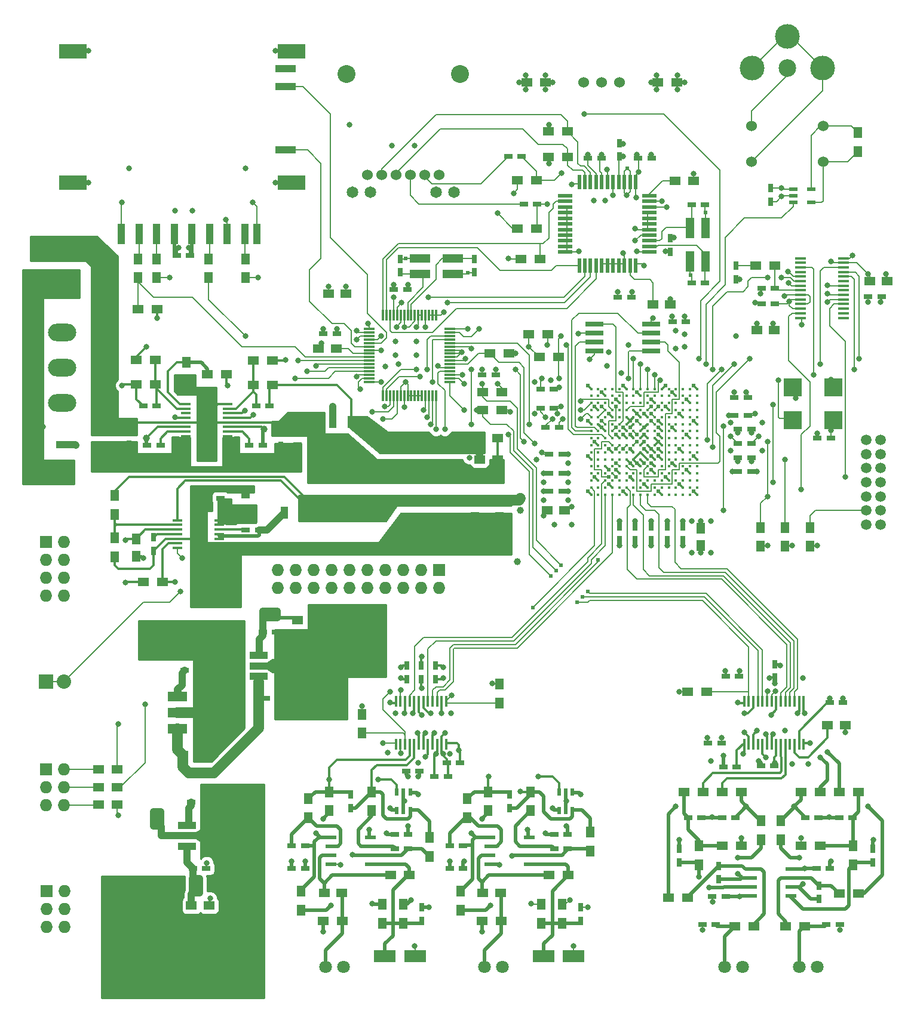
<source format=gtl>
G04 #@! TF.FileFunction,Copper,L1,Top,Signal*
%FSLAX46Y46*%
G04 Gerber Fmt 4.6, Leading zero omitted, Abs format (unit mm)*
G04 Created by KiCad (PCBNEW 0.201412201901+5330~19~ubuntu14.04.1-product) date ti. 30. des. 2014 kl. 17.44 +0100*
%MOMM*%
G01*
G04 APERTURE LIST*
%ADD10C,0.100000*%
%ADD11R,1.500000X1.250000*%
%ADD12R,0.750000X1.200000*%
%ADD13R,1.200000X0.750000*%
%ADD14R,1.250000X1.500000*%
%ADD15R,3.149600X1.800860*%
%ADD16R,1.500000X1.300000*%
%ADD17R,1.100000X1.800000*%
%ADD18R,1.800000X1.100000*%
%ADD19R,1.727200X1.727200*%
%ADD20O,1.727200X1.727200*%
%ADD21R,2.032000X2.032000*%
%ADD22O,2.032000X2.032000*%
%ADD23C,2.500000*%
%ADD24C,3.500000*%
%ADD25C,1.524000*%
%ADD26R,1.300000X1.500000*%
%ADD27R,1.300000X0.550000*%
%ADD28R,1.450000X0.450000*%
%ADD29R,2.460000X2.310000*%
%ADD30C,1.800000*%
%ADD31C,1.651000*%
%ADD32C,2.540000*%
%ADD33C,1.500000*%
%ADD34O,4.000000X2.500000*%
%ADD35C,0.400000*%
%ADD36R,1.600000X0.300000*%
%ADD37R,0.300000X1.600000*%
%ADD38R,0.400000X1.500000*%
%ADD39R,1.100000X3.000000*%
%ADD40R,4.000000X2.000000*%
%ADD41R,3.000000X1.000000*%
%ADD42R,1.600000X0.599440*%
%ADD43R,2.500000X2.500000*%
%ADD44R,1.200000X3.000000*%
%ADD45R,3.000000X1.200000*%
%ADD46R,0.550000X1.100000*%
%ADD47R,2.500000X0.650000*%
%ADD48R,2.000000X0.550000*%
%ADD49R,0.550000X2.000000*%
%ADD50R,3.000000X4.000000*%
%ADD51R,2.700000X1.400000*%
%ADD52R,1.470000X0.895000*%
%ADD53R,1.500000X0.400000*%
%ADD54R,2.501900X1.000760*%
%ADD55R,4.000500X1.998980*%
%ADD56C,0.800000*%
%ADD57C,0.609600*%
%ADD58C,1.000000*%
%ADD59C,0.203200*%
%ADD60C,0.300000*%
%ADD61C,0.500000*%
%ADD62C,1.500000*%
%ADD63C,1.000000*%
%ADD64C,0.254000*%
G04 APERTURE END LIST*
D10*
D11*
X83850000Y-73800000D03*
X81350000Y-73800000D03*
D12*
X103400000Y-61050000D03*
X103400000Y-62950000D03*
D13*
X83950000Y-71700000D03*
X82050000Y-71700000D03*
X104550000Y-77500000D03*
X106450000Y-77500000D03*
D12*
X92900000Y-62950000D03*
X92900000Y-61050000D03*
D13*
X93950000Y-65400000D03*
X92050000Y-65400000D03*
D11*
X85250000Y-66000000D03*
X82750000Y-66000000D03*
D13*
X63150000Y-60600000D03*
X61250000Y-60600000D03*
D12*
X145400000Y-51050000D03*
X145400000Y-52950000D03*
D11*
X159450000Y-64200000D03*
X161950000Y-64200000D03*
D13*
X159250000Y-66400000D03*
X161150000Y-66400000D03*
X144150000Y-65200000D03*
X146050000Y-65200000D03*
X146050000Y-67400000D03*
X144150000Y-67400000D03*
D11*
X145950000Y-71200000D03*
X143450000Y-71200000D03*
D12*
X140500000Y-63950000D03*
X140500000Y-62050000D03*
X146000000Y-120450000D03*
X146000000Y-118550000D03*
D13*
X140950000Y-120250000D03*
X139050000Y-120250000D03*
X153800000Y-124000000D03*
X155700000Y-124000000D03*
X138450000Y-129750000D03*
X136550000Y-129750000D03*
X139050000Y-151500000D03*
X137150000Y-151500000D03*
X151950000Y-147500000D03*
X153850000Y-147500000D03*
X140650000Y-133100000D03*
X138750000Y-133100000D03*
X145950000Y-133000000D03*
X144050000Y-133000000D03*
D11*
X153500000Y-127250000D03*
X156000000Y-127250000D03*
D13*
X140450000Y-140300000D03*
X138550000Y-140300000D03*
X135650000Y-140300000D03*
X133750000Y-140300000D03*
X150350000Y-140300000D03*
X152250000Y-140300000D03*
X155150000Y-140300000D03*
X157050000Y-140300000D03*
D12*
X132500000Y-146650000D03*
X132500000Y-144750000D03*
X159900000Y-146650000D03*
X159900000Y-144750000D03*
X138100000Y-147150000D03*
X138100000Y-149050000D03*
X152300000Y-149950000D03*
X152300000Y-151850000D03*
D13*
X137650000Y-155500000D03*
X135750000Y-155500000D03*
X153350000Y-155500000D03*
X155250000Y-155500000D03*
D11*
X128750000Y-67500000D03*
X131250000Y-67500000D03*
D13*
X136150000Y-64500000D03*
X134250000Y-64500000D03*
X134250000Y-53400000D03*
X136150000Y-53400000D03*
X110450000Y-53300000D03*
X112350000Y-53300000D03*
X110150000Y-46500000D03*
X108250000Y-46500000D03*
X123800000Y-66500000D03*
X125700000Y-66500000D03*
D12*
X131200000Y-60050000D03*
X131200000Y-58150000D03*
X124000000Y-44650000D03*
X124000000Y-46550000D03*
D13*
X119550000Y-46800000D03*
X121450000Y-46800000D03*
X128550000Y-46800000D03*
X126650000Y-46800000D03*
X131550000Y-70000000D03*
X133450000Y-70000000D03*
X153950000Y-86500000D03*
X152050000Y-86500000D03*
X115950000Y-88750000D03*
X114050000Y-88750000D03*
D12*
X126250000Y-99050000D03*
X126250000Y-100950000D03*
D13*
X114700000Y-82250000D03*
X112800000Y-82250000D03*
X140800000Y-89250000D03*
X142700000Y-89250000D03*
D11*
X116250000Y-96750000D03*
X113750000Y-96750000D03*
D13*
X115450000Y-85000000D03*
X113550000Y-85000000D03*
X140300000Y-83250000D03*
X142200000Y-83250000D03*
X114700000Y-79500000D03*
X112800000Y-79500000D03*
D14*
X135500000Y-99250000D03*
X135500000Y-101750000D03*
D12*
X133000000Y-99050000D03*
X133000000Y-100950000D03*
X124000000Y-99050000D03*
X124000000Y-100950000D03*
D13*
X115950000Y-94000000D03*
X114050000Y-94000000D03*
X140800000Y-85250000D03*
X142700000Y-85250000D03*
X115950000Y-91500000D03*
X114050000Y-91500000D03*
X140800000Y-87250000D03*
X142700000Y-87250000D03*
X140800000Y-91250000D03*
X142700000Y-91250000D03*
D12*
X130750000Y-99050000D03*
X130750000Y-100950000D03*
D13*
X140300000Y-80750000D03*
X142200000Y-80750000D03*
D12*
X128500000Y-99050000D03*
X128500000Y-100950000D03*
D13*
X74430000Y-81940000D03*
X72530000Y-81940000D03*
D14*
X71000000Y-96750000D03*
X71000000Y-94250000D03*
D11*
X104210000Y-86500000D03*
X106710000Y-86500000D03*
D13*
X67450000Y-95000000D03*
X65550000Y-95000000D03*
D11*
X104210000Y-89500000D03*
X106710000Y-89500000D03*
D13*
X71550000Y-87500000D03*
X73450000Y-87500000D03*
D12*
X58000000Y-100550000D03*
X58000000Y-102450000D03*
D13*
X62400000Y-119450000D03*
X64300000Y-119450000D03*
X63350000Y-138100000D03*
X65250000Y-138100000D03*
D11*
X62100000Y-131450000D03*
X64600000Y-131450000D03*
D13*
X65450000Y-147500000D03*
X63550000Y-147500000D03*
D14*
X55500000Y-100750000D03*
X55500000Y-103250000D03*
D13*
X73850000Y-123400000D03*
X75750000Y-123400000D03*
D14*
X62600000Y-75750000D03*
X62600000Y-78250000D03*
X78400000Y-87850000D03*
X78400000Y-85350000D03*
D13*
X72950000Y-99500000D03*
X71050000Y-99500000D03*
D14*
X52000000Y-87750000D03*
X52000000Y-85250000D03*
D13*
X73450000Y-114000000D03*
X75350000Y-114000000D03*
D12*
X76000000Y-87550000D03*
X76000000Y-85650000D03*
X54500000Y-87450000D03*
X54500000Y-85550000D03*
D13*
X58950000Y-87500000D03*
X57050000Y-87500000D03*
D14*
X103500000Y-95250000D03*
X103500000Y-97750000D03*
X107000000Y-95250000D03*
X107000000Y-97750000D03*
X47000000Y-63250000D03*
X47000000Y-60750000D03*
X43500000Y-63250000D03*
X43500000Y-60750000D03*
D13*
X56530000Y-81940000D03*
X58430000Y-81940000D03*
D12*
X118500000Y-153050000D03*
X118500000Y-154950000D03*
X96000000Y-153050000D03*
X96000000Y-154950000D03*
D15*
X117525980Y-160000000D03*
X113274020Y-160000000D03*
X95025980Y-160000000D03*
X90774020Y-160000000D03*
D11*
X104650000Y-151000000D03*
X107150000Y-151000000D03*
X82150000Y-151000000D03*
X84650000Y-151000000D03*
D13*
X101850000Y-144300000D03*
X99950000Y-144300000D03*
X79450000Y-144300000D03*
X77550000Y-144300000D03*
X114750000Y-144700000D03*
X116650000Y-144700000D03*
X92150000Y-144700000D03*
X94050000Y-144700000D03*
D12*
X108400000Y-137050000D03*
X108400000Y-138950000D03*
X85900000Y-137050000D03*
X85900000Y-138950000D03*
D13*
X114750000Y-142700000D03*
X116650000Y-142700000D03*
X92150000Y-142700000D03*
X94050000Y-142700000D03*
X101850000Y-147500000D03*
X99950000Y-147500000D03*
X79450000Y-147500000D03*
X77550000Y-147500000D03*
X95650000Y-133700000D03*
X93750000Y-133700000D03*
D12*
X97900000Y-120650000D03*
X97900000Y-118750000D03*
X95900000Y-120650000D03*
X95900000Y-118750000D03*
D13*
X101450000Y-132500000D03*
X99550000Y-132500000D03*
X99700000Y-134500000D03*
X97800000Y-134500000D03*
D12*
X93900000Y-120650000D03*
X93900000Y-118750000D03*
D16*
X110850000Y-36000000D03*
X113550000Y-36000000D03*
X129450000Y-36000000D03*
X132150000Y-36000000D03*
D17*
X86000000Y-84200000D03*
X83400000Y-84200000D03*
X76500000Y-97100000D03*
X79100000Y-97100000D03*
D18*
X45000000Y-90000000D03*
X45000000Y-87400000D03*
D19*
X98430000Y-105230000D03*
D20*
X98430000Y-107770000D03*
X95890000Y-105230000D03*
X95890000Y-107770000D03*
X93350000Y-105230000D03*
X93350000Y-107770000D03*
X90810000Y-105230000D03*
X90810000Y-107770000D03*
X88270000Y-105230000D03*
X88270000Y-107770000D03*
X85730000Y-105230000D03*
X85730000Y-107770000D03*
X83190000Y-105230000D03*
X83190000Y-107770000D03*
X80650000Y-105230000D03*
X80650000Y-107770000D03*
X78110000Y-105230000D03*
X78110000Y-107770000D03*
X75570000Y-105230000D03*
X75570000Y-107770000D03*
D19*
X42730000Y-101190000D03*
D20*
X45270000Y-101190000D03*
X42730000Y-103730000D03*
X45270000Y-103730000D03*
X42730000Y-106270000D03*
X45270000Y-106270000D03*
X42730000Y-108810000D03*
X45270000Y-108810000D03*
D21*
X42730000Y-121000000D03*
D22*
X45270000Y-121000000D03*
D19*
X42730000Y-133460000D03*
D20*
X45270000Y-133460000D03*
X42730000Y-136000000D03*
X45270000Y-136000000D03*
X42730000Y-138540000D03*
X45270000Y-138540000D03*
D23*
X147800000Y-34000000D03*
D24*
X152800000Y-34000000D03*
X142800000Y-34000000D03*
X147800000Y-29500000D03*
D25*
X124000000Y-36000000D03*
X121460000Y-36000000D03*
X118920000Y-36000000D03*
D16*
X107350000Y-80000000D03*
X104650000Y-80000000D03*
X107350000Y-82500000D03*
X104650000Y-82500000D03*
X52850000Y-138500000D03*
X50150000Y-138500000D03*
X52850000Y-136000000D03*
X50150000Y-136000000D03*
D26*
X71000000Y-61050000D03*
X71000000Y-63750000D03*
X65800000Y-61050000D03*
X65800000Y-63750000D03*
X58400000Y-61050000D03*
X58400000Y-63750000D03*
X55800000Y-61050000D03*
X55800000Y-63750000D03*
D16*
X52850000Y-133500000D03*
X50150000Y-133500000D03*
X55750000Y-68200000D03*
X58450000Y-68200000D03*
D26*
X157800000Y-43150000D03*
X157800000Y-45850000D03*
D16*
X143350000Y-62000000D03*
X146050000Y-62000000D03*
X136350000Y-122500000D03*
X133650000Y-122500000D03*
X141250000Y-136700000D03*
X138550000Y-136700000D03*
X133150000Y-136700000D03*
X135850000Y-136700000D03*
X149750000Y-136700000D03*
X152450000Y-136700000D03*
X157850000Y-136700000D03*
X155150000Y-136700000D03*
X141250000Y-144300000D03*
X138550000Y-144300000D03*
X149750000Y-144300000D03*
X152450000Y-144300000D03*
D26*
X144100000Y-143450000D03*
X144100000Y-140750000D03*
X135300000Y-147050000D03*
X135300000Y-144350000D03*
X146900000Y-143450000D03*
X146900000Y-140750000D03*
X157100000Y-147050000D03*
X157100000Y-144350000D03*
D16*
X133650000Y-151700000D03*
X130950000Y-151700000D03*
X155150000Y-151100000D03*
X157850000Y-151100000D03*
X140350000Y-155700000D03*
X143050000Y-155700000D03*
X150250000Y-155700000D03*
X147550000Y-155700000D03*
X110050000Y-61100000D03*
X112750000Y-61100000D03*
X131850000Y-50000000D03*
X134550000Y-50000000D03*
X116650000Y-43000000D03*
X113950000Y-43000000D03*
X113950000Y-46600000D03*
X116650000Y-46600000D03*
X112250000Y-56800000D03*
X109550000Y-56800000D03*
X109550000Y-49900000D03*
X112250000Y-49900000D03*
D26*
X151000000Y-101850000D03*
X151000000Y-99150000D03*
D16*
X112650000Y-75000000D03*
X115350000Y-75000000D03*
D26*
X147500000Y-101850000D03*
X147500000Y-99150000D03*
D16*
X111150000Y-71750000D03*
X113850000Y-71750000D03*
X108350000Y-74500000D03*
X105650000Y-74500000D03*
D26*
X144000000Y-101850000D03*
X144000000Y-99150000D03*
D16*
X74830000Y-78940000D03*
X72130000Y-78940000D03*
X72130000Y-75440000D03*
X74830000Y-75440000D03*
D26*
X52500000Y-94650000D03*
X52500000Y-97350000D03*
X52500000Y-100650000D03*
X52500000Y-103350000D03*
D16*
X56550000Y-106900000D03*
X59250000Y-106900000D03*
X68330000Y-77440000D03*
X65630000Y-77440000D03*
X55550000Y-78900000D03*
X58250000Y-78900000D03*
X58250000Y-75400000D03*
X55550000Y-75400000D03*
D26*
X112900000Y-152650000D03*
X112900000Y-155350000D03*
X115900000Y-155350000D03*
X115900000Y-152650000D03*
X90400000Y-152650000D03*
X90400000Y-155350000D03*
X93400000Y-155350000D03*
X93400000Y-152650000D03*
D16*
X107250000Y-155000000D03*
X104550000Y-155000000D03*
X84750000Y-155000000D03*
X82050000Y-155000000D03*
X114050000Y-148500000D03*
X116750000Y-148500000D03*
X91550000Y-148500000D03*
X94250000Y-148500000D03*
D26*
X101500000Y-150750000D03*
X101500000Y-153450000D03*
X78900000Y-150750000D03*
X78900000Y-153450000D03*
X102400000Y-137650000D03*
X102400000Y-140350000D03*
X119900000Y-142350000D03*
X119900000Y-145050000D03*
X79900000Y-137650000D03*
X79900000Y-140350000D03*
X97100000Y-143150000D03*
X97100000Y-145850000D03*
X105400000Y-136650000D03*
X105400000Y-139350000D03*
X111400000Y-136650000D03*
X111400000Y-139350000D03*
X82900000Y-136650000D03*
X82900000Y-139350000D03*
X88900000Y-136650000D03*
X88900000Y-139350000D03*
X107000000Y-121400000D03*
X107000000Y-124100000D03*
X87500000Y-128350000D03*
X87500000Y-125650000D03*
D25*
X142700000Y-42200000D03*
X142700000Y-47280000D03*
X152860000Y-47280000D03*
X152860000Y-42200000D03*
D27*
X148650000Y-51150000D03*
X148650000Y-52100000D03*
X148650000Y-53050000D03*
X151150000Y-51150000D03*
X151150000Y-53050000D03*
D28*
X61350000Y-98150000D03*
X61350000Y-98800000D03*
X61350000Y-99450000D03*
X61350000Y-100100000D03*
X61350000Y-100750000D03*
X61350000Y-101400000D03*
X61350000Y-102050000D03*
X67250000Y-102050000D03*
X67250000Y-101400000D03*
X67250000Y-100750000D03*
X67250000Y-100100000D03*
X67250000Y-99450000D03*
X67250000Y-98800000D03*
X67250000Y-98150000D03*
D29*
X64300000Y-100100000D03*
D30*
X104900000Y-161500000D03*
X107440000Y-161500000D03*
X138900000Y-161500000D03*
X141440000Y-161500000D03*
X149500000Y-161500000D03*
X152040000Y-161500000D03*
D25*
X88270000Y-49176000D03*
X90302000Y-49176000D03*
X92334000Y-49176000D03*
X94366000Y-49176000D03*
X96398000Y-49176000D03*
X98430000Y-49176000D03*
D31*
X86136400Y-51639800D03*
X88676400Y-51639800D03*
X98023600Y-51639800D03*
X100563600Y-51639800D03*
D32*
X85285500Y-34825000D03*
X101414500Y-34825000D03*
D33*
X161000000Y-98750000D03*
X159000000Y-98750000D03*
X161000000Y-96750000D03*
X159000000Y-96750000D03*
X161000000Y-94750000D03*
X159000000Y-94750000D03*
X161000000Y-92750000D03*
X159000000Y-92750000D03*
X161000000Y-90750000D03*
X159000000Y-90750000D03*
X161000000Y-88750000D03*
X159000000Y-88750000D03*
X161000000Y-86750000D03*
X159000000Y-86750000D03*
D34*
X45000000Y-71500000D03*
X45000000Y-76500000D03*
X45000000Y-81500000D03*
D30*
X82400000Y-161500000D03*
X84940000Y-161500000D03*
D11*
X65850000Y-152800000D03*
X63350000Y-152800000D03*
X78350000Y-112300000D03*
X80850000Y-112300000D03*
D19*
X42830000Y-150760000D03*
D20*
X45370000Y-150760000D03*
X42830000Y-153300000D03*
X45370000Y-153300000D03*
X42830000Y-155840000D03*
X45370000Y-155840000D03*
D35*
X135000000Y-94500000D03*
X134000000Y-94500000D03*
X133000000Y-94500000D03*
X132000000Y-94500000D03*
X131000000Y-94500000D03*
X130000000Y-94500000D03*
X129000000Y-94500000D03*
X128000000Y-94500000D03*
X127000000Y-94500000D03*
X126000000Y-94500000D03*
X125000000Y-94500000D03*
X124000000Y-94500000D03*
X123000000Y-94500000D03*
X122000000Y-94500000D03*
X121000000Y-94500000D03*
X120000000Y-94500000D03*
X135000000Y-93500000D03*
X134000000Y-93500000D03*
X133000000Y-93500000D03*
X132000000Y-93500000D03*
X131000000Y-93500000D03*
X130000000Y-93500000D03*
X129000000Y-93500000D03*
X128000000Y-93500000D03*
X127000000Y-93500000D03*
X126000000Y-93500000D03*
X125000000Y-93500000D03*
X124000000Y-93500000D03*
X123000000Y-93500000D03*
X122000000Y-93500000D03*
X121000000Y-93500000D03*
X120000000Y-93500000D03*
X135000000Y-92500000D03*
X134000000Y-92500000D03*
X133000000Y-92500000D03*
X132000000Y-92500000D03*
X131000000Y-92500000D03*
X130000000Y-92500000D03*
X129000000Y-92500000D03*
X128000000Y-92500000D03*
X127000000Y-92500000D03*
X126000000Y-92500000D03*
X125000000Y-92500000D03*
X124000000Y-92500000D03*
X123000000Y-92500000D03*
X122000000Y-92500000D03*
X121000000Y-92500000D03*
X120000000Y-92500000D03*
X135000000Y-91500000D03*
X134000000Y-91500000D03*
X133000000Y-91500000D03*
X132000000Y-91500000D03*
X131000000Y-91500000D03*
X130000000Y-91500000D03*
X129000000Y-91500000D03*
X128000000Y-91500000D03*
X127000000Y-91500000D03*
X126000000Y-91500000D03*
X125000000Y-91500000D03*
X124000000Y-91500000D03*
X123000000Y-91500000D03*
X122000000Y-91500000D03*
X121000000Y-91500000D03*
X120000000Y-91500000D03*
X135000000Y-90500000D03*
X134000000Y-90500000D03*
X133000000Y-90500000D03*
X132000000Y-90500000D03*
X131000000Y-90500000D03*
X130000000Y-90500000D03*
X129000000Y-90500000D03*
X128000000Y-90500000D03*
X127000000Y-90500000D03*
X126000000Y-90500000D03*
X125000000Y-90500000D03*
X124000000Y-90500000D03*
X123000000Y-90500000D03*
X122000000Y-90500000D03*
X121000000Y-90500000D03*
X120000000Y-90500000D03*
X135000000Y-89500000D03*
X134000000Y-89500000D03*
X133000000Y-89500000D03*
X132000000Y-89500000D03*
X131000000Y-89500000D03*
X130000000Y-89500000D03*
X129000000Y-89500000D03*
X128000000Y-89500000D03*
X127000000Y-89500000D03*
X126000000Y-89500000D03*
X125000000Y-89500000D03*
X124000000Y-89500000D03*
X123000000Y-89500000D03*
X122000000Y-89500000D03*
X121000000Y-89500000D03*
X120000000Y-89500000D03*
X135000000Y-88500000D03*
X134000000Y-88500000D03*
X133000000Y-88500000D03*
X132000000Y-88500000D03*
X131000000Y-88500000D03*
X130000000Y-88500000D03*
X129000000Y-88500000D03*
X128000000Y-88500000D03*
X127000000Y-88500000D03*
X126000000Y-88500000D03*
X125000000Y-88500000D03*
X124000000Y-88500000D03*
X123000000Y-88500000D03*
X122000000Y-88500000D03*
X121000000Y-88500000D03*
X120000000Y-88500000D03*
X135000000Y-87500000D03*
X134000000Y-87500000D03*
X133000000Y-87500000D03*
X132000000Y-87500000D03*
X131000000Y-87500000D03*
X130000000Y-87500000D03*
X129000000Y-87500000D03*
X128000000Y-87500000D03*
X127000000Y-87500000D03*
X126000000Y-87500000D03*
X125000000Y-87500000D03*
X124000000Y-87500000D03*
X123000000Y-87500000D03*
X122000000Y-87500000D03*
X121000000Y-87500000D03*
X120000000Y-87500000D03*
X135000000Y-86500000D03*
X134000000Y-86500000D03*
X133000000Y-86500000D03*
X132000000Y-86500000D03*
X131000000Y-86500000D03*
X130000000Y-86500000D03*
X129000000Y-86500000D03*
X128000000Y-86500000D03*
X127000000Y-86500000D03*
X126000000Y-86500000D03*
X125000000Y-86500000D03*
X124000000Y-86500000D03*
X123000000Y-86500000D03*
X122000000Y-86500000D03*
X121000000Y-86500000D03*
X120000000Y-86500000D03*
X135000000Y-85500000D03*
X134000000Y-85500000D03*
X133000000Y-85500000D03*
X132000000Y-85500000D03*
X131000000Y-85500000D03*
X130000000Y-85500000D03*
X129000000Y-85500000D03*
X128000000Y-85500000D03*
X127000000Y-85500000D03*
X126000000Y-85500000D03*
X125000000Y-85500000D03*
X124000000Y-85500000D03*
X123000000Y-85500000D03*
X122000000Y-85500000D03*
X121000000Y-85500000D03*
X120000000Y-85500000D03*
X135000000Y-84500000D03*
X134000000Y-84500000D03*
X133000000Y-84500000D03*
X132000000Y-84500000D03*
X131000000Y-84500000D03*
X130000000Y-84500000D03*
X129000000Y-84500000D03*
X128000000Y-84500000D03*
X127000000Y-84500000D03*
X126000000Y-84500000D03*
X125000000Y-84500000D03*
X124000000Y-84500000D03*
X123000000Y-84500000D03*
X122000000Y-84500000D03*
X121000000Y-84500000D03*
X120000000Y-84500000D03*
X135000000Y-83500000D03*
X134000000Y-83500000D03*
X133000000Y-83500000D03*
X132000000Y-83500000D03*
X131000000Y-83500000D03*
X130000000Y-83500000D03*
X129000000Y-83500000D03*
X128000000Y-83500000D03*
X127000000Y-83500000D03*
X126000000Y-83500000D03*
X125000000Y-83500000D03*
X124000000Y-83500000D03*
X123000000Y-83500000D03*
X122000000Y-83500000D03*
X121000000Y-83500000D03*
X120000000Y-83500000D03*
X135000000Y-82500000D03*
X134000000Y-82500000D03*
X133000000Y-82500000D03*
X132000000Y-82500000D03*
X131000000Y-82500000D03*
X130000000Y-82500000D03*
X129000000Y-82500000D03*
X128000000Y-82500000D03*
X127000000Y-82500000D03*
X126000000Y-82500000D03*
X125000000Y-82500000D03*
X124000000Y-82500000D03*
X123000000Y-82500000D03*
X122000000Y-82500000D03*
X121000000Y-82500000D03*
X120000000Y-82500000D03*
X135000000Y-81500000D03*
X134000000Y-81500000D03*
X133000000Y-81500000D03*
X132000000Y-81500000D03*
X131000000Y-81500000D03*
X130000000Y-81500000D03*
X129000000Y-81500000D03*
X128000000Y-81500000D03*
X127000000Y-81500000D03*
X126000000Y-81500000D03*
X125000000Y-81500000D03*
X124000000Y-81500000D03*
X123000000Y-81500000D03*
X122000000Y-81500000D03*
X121000000Y-81500000D03*
X120000000Y-81500000D03*
X135000000Y-80500000D03*
X134000000Y-80500000D03*
X133000000Y-80500000D03*
X132000000Y-80500000D03*
X131000000Y-80500000D03*
X130000000Y-80500000D03*
X129000000Y-80500000D03*
X128000000Y-80500000D03*
X127000000Y-80500000D03*
X126000000Y-80500000D03*
X125000000Y-80500000D03*
X124000000Y-80500000D03*
X123000000Y-80500000D03*
X122000000Y-80500000D03*
X121000000Y-80500000D03*
X120000000Y-80500000D03*
X135000000Y-79500000D03*
X134000000Y-79500000D03*
X133000000Y-79500000D03*
X132000000Y-79500000D03*
X131000000Y-79500000D03*
X130000000Y-79500000D03*
X129000000Y-79500000D03*
X128000000Y-79500000D03*
X127000000Y-79500000D03*
X126000000Y-79500000D03*
X125000000Y-79500000D03*
X124000000Y-79500000D03*
X123000000Y-79500000D03*
X122000000Y-79500000D03*
X121000000Y-79500000D03*
X120000000Y-79500000D03*
D36*
X100000000Y-78500000D03*
X100000000Y-78000000D03*
X100000000Y-77500000D03*
X100000000Y-77000000D03*
X100000000Y-76500000D03*
X100000000Y-76000000D03*
X100000000Y-75500000D03*
X100000000Y-75000000D03*
X100000000Y-74500000D03*
X100000000Y-74000000D03*
X100000000Y-73500000D03*
X100000000Y-73000000D03*
X100000000Y-72500000D03*
X100000000Y-72000000D03*
X100000000Y-71500000D03*
X100000000Y-71000000D03*
X88500000Y-71000000D03*
X88500000Y-71500000D03*
X88500000Y-72000000D03*
X88500000Y-72500000D03*
X88500000Y-73000000D03*
X88500000Y-73500000D03*
X88500000Y-74000000D03*
X88500000Y-74500000D03*
X88500000Y-75000000D03*
X88500000Y-75500000D03*
X88500000Y-76000000D03*
X88500000Y-76500000D03*
X88500000Y-77000000D03*
X88500000Y-77500000D03*
X88500000Y-78000000D03*
X88500000Y-78500000D03*
D37*
X98000000Y-69000000D03*
X97500000Y-69000000D03*
X97000000Y-69000000D03*
X96500000Y-69000000D03*
X96000000Y-69000000D03*
X95500000Y-69000000D03*
X95000000Y-69000000D03*
X94500000Y-69000000D03*
X94000000Y-69000000D03*
X93500000Y-69000000D03*
X93000000Y-69000000D03*
X92500000Y-69000000D03*
X92000000Y-69000000D03*
X91500000Y-69000000D03*
X91000000Y-69000000D03*
X90500000Y-69000000D03*
X90500000Y-80500000D03*
X91000000Y-80500000D03*
X91500000Y-80500000D03*
X92000000Y-80500000D03*
X92500000Y-80500000D03*
X93000000Y-80500000D03*
X93500000Y-80500000D03*
X94000000Y-80500000D03*
X94500000Y-80500000D03*
X95000000Y-80500000D03*
X95500000Y-80500000D03*
X96000000Y-80500000D03*
X96500000Y-80500000D03*
X97000000Y-80500000D03*
X97500000Y-80500000D03*
X98000000Y-80500000D03*
D38*
X99475000Y-123850000D03*
X98825000Y-123850000D03*
X98175000Y-123850000D03*
X97525000Y-123850000D03*
X96875000Y-123850000D03*
X96225000Y-123850000D03*
X95575000Y-123850000D03*
X94925000Y-123850000D03*
X94275000Y-123850000D03*
X93625000Y-123850000D03*
X92975000Y-123850000D03*
X92325000Y-123850000D03*
X92325000Y-129950000D03*
X92975000Y-129950000D03*
X93625000Y-129950000D03*
X94275000Y-129950000D03*
X94925000Y-129950000D03*
X95575000Y-129950000D03*
X96225000Y-129950000D03*
X96875000Y-129950000D03*
X97525000Y-129950000D03*
X98175000Y-129950000D03*
X98825000Y-129950000D03*
X99475000Y-129950000D03*
D39*
X53400000Y-57500000D03*
X55900000Y-57500000D03*
X58400000Y-57500000D03*
X60900000Y-57500000D03*
X63400000Y-57500000D03*
X65900000Y-57500000D03*
X68400000Y-57500000D03*
X70900000Y-57500000D03*
X72600000Y-57500000D03*
D40*
X77550000Y-50250000D03*
X77550000Y-31600000D03*
X46550000Y-31600000D03*
X46550000Y-50250000D03*
D41*
X76650000Y-45600000D03*
X76650000Y-34050000D03*
X76650000Y-36650000D03*
D38*
X150125000Y-123850000D03*
X149475000Y-123850000D03*
X148825000Y-123850000D03*
X148175000Y-123850000D03*
X147525000Y-123850000D03*
X146875000Y-123850000D03*
X146225000Y-123850000D03*
X145575000Y-123850000D03*
X144925000Y-123850000D03*
X144275000Y-123850000D03*
X143625000Y-123850000D03*
X142975000Y-123850000D03*
X142325000Y-123850000D03*
X141675000Y-123850000D03*
X141675000Y-129950000D03*
X142325000Y-129950000D03*
X142975000Y-129950000D03*
X143625000Y-129950000D03*
X144275000Y-129950000D03*
X144925000Y-129950000D03*
X145575000Y-129950000D03*
X146225000Y-129950000D03*
X146875000Y-129950000D03*
X147525000Y-129950000D03*
X148175000Y-129950000D03*
X148825000Y-129950000D03*
X149475000Y-129950000D03*
X150125000Y-129950000D03*
D42*
X148300000Y-147595000D03*
X142700000Y-147595000D03*
X148300000Y-148865000D03*
X148300000Y-150135000D03*
X148300000Y-151405000D03*
X142700000Y-148865000D03*
X142700000Y-150135000D03*
X142700000Y-151405000D03*
X111200000Y-143095000D03*
X105600000Y-143095000D03*
X111200000Y-144365000D03*
X111200000Y-145635000D03*
X111200000Y-146905000D03*
X105600000Y-144365000D03*
X105600000Y-145635000D03*
X105600000Y-146905000D03*
X88700000Y-143095000D03*
X83100000Y-143095000D03*
X88700000Y-144365000D03*
X88700000Y-145635000D03*
X88700000Y-146905000D03*
X83100000Y-144365000D03*
X83100000Y-145635000D03*
X83100000Y-146905000D03*
D43*
X154350000Y-79250000D03*
X148570000Y-79250000D03*
X148570000Y-83950000D03*
X154350000Y-83950000D03*
D44*
X136200000Y-61400000D03*
X134000000Y-61400000D03*
X136200000Y-56700000D03*
X134000000Y-56700000D03*
D45*
X100400000Y-61000000D03*
X100400000Y-63200000D03*
X95700000Y-61000000D03*
X95700000Y-63200000D03*
D46*
X93400000Y-139350000D03*
X94350000Y-139350000D03*
X92450000Y-139350000D03*
X92450000Y-136650000D03*
X93400000Y-136650000D03*
X94350000Y-136650000D03*
X116400000Y-139350000D03*
X117350000Y-139350000D03*
X115450000Y-139350000D03*
X115450000Y-136650000D03*
X116400000Y-136650000D03*
X117350000Y-136650000D03*
D47*
X120500000Y-70345000D03*
X120500000Y-71615000D03*
X120500000Y-72885000D03*
X120500000Y-74155000D03*
X128500000Y-74155000D03*
X128500000Y-72885000D03*
X128500000Y-71615000D03*
X128500000Y-70345000D03*
D48*
X128250000Y-60100000D03*
X128250000Y-59300000D03*
X128250000Y-58500000D03*
X128250000Y-57700000D03*
X128250000Y-56900000D03*
X128250000Y-56100000D03*
X128250000Y-55300000D03*
X128250000Y-54500000D03*
X128250000Y-53700000D03*
X128250000Y-52900000D03*
X128250000Y-52100000D03*
D49*
X126300000Y-50150000D03*
X125500000Y-50150000D03*
X124700000Y-50150000D03*
X123900000Y-50150000D03*
X123100000Y-50150000D03*
X122300000Y-50150000D03*
X121500000Y-50150000D03*
X120700000Y-50150000D03*
X119900000Y-50150000D03*
X119100000Y-50150000D03*
X118300000Y-50150000D03*
D48*
X116350000Y-52100000D03*
X116350000Y-52900000D03*
X116350000Y-53700000D03*
X116350000Y-54500000D03*
X116350000Y-55300000D03*
X116350000Y-56100000D03*
X116350000Y-56900000D03*
X116350000Y-57700000D03*
X116350000Y-58500000D03*
X116350000Y-59300000D03*
X116350000Y-60100000D03*
D49*
X118300000Y-62050000D03*
X119100000Y-62050000D03*
X119900000Y-62050000D03*
X120700000Y-62050000D03*
X121500000Y-62050000D03*
X122300000Y-62050000D03*
X123100000Y-62050000D03*
X123900000Y-62050000D03*
X124700000Y-62050000D03*
X125500000Y-62050000D03*
X126300000Y-62050000D03*
D50*
X69000000Y-125450000D03*
D51*
X61350000Y-123150000D03*
X61350000Y-125450000D03*
X61350000Y-127750000D03*
D28*
X68455000Y-86215000D03*
X68455000Y-85565000D03*
X68455000Y-84915000D03*
X68455000Y-84265000D03*
X68455000Y-83615000D03*
X68455000Y-82965000D03*
X68455000Y-82315000D03*
X68455000Y-81665000D03*
X62505000Y-81665000D03*
X62505000Y-82315000D03*
X62505000Y-82965000D03*
X62505000Y-83615000D03*
X62505000Y-84265000D03*
X62505000Y-84915000D03*
X62505000Y-85565000D03*
X62505000Y-86215000D03*
D52*
X64745000Y-82597500D03*
X64745000Y-83492500D03*
X64745000Y-84387500D03*
X64745000Y-85282500D03*
X66215000Y-82597500D03*
X66215000Y-83492500D03*
X66215000Y-84387500D03*
X66215000Y-85282500D03*
D53*
X155750000Y-69425000D03*
X155750000Y-68775000D03*
X155750000Y-68125000D03*
X155750000Y-67475000D03*
X155750000Y-66825000D03*
X155750000Y-66175000D03*
X155750000Y-65525000D03*
X155750000Y-64875000D03*
X155750000Y-64225000D03*
X155750000Y-63575000D03*
X155750000Y-62925000D03*
X155750000Y-62275000D03*
X155750000Y-61625000D03*
X155750000Y-60975000D03*
X149650000Y-60975000D03*
X149650000Y-61625000D03*
X149650000Y-62275000D03*
X149650000Y-62925000D03*
X149650000Y-63575000D03*
X149650000Y-64225000D03*
X149650000Y-64875000D03*
X149650000Y-65525000D03*
X149650000Y-66175000D03*
X149650000Y-66825000D03*
X149650000Y-67475000D03*
X149650000Y-68125000D03*
X149650000Y-68775000D03*
X149650000Y-69425000D03*
D54*
X62747960Y-141398860D03*
X62747960Y-142900000D03*
X62747960Y-144401140D03*
D55*
X66700200Y-142900000D03*
D10*
G36*
X64725350Y-143900760D02*
X63976050Y-143400380D01*
X63976050Y-142399620D01*
X64725350Y-141899240D01*
X64725350Y-143900760D01*
X64725350Y-143900760D01*
G37*
D54*
X72847960Y-117298860D03*
X72847960Y-118800000D03*
X72847960Y-120301140D03*
D55*
X76800200Y-118800000D03*
D10*
G36*
X74825350Y-119800760D02*
X74076050Y-119300380D01*
X74076050Y-118299620D01*
X74825350Y-117799240D01*
X74825350Y-119800760D01*
X74825350Y-119800760D01*
G37*
D56*
X93500000Y-82100000D03*
X122000000Y-52800000D03*
X104500000Y-76750000D03*
X108500000Y-82750000D03*
X106750000Y-78750000D03*
X139500000Y-83250000D03*
D57*
X128500000Y-90000000D03*
X128500000Y-81000000D03*
X126500000Y-83000000D03*
D56*
X124250000Y-77250000D03*
D57*
X125500000Y-92000000D03*
X119500000Y-94000000D03*
X124500000Y-79000000D03*
X121500000Y-80000000D03*
X122500000Y-83000000D03*
X120500000Y-87000000D03*
X119500000Y-84000000D03*
D56*
X53500000Y-79000000D03*
X42300000Y-84900000D03*
D57*
X129500000Y-84000000D03*
D56*
X63000000Y-59500000D03*
X58500000Y-69500000D03*
X152000000Y-101750000D03*
X148500000Y-101750000D03*
X145000000Y-101750000D03*
X63500000Y-54250000D03*
X54500000Y-48250000D03*
X71000000Y-48250000D03*
X85250000Y-65000000D03*
X94000000Y-64750000D03*
X85750000Y-42000000D03*
X132250000Y-35000000D03*
X133250000Y-36000000D03*
X132250000Y-37000000D03*
X114000000Y-42000000D03*
X114000000Y-47500000D03*
X121500000Y-46250000D03*
X124500000Y-46500000D03*
X126500000Y-46250000D03*
X108250000Y-61000000D03*
X131750000Y-58000000D03*
X125750000Y-65750000D03*
X145750000Y-70250000D03*
X131500000Y-69250000D03*
X132000000Y-73750000D03*
X133250000Y-73500000D03*
X122250000Y-76250000D03*
X109250000Y-74500000D03*
X111150000Y-73500000D03*
X127500000Y-62000000D03*
X126250000Y-58500000D03*
X126750000Y-48750000D03*
X126400000Y-52400000D03*
X147000000Y-51000000D03*
X159200000Y-67200000D03*
X159200000Y-63200000D03*
X154000000Y-78200000D03*
X154000000Y-85400000D03*
X84000000Y-71000000D03*
X90200000Y-74000000D03*
X92400000Y-70700000D03*
X93500000Y-70700000D03*
X102200000Y-75200000D03*
X92700000Y-76000000D03*
X92300000Y-72800000D03*
X95200000Y-72800000D03*
X140250000Y-80000000D03*
X139750000Y-84250000D03*
X140750000Y-85750000D03*
X139750000Y-86250000D03*
X139750000Y-88250000D03*
X140750000Y-89750000D03*
X140000000Y-91250000D03*
X46000000Y-65000000D03*
X44500000Y-65000000D03*
X45000000Y-63000000D03*
X45500000Y-64000000D03*
D57*
X122500000Y-93000000D03*
X122500000Y-91000000D03*
X123500000Y-86000000D03*
D56*
X40500000Y-68000000D03*
X40500000Y-66000000D03*
X40500000Y-67000000D03*
X40500000Y-69000000D03*
X146000000Y-121250000D03*
X145500000Y-125750000D03*
X96000000Y-122000000D03*
X94750000Y-125500000D03*
X97250000Y-125500000D03*
X98750000Y-125500000D03*
X93000000Y-120500000D03*
X99000000Y-120500000D03*
X141000000Y-119500000D03*
X153800000Y-123400000D03*
X87500000Y-124500000D03*
X128750000Y-69500000D03*
X154000000Y-61400000D03*
X153500000Y-67200000D03*
X148100000Y-67100000D03*
X145250000Y-120500000D03*
X140750000Y-124000000D03*
D57*
X125100000Y-48200000D03*
D56*
X146100000Y-122400000D03*
X145000000Y-122400000D03*
X139000000Y-119500000D03*
X124500000Y-60250000D03*
X126500000Y-60000000D03*
X130500000Y-60000000D03*
X126250000Y-56750000D03*
X120400000Y-52800000D03*
X99100000Y-68600000D03*
X93700000Y-78500000D03*
X90800000Y-76300000D03*
X92300000Y-74700000D03*
X95200000Y-74700000D03*
X95200000Y-70700000D03*
X150750000Y-132750000D03*
X151000000Y-129750000D03*
X141750000Y-128250000D03*
X143750000Y-132250000D03*
X100100000Y-125500000D03*
X95400000Y-128300000D03*
X92300000Y-125500000D03*
X93500000Y-125500000D03*
X96000000Y-125750000D03*
X91500000Y-124000000D03*
D57*
X124500000Y-86000000D03*
X123500000Y-91000000D03*
X128500000Y-91000000D03*
X126500000Y-90000000D03*
X130500000Y-79000000D03*
X122500000Y-88000000D03*
X132500000Y-88000000D03*
X129500000Y-87000000D03*
X128500000Y-88000000D03*
X127500000Y-86000000D03*
X129500000Y-85000000D03*
X131500000Y-85000000D03*
X131500000Y-80000000D03*
X130500000Y-82000000D03*
X121500000Y-85000000D03*
X120500000Y-82000000D03*
X119500000Y-79000000D03*
X127500000Y-83000000D03*
X126500000Y-80000000D03*
X123500000Y-81000000D03*
D56*
X66000000Y-151750000D03*
X83000000Y-114000000D03*
X82000000Y-115000000D03*
X81000000Y-115000000D03*
X82000000Y-114000000D03*
X83000000Y-115000000D03*
X68500000Y-118500000D03*
X66500000Y-118500000D03*
X67500000Y-118500000D03*
X69500000Y-118500000D03*
X66500000Y-119500000D03*
X69500000Y-120500000D03*
X80000000Y-115000000D03*
X79000000Y-115000000D03*
X67500000Y-120500000D03*
X68500000Y-120500000D03*
X66500000Y-120500000D03*
X69500000Y-119500000D03*
X67500000Y-119500000D03*
X68500000Y-119500000D03*
X85000000Y-91000000D03*
X85000000Y-90000000D03*
X84000000Y-90000000D03*
X84000000Y-91000000D03*
X104000000Y-92000000D03*
X106000000Y-92000000D03*
X105000000Y-92000000D03*
X103000000Y-92000000D03*
D57*
X125500000Y-84000000D03*
X134500000Y-94000000D03*
X129500000Y-94000000D03*
X124500000Y-94000000D03*
X132500000Y-93000000D03*
X127500000Y-93000000D03*
X130500000Y-92000000D03*
X120500000Y-92000000D03*
X133500000Y-91000000D03*
X131500000Y-90000000D03*
X134500000Y-89000000D03*
X129500000Y-89000000D03*
X119500000Y-89000000D03*
X133500000Y-86000000D03*
X134500000Y-84000000D03*
X132500000Y-83000000D03*
X133500000Y-81000000D03*
X134500000Y-79000000D03*
D58*
X105000000Y-100000000D03*
X109500000Y-104000000D03*
D56*
X97500000Y-101000000D03*
X98500000Y-100000000D03*
X98500000Y-99000000D03*
X98500000Y-101000000D03*
X97500000Y-100000000D03*
X97500000Y-99000000D03*
X65500000Y-106000000D03*
X66500000Y-105000000D03*
X64500000Y-105000000D03*
X65500000Y-105000000D03*
X66500000Y-106000000D03*
X64500000Y-106000000D03*
X65000000Y-100500000D03*
X64000000Y-100500000D03*
X65000000Y-99500000D03*
X64000000Y-97000000D03*
X64000000Y-99500000D03*
X64000000Y-96000000D03*
X65000000Y-97000000D03*
X64000000Y-94000000D03*
X64000000Y-95000000D03*
X65000000Y-96000000D03*
X56500000Y-103500000D03*
X66500000Y-85500000D03*
X65500000Y-85500000D03*
X64500000Y-85500000D03*
X66500000Y-84500000D03*
X65500000Y-84500000D03*
X64500000Y-84500000D03*
X66500000Y-83500000D03*
X65500000Y-83500000D03*
X64500000Y-83500000D03*
X66500000Y-82500000D03*
X65500000Y-82500000D03*
X64500000Y-81000000D03*
X66500000Y-81000000D03*
X65500000Y-80000000D03*
X64500000Y-80000000D03*
X66500000Y-80000000D03*
X65500000Y-81000000D03*
X64500000Y-82500000D03*
X65500000Y-88000000D03*
X66500000Y-89000000D03*
X64500000Y-89000000D03*
X65500000Y-89000000D03*
X66500000Y-88000000D03*
X64500000Y-88000000D03*
X57000000Y-73500000D03*
X76700000Y-75400000D03*
X61500000Y-59500000D03*
X104250000Y-98750000D03*
X107000000Y-99250000D03*
X48750000Y-31500000D03*
X48750000Y-50250000D03*
X75250000Y-31500000D03*
X75250000Y-50250000D03*
X61000000Y-54250000D03*
X82750000Y-65000000D03*
X92000000Y-64750000D03*
X91750000Y-45000000D03*
X110750000Y-35000000D03*
X110750000Y-37000000D03*
X109750000Y-36000000D03*
X119500000Y-46250000D03*
X124500000Y-44750000D03*
X128500000Y-46250000D03*
X134500000Y-49000000D03*
X131250000Y-66750000D03*
X123750000Y-65750000D03*
X143500000Y-70250000D03*
X140500000Y-72000000D03*
X141000000Y-64000000D03*
X133250000Y-69250000D03*
X132000000Y-71250000D03*
X133250000Y-71750000D03*
X122500000Y-74250000D03*
X125250000Y-73250000D03*
X106500000Y-76750000D03*
X117250000Y-50500000D03*
X118250000Y-60000000D03*
X125000000Y-52000000D03*
X147000000Y-52200000D03*
X161800000Y-63200000D03*
X161000000Y-67200000D03*
X149800000Y-70400000D03*
X157000000Y-60600000D03*
X149000000Y-80800000D03*
X152000000Y-85800000D03*
X82000000Y-71000000D03*
X81800000Y-73000000D03*
X88400000Y-70200000D03*
X142000000Y-80000000D03*
X143250000Y-83000000D03*
X144250000Y-84250000D03*
X142750000Y-85750000D03*
X143750000Y-86250000D03*
X144250000Y-88250000D03*
X142750000Y-89750000D03*
X143500000Y-91250000D03*
X124000000Y-101750000D03*
X126250000Y-101750000D03*
X128500000Y-101750000D03*
X130750000Y-101750000D03*
X133000000Y-101750000D03*
X135500000Y-102750000D03*
X134250000Y-102750000D03*
X137000000Y-102750000D03*
X114750000Y-98750000D03*
X113250000Y-97500000D03*
X113250000Y-95250000D03*
X113250000Y-94000000D03*
X113250000Y-92750000D03*
X113250000Y-91500000D03*
X112250000Y-89500000D03*
X113000000Y-88500000D03*
X114500000Y-83750000D03*
X113500000Y-83500000D03*
X112000000Y-83000000D03*
X113000000Y-78000000D03*
X112000000Y-78500000D03*
X51500000Y-80000000D03*
X50500000Y-79000000D03*
X50500000Y-80000000D03*
X51500000Y-79000000D03*
X51500000Y-62000000D03*
X50500000Y-61000000D03*
X51500000Y-61000000D03*
X50500000Y-62000000D03*
X41500000Y-60000000D03*
X49000000Y-60000000D03*
X45000000Y-60500000D03*
X45500000Y-59500000D03*
X63000000Y-140000000D03*
X63000000Y-139000000D03*
X65500000Y-146750000D03*
X68250000Y-55500000D03*
X100000000Y-90500000D03*
X80000000Y-114000000D03*
X79000000Y-114000000D03*
X81000000Y-114000000D03*
X53000000Y-140000000D03*
X137000000Y-132250000D03*
X95000000Y-158500000D03*
X77500000Y-146500000D03*
X91500000Y-139000000D03*
X95500000Y-137000000D03*
X94000000Y-141500000D03*
X82000000Y-156500000D03*
X97000000Y-153000000D03*
X94500000Y-152000000D03*
X104500000Y-156500000D03*
X117000000Y-152000000D03*
X119500000Y-153000000D03*
X100000000Y-146500000D03*
X116500000Y-141500000D03*
X114500000Y-139000000D03*
X118500000Y-137000000D03*
X117500000Y-158500000D03*
X99000000Y-119000000D03*
X96000000Y-117500000D03*
X93000000Y-119000000D03*
X94000000Y-134500000D03*
X135750000Y-156250000D03*
X137250000Y-152250000D03*
X138750000Y-131500000D03*
X137100000Y-140250000D03*
X132500000Y-143500000D03*
X141250000Y-143250000D03*
X155250000Y-156250000D03*
X160000000Y-143500000D03*
X154000000Y-146500000D03*
X149750000Y-143250000D03*
X153700000Y-140250000D03*
X156000000Y-128250000D03*
X146750000Y-118750000D03*
X141750000Y-125500000D03*
X149250000Y-125500000D03*
X150250000Y-125500000D03*
X150000000Y-120500000D03*
X99300000Y-128300000D03*
X155700000Y-123400000D03*
X106000000Y-121250000D03*
X136500000Y-129000000D03*
X132500000Y-122500000D03*
X101700000Y-74300000D03*
X104100000Y-71000000D03*
X95000000Y-45000000D03*
X100000000Y-131250000D03*
X99000000Y-131250000D03*
X145750000Y-128500000D03*
X147500000Y-128000000D03*
D57*
X134100000Y-63400000D03*
X136200000Y-54500000D03*
X93700000Y-61000000D03*
X102500000Y-63000000D03*
D56*
X119800000Y-75300000D03*
X153500000Y-66000000D03*
X153500000Y-64800000D03*
X144000000Y-66000000D03*
X143250000Y-67250000D03*
X147900000Y-62900000D03*
X147400000Y-66300000D03*
X93000000Y-131200000D03*
X91200000Y-131100000D03*
X128500000Y-36000000D03*
X129250000Y-35000000D03*
X129250000Y-37000000D03*
X113500000Y-35000000D03*
X114500000Y-36000000D03*
X113500000Y-37000000D03*
X73000000Y-116000000D03*
X95500000Y-132500000D03*
X95500000Y-134500000D03*
X96500000Y-128300000D03*
X143500000Y-128000000D03*
X73000000Y-115000000D03*
X73500000Y-111000000D03*
X73500000Y-112000000D03*
X74500000Y-112000000D03*
X75500000Y-111000000D03*
X74500000Y-111000000D03*
X89000000Y-152500000D03*
X93500000Y-138000000D03*
X116500000Y-138000000D03*
X111500000Y-152500000D03*
X75500000Y-112000000D03*
X138500000Y-129000000D03*
X148500000Y-132750000D03*
X146000000Y-132500000D03*
X141000000Y-151500000D03*
X113500000Y-142500000D03*
X111000000Y-142000000D03*
X70500000Y-130000000D03*
X91000000Y-142500000D03*
X88500000Y-142000000D03*
X72500000Y-128000000D03*
X71500000Y-129000000D03*
X68500000Y-132000000D03*
X67500000Y-133000000D03*
X69500000Y-131000000D03*
X64500000Y-149000000D03*
X79500000Y-146500000D03*
X84500000Y-147000000D03*
X102000000Y-146500000D03*
X150250000Y-147500000D03*
X107000000Y-147000000D03*
X64500000Y-150000000D03*
X63500000Y-150000000D03*
X64500000Y-151000000D03*
X63500000Y-149000000D03*
X63500000Y-151000000D03*
X141500000Y-131250000D03*
X132000000Y-138750000D03*
X142000000Y-138750000D03*
X159250000Y-138750000D03*
X148750000Y-138750000D03*
X136750000Y-150250000D03*
X135250000Y-148750000D03*
X140750000Y-146000000D03*
X140750000Y-148250000D03*
X149500000Y-146000000D03*
X150000000Y-149750000D03*
X123100000Y-52000000D03*
X113800000Y-53300000D03*
X122200000Y-48400000D03*
X115800000Y-48900000D03*
X106700000Y-54600000D03*
X109000000Y-51750000D03*
X116750000Y-88750000D03*
X116750000Y-90000000D03*
D57*
X125500000Y-90000000D03*
X127500000Y-90000000D03*
X128500000Y-89000000D03*
X127500000Y-85000000D03*
D58*
X110000000Y-96750000D03*
X110000000Y-95000000D03*
D56*
X124000000Y-98250000D03*
X126250000Y-98250000D03*
X128500000Y-98250000D03*
X130750000Y-98250000D03*
X133000000Y-98250000D03*
X134250000Y-98250000D03*
X117250000Y-98750000D03*
X117250000Y-96250000D03*
X116750000Y-95250000D03*
X116750000Y-94000000D03*
X116750000Y-92750000D03*
X116750000Y-91500000D03*
D57*
X127500000Y-87000000D03*
X129500000Y-88000000D03*
X129500000Y-86000000D03*
D56*
X137000000Y-98250000D03*
X135500000Y-98250000D03*
X97500000Y-95500000D03*
X100500000Y-95500000D03*
X99500000Y-95500000D03*
X98500000Y-95500000D03*
X96500000Y-95500000D03*
D57*
X125500000Y-86000000D03*
X125500000Y-85000000D03*
X124500000Y-85000000D03*
D56*
X100500000Y-87000000D03*
X98500000Y-87000000D03*
X97500000Y-87000000D03*
X99500000Y-87000000D03*
X101500000Y-87000000D03*
D57*
X127500000Y-88000000D03*
X125500000Y-88000000D03*
D56*
X116000000Y-83750000D03*
X115750000Y-82000000D03*
X115250000Y-83000000D03*
X115500000Y-79250000D03*
X114250000Y-78250000D03*
X102750000Y-89250000D03*
X62000000Y-121500000D03*
X72500000Y-90000000D03*
X70500000Y-90000000D03*
X71500000Y-90000000D03*
X73500000Y-90000000D03*
X61500000Y-89000000D03*
X62500000Y-90000000D03*
X62500000Y-88000000D03*
X62500000Y-89000000D03*
X61500000Y-90000000D03*
X61500000Y-88100000D03*
X62000000Y-103500000D03*
X62000000Y-120500000D03*
X68000000Y-97500000D03*
X69000000Y-97500000D03*
X70000000Y-96500000D03*
X69000000Y-96500000D03*
X70000000Y-97500000D03*
X68000000Y-96500000D03*
D58*
X73600000Y-85200000D03*
X83400000Y-82000000D03*
D56*
X69500000Y-147500000D03*
X67500000Y-147500000D03*
X68500000Y-146500000D03*
X69500000Y-145500000D03*
X67500000Y-145500000D03*
X68500000Y-145500000D03*
X69500000Y-146500000D03*
X67500000Y-146500000D03*
X68500000Y-147500000D03*
X69500000Y-138500000D03*
X67500000Y-138500000D03*
X68500000Y-139500000D03*
X69500000Y-140500000D03*
X67500000Y-140500000D03*
X68500000Y-140500000D03*
X69500000Y-139500000D03*
X67500000Y-139500000D03*
X68500000Y-138500000D03*
X59000000Y-140500000D03*
X59000000Y-139500000D03*
X58000000Y-139500000D03*
X58000000Y-140500000D03*
X59000000Y-141500000D03*
X58000000Y-141500000D03*
X54000000Y-101000000D03*
X54000000Y-107000000D03*
X103000000Y-142500000D03*
X104500000Y-140500000D03*
X81000000Y-142500000D03*
X82000000Y-140500000D03*
X105750000Y-152750000D03*
X108750000Y-145750000D03*
X83100000Y-152800000D03*
X86200000Y-145600000D03*
X53500000Y-53000000D03*
X96500000Y-70700000D03*
X61750000Y-108250000D03*
X78000000Y-78000000D03*
X119000000Y-40500000D03*
X135250000Y-75250000D03*
X126000000Y-75250000D03*
D57*
X115750000Y-104500000D03*
X119500000Y-108250000D03*
D56*
X104500000Y-78750000D03*
X102000000Y-78750000D03*
D57*
X115000000Y-105250000D03*
X118750000Y-109000000D03*
D56*
X103750000Y-82500000D03*
X102000000Y-82500000D03*
X53000000Y-127000000D03*
X89000000Y-82750000D03*
X144750000Y-131750000D03*
X152500000Y-131750000D03*
X102500000Y-71000000D03*
X148000000Y-64500000D03*
D57*
X114250000Y-106000000D03*
D56*
X98000000Y-85250000D03*
X108250000Y-86000000D03*
D57*
X118000000Y-109750000D03*
D56*
X115750000Y-72000000D03*
X98250000Y-76250000D03*
D57*
X126500000Y-84000000D03*
D56*
X115500000Y-78000000D03*
D57*
X126500000Y-87000000D03*
D56*
X112000000Y-87250000D03*
X100250000Y-123000000D03*
X97250000Y-84500000D03*
D57*
X111750000Y-110500000D03*
D56*
X91500000Y-122500000D03*
X101750000Y-77500000D03*
D57*
X121500000Y-82000000D03*
D56*
X99250000Y-85250000D03*
D57*
X123500000Y-85000000D03*
D56*
X103000000Y-84500000D03*
X103000000Y-76750000D03*
X103000000Y-73750000D03*
D57*
X121500000Y-84000000D03*
D56*
X111250000Y-84500000D03*
X118500000Y-83750000D03*
X118500000Y-81250000D03*
X97500000Y-78500000D03*
X96750000Y-76750000D03*
X118500000Y-82500000D03*
X93100000Y-67300000D03*
X99600000Y-67300000D03*
X96900000Y-66500000D03*
X92000000Y-66500000D03*
X90500000Y-129750000D03*
X96250000Y-82500000D03*
X96750000Y-83500000D03*
X93000000Y-122250000D03*
X136250000Y-76000000D03*
X127000000Y-76000000D03*
X156000000Y-92000000D03*
D57*
X123500000Y-92000000D03*
D56*
X138500000Y-76750000D03*
D57*
X124500000Y-88000000D03*
D56*
X136500000Y-86750000D03*
X157250000Y-76750000D03*
X158000000Y-75250000D03*
X142500000Y-75250000D03*
X137250000Y-87750000D03*
X140250000Y-76000000D03*
X152500000Y-76000000D03*
D57*
X123500000Y-88000000D03*
D56*
X151500000Y-77500000D03*
X129000000Y-77500000D03*
X147000000Y-63750000D03*
X145000000Y-63750000D03*
X137250000Y-76750000D03*
X128000000Y-76750000D03*
D57*
X122500000Y-92000000D03*
D56*
X149750000Y-93750000D03*
X118200000Y-71700000D03*
X116500000Y-73250000D03*
X125250000Y-78000000D03*
D57*
X123500000Y-82000000D03*
D56*
X129750000Y-78250000D03*
X146500000Y-78250000D03*
D57*
X121000000Y-103750000D03*
X123500000Y-90000000D03*
D56*
X86750000Y-71250000D03*
D58*
X47000000Y-87500000D03*
X57000000Y-86500000D03*
D56*
X112500000Y-134500000D03*
X105500000Y-134500000D03*
X97800000Y-128300000D03*
X96500000Y-131700000D03*
X110000000Y-136600000D03*
X89800000Y-134900000D03*
X82900000Y-134900000D03*
X101250000Y-130750000D03*
X98000000Y-131250000D03*
X72000000Y-53000000D03*
X86750000Y-72500000D03*
X90250000Y-72000000D03*
X86750000Y-77750000D03*
X87250000Y-79500000D03*
X90250000Y-78500000D03*
X95750000Y-77750000D03*
X95250000Y-76750000D03*
X90750000Y-82000000D03*
D57*
X128500000Y-83000000D03*
D56*
X138750000Y-96750000D03*
X138750000Y-84750000D03*
X145000000Y-87000000D03*
D57*
X128500000Y-84000000D03*
D56*
X145000000Y-94750000D03*
D57*
X128500000Y-82000000D03*
D56*
X145750000Y-92750000D03*
X145750000Y-81750000D03*
X147500000Y-89500000D03*
D57*
X129500000Y-82000000D03*
D56*
X56750000Y-124250000D03*
X90500000Y-83750000D03*
X72750000Y-63750000D03*
X81000000Y-76250000D03*
X78500000Y-75500000D03*
X71000000Y-72000000D03*
X60250000Y-63750000D03*
X79750000Y-77000000D03*
X144750000Y-128500000D03*
X153500000Y-131000000D03*
X130700000Y-53700000D03*
X130000000Y-52900000D03*
X113750000Y-73250000D03*
X109250000Y-76750000D03*
D57*
X126500000Y-86000000D03*
D56*
X110500000Y-87000000D03*
X61000000Y-106900000D03*
X72100000Y-83200000D03*
X70900000Y-82600000D03*
X61000000Y-83500000D03*
X68500000Y-79000000D03*
D59*
X123900000Y-50150000D02*
X123900000Y-46650000D01*
X123900000Y-46650000D02*
X124000000Y-46550000D01*
X93500000Y-82100000D02*
X93500000Y-80500000D01*
X104550000Y-76800000D02*
X104550000Y-77500000D01*
X104550000Y-76800000D02*
X104500000Y-76750000D01*
X107350000Y-82500000D02*
X108250000Y-82500000D01*
X108250000Y-82500000D02*
X108500000Y-82750000D01*
X106750000Y-78750000D02*
X107350000Y-79350000D01*
X140300000Y-83250000D02*
X139500000Y-83250000D01*
D60*
X129000000Y-90500000D02*
X128500000Y-90000000D01*
X129000000Y-81500000D02*
X128500000Y-81000000D01*
X126000000Y-92500000D02*
X125500000Y-92000000D01*
X120000000Y-94500000D02*
X119500000Y-94000000D01*
X125000000Y-79500000D02*
X124500000Y-79000000D01*
X122000000Y-80500000D02*
X121500000Y-80000000D01*
X122500000Y-83000000D02*
X123000000Y-83500000D01*
X121000000Y-87500000D02*
X120500000Y-87000000D01*
X119500000Y-84000000D02*
X120000000Y-84500000D01*
X126000000Y-82500000D02*
X126500000Y-83000000D01*
X126500000Y-83000000D02*
X127000000Y-83500000D01*
D59*
X145600000Y-51250000D02*
X145400000Y-51050000D01*
D61*
X63400000Y-57000000D02*
X63400000Y-60350000D01*
X63400000Y-60350000D02*
X63150000Y-60600000D01*
D60*
X40500000Y-85000000D02*
X42200000Y-85000000D01*
X40300000Y-85000000D02*
X40500000Y-85000000D01*
X53600000Y-78900000D02*
X55550000Y-78900000D01*
X53500000Y-79000000D02*
X53600000Y-78900000D01*
X42200000Y-85000000D02*
X42300000Y-84900000D01*
X55550000Y-78900000D02*
X55550000Y-78450000D01*
X55550000Y-78900000D02*
X55550000Y-80960000D01*
X55550000Y-80960000D02*
X56530000Y-81940000D01*
X45000000Y-90000000D02*
X42600000Y-90000000D01*
X42600000Y-90000000D02*
X40300000Y-87700000D01*
X40300000Y-87700000D02*
X40300000Y-85000000D01*
X55950000Y-79300000D02*
X55550000Y-78900000D01*
X55480000Y-78900000D02*
X55550000Y-78900000D01*
X130000000Y-84500000D02*
X129500000Y-84000000D01*
X63150000Y-59650000D02*
X63000000Y-59500000D01*
X63150000Y-60600000D02*
X63150000Y-59650000D01*
X58450000Y-69450000D02*
X58500000Y-69500000D01*
X58450000Y-68200000D02*
X58450000Y-69450000D01*
D59*
X151900000Y-101850000D02*
X152000000Y-101750000D01*
X151000000Y-101850000D02*
X151900000Y-101850000D01*
X148400000Y-101850000D02*
X148500000Y-101750000D01*
X147500000Y-101850000D02*
X148400000Y-101850000D01*
X144900000Y-101850000D02*
X145000000Y-101750000D01*
X144000000Y-101850000D02*
X144900000Y-101850000D01*
X85250000Y-66000000D02*
X85250000Y-65000000D01*
X93950000Y-64800000D02*
X94000000Y-64750000D01*
X93950000Y-65400000D02*
X93950000Y-64800000D01*
X132150000Y-35100000D02*
X132250000Y-35000000D01*
X132150000Y-36000000D02*
X132150000Y-35100000D01*
X132150000Y-36000000D02*
X133250000Y-36000000D01*
X132150000Y-36900000D02*
X132250000Y-37000000D01*
X132150000Y-36000000D02*
X132150000Y-36900000D01*
X113950000Y-42050000D02*
X114000000Y-42000000D01*
X113950000Y-43000000D02*
X113950000Y-42050000D01*
X113950000Y-47450000D02*
X114000000Y-47500000D01*
X113950000Y-46600000D02*
X113950000Y-47450000D01*
X121450000Y-46300000D02*
X121500000Y-46250000D01*
X121450000Y-46800000D02*
X121450000Y-46300000D01*
X124450000Y-46550000D02*
X124500000Y-46500000D01*
X124000000Y-46550000D02*
X124450000Y-46550000D01*
X126650000Y-46400000D02*
X126500000Y-46250000D01*
X126650000Y-46800000D02*
X126650000Y-46400000D01*
X108350000Y-61100000D02*
X108250000Y-61000000D01*
X110050000Y-61100000D02*
X108350000Y-61100000D01*
X131600000Y-58150000D02*
X131750000Y-58000000D01*
X131200000Y-58150000D02*
X131600000Y-58150000D01*
X125700000Y-65800000D02*
X125750000Y-65750000D01*
X125700000Y-66500000D02*
X125700000Y-65800000D01*
X145950000Y-70450000D02*
X145750000Y-70250000D01*
X145950000Y-71200000D02*
X145950000Y-70450000D01*
X131550000Y-69300000D02*
X131500000Y-69250000D01*
X131550000Y-70000000D02*
X131550000Y-69300000D01*
X112650000Y-75000000D02*
X112650000Y-74900000D01*
X108350000Y-74500000D02*
X109250000Y-74500000D01*
X111150000Y-73500000D02*
X112650000Y-75000000D01*
X111150000Y-71750000D02*
X111150000Y-73500000D01*
X107350000Y-80000000D02*
X107350000Y-79350000D01*
X127300000Y-61800000D02*
X127500000Y-62000000D01*
X126300000Y-61800000D02*
X127300000Y-61800000D01*
X127050000Y-57700000D02*
X126250000Y-58500000D01*
X128000000Y-57700000D02*
X127050000Y-57700000D01*
X126750000Y-46900000D02*
X126650000Y-46800000D01*
X126300000Y-49200000D02*
X126300000Y-50400000D01*
X126300000Y-49200000D02*
X126750000Y-48750000D01*
X126750000Y-46900000D02*
X126750000Y-48750000D01*
X123900000Y-50400000D02*
X123900000Y-49400000D01*
X121200000Y-47050000D02*
X121450000Y-46800000D01*
X121500000Y-48900000D02*
X121200000Y-48600000D01*
X121200000Y-48600000D02*
X121200000Y-47050000D01*
X121500000Y-50400000D02*
X121500000Y-48900000D01*
X126400000Y-52400000D02*
X126300000Y-52300000D01*
X126300000Y-52300000D02*
X126300000Y-50400000D01*
X147150000Y-51150000D02*
X147000000Y-51000000D01*
X146950000Y-51050000D02*
X145400000Y-51050000D01*
X146950000Y-51050000D02*
X147000000Y-51000000D01*
X148650000Y-51150000D02*
X147150000Y-51150000D01*
X159250000Y-67150000D02*
X159200000Y-67200000D01*
X159250000Y-66400000D02*
X159250000Y-67150000D01*
X157625000Y-61625000D02*
X159200000Y-63200000D01*
X159450000Y-63450000D02*
X159450000Y-64200000D01*
X159450000Y-63450000D02*
X159200000Y-63200000D01*
X155550000Y-61625000D02*
X157625000Y-61625000D01*
X154000000Y-79500000D02*
X154000000Y-78200000D01*
X153950000Y-85450000D02*
X153950000Y-86500000D01*
X153950000Y-85450000D02*
X154000000Y-85400000D01*
X154000000Y-83700000D02*
X154000000Y-85400000D01*
X83950000Y-71050000D02*
X84000000Y-71000000D01*
X83950000Y-71700000D02*
X83950000Y-71050000D01*
X88500000Y-74000000D02*
X90200000Y-74000000D01*
X93000000Y-70100000D02*
X92400000Y-70700000D01*
X93000000Y-69000000D02*
X93000000Y-70100000D01*
X95000000Y-69900000D02*
X94200000Y-70700000D01*
X94200000Y-70700000D02*
X93500000Y-70700000D01*
X93500000Y-70700000D02*
X93500000Y-69000000D01*
X95000000Y-69000000D02*
X95000000Y-69900000D01*
X101900000Y-75500000D02*
X102200000Y-75200000D01*
X100000000Y-75500000D02*
X101900000Y-75500000D01*
X140300000Y-80050000D02*
X140250000Y-80000000D01*
X140300000Y-80750000D02*
X140300000Y-80050000D01*
X140800000Y-85700000D02*
X140750000Y-85750000D01*
X140800000Y-85250000D02*
X140800000Y-85700000D01*
X140750000Y-87250000D02*
X139750000Y-86250000D01*
X140800000Y-87250000D02*
X140750000Y-87250000D01*
X140800000Y-89700000D02*
X140750000Y-89750000D01*
X140800000Y-89250000D02*
X140800000Y-89700000D01*
X140800000Y-91250000D02*
X140000000Y-91250000D01*
X43500000Y-63250000D02*
X44750000Y-63250000D01*
X44750000Y-63250000D02*
X45000000Y-63000000D01*
X45000000Y-63500000D02*
X45500000Y-64000000D01*
X45000000Y-63000000D02*
X45000000Y-63500000D01*
D60*
X122500000Y-93000000D02*
X123000000Y-93500000D01*
X122000000Y-90500000D02*
X122500000Y-91000000D01*
X123500000Y-86000000D02*
X124000000Y-86500000D01*
X40500000Y-69000000D02*
X40500000Y-68000000D01*
X40500000Y-67000000D02*
X40500000Y-66000000D01*
X40300000Y-65800000D02*
X40500000Y-66000000D01*
X41750000Y-63250000D02*
X43500000Y-63250000D01*
X40300000Y-64700000D02*
X41750000Y-63250000D01*
X40300000Y-64700000D02*
X40300000Y-65800000D01*
X40500000Y-68000000D02*
X40500000Y-67000000D01*
X40500000Y-85000000D02*
X40500000Y-69000000D01*
X146225000Y-124050000D02*
X146225000Y-125025000D01*
X146225000Y-125025000D02*
X145500000Y-125750000D01*
D59*
X95900000Y-121900000D02*
X96000000Y-122000000D01*
D60*
X95900000Y-120650000D02*
X95900000Y-121900000D01*
X94925000Y-125325000D02*
X94925000Y-124050000D01*
D59*
X94925000Y-125325000D02*
X94750000Y-125500000D01*
X97000000Y-125500000D02*
X97250000Y-125500000D01*
D60*
X96225000Y-124725000D02*
X96225000Y-124050000D01*
X96225000Y-124725000D02*
X97000000Y-125500000D01*
X98825000Y-125425000D02*
X98825000Y-124050000D01*
D59*
X98825000Y-125425000D02*
X98750000Y-125500000D01*
D60*
X93150000Y-120650000D02*
X93000000Y-120500000D01*
X93900000Y-120650000D02*
X93150000Y-120650000D01*
X98850000Y-120650000D02*
X99000000Y-120500000D01*
X97900000Y-120650000D02*
X98850000Y-120650000D01*
D59*
X140950000Y-119550000D02*
X141000000Y-119500000D01*
D60*
X140950000Y-120250000D02*
X140950000Y-119550000D01*
X153500000Y-124000000D02*
X153800000Y-124000000D01*
X149475000Y-128025000D02*
X153500000Y-124000000D01*
X149475000Y-129750000D02*
X149475000Y-128025000D01*
X153800000Y-124000000D02*
X153800000Y-123400000D01*
D59*
X87500000Y-125650000D02*
X87500000Y-124500000D01*
X128500000Y-69750000D02*
X128750000Y-69500000D01*
X128500000Y-70345000D02*
X128500000Y-69750000D01*
X147800000Y-67400000D02*
X148100000Y-67100000D01*
X148375000Y-66825000D02*
X149650000Y-66825000D01*
X148375000Y-66825000D02*
X148100000Y-67100000D01*
X147100000Y-67400000D02*
X147800000Y-67400000D01*
X146050000Y-67400000D02*
X147100000Y-67400000D01*
X148525000Y-68125000D02*
X148100000Y-67700000D01*
X148100000Y-67700000D02*
X148100000Y-67100000D01*
X149650000Y-68125000D02*
X148525000Y-68125000D01*
X155550000Y-61625000D02*
X154225000Y-61625000D01*
X154225000Y-61625000D02*
X154000000Y-61400000D01*
X153875000Y-66825000D02*
X153500000Y-67200000D01*
X153875000Y-66825000D02*
X155750000Y-66825000D01*
D60*
X145300000Y-120450000D02*
X146000000Y-120450000D01*
X145300000Y-120450000D02*
X145250000Y-120500000D01*
D59*
X140800000Y-124050000D02*
X140750000Y-124000000D01*
D60*
X140800000Y-124050000D02*
X141675000Y-124050000D01*
D62*
X64200000Y-125450000D02*
X69350000Y-125450000D01*
X61350000Y-125450000D02*
X64200000Y-125450000D01*
X64200000Y-125450000D02*
X64300000Y-125450000D01*
D59*
X124700000Y-50150000D02*
X124700000Y-48600000D01*
X125500000Y-48600000D02*
X125100000Y-48200000D01*
X125500000Y-48600000D02*
X125500000Y-50150000D01*
X124700000Y-48600000D02*
X125100000Y-48200000D01*
X145575000Y-122925000D02*
X146100000Y-122400000D01*
X145575000Y-122925000D02*
X145575000Y-123850000D01*
X144925000Y-123850000D02*
X144925000Y-122475000D01*
X144925000Y-122475000D02*
X145000000Y-122400000D01*
D60*
X139050000Y-119550000D02*
X139050000Y-120250000D01*
D59*
X139050000Y-119550000D02*
X139000000Y-119500000D01*
X124700000Y-60450000D02*
X124700000Y-61800000D01*
X124700000Y-60450000D02*
X124500000Y-60250000D01*
X128000000Y-60100000D02*
X126600000Y-60100000D01*
X126600000Y-60100000D02*
X126500000Y-60000000D01*
X130550000Y-60050000D02*
X131200000Y-60050000D01*
X130550000Y-60050000D02*
X130500000Y-60000000D01*
X128000000Y-56900000D02*
X126400000Y-56900000D01*
X126400000Y-56900000D02*
X126250000Y-56750000D01*
X98700000Y-69000000D02*
X98000000Y-69000000D01*
X98700000Y-69000000D02*
X99100000Y-68600000D01*
X95500000Y-70400000D02*
X95500000Y-69000000D01*
X95500000Y-70400000D02*
X95200000Y-70700000D01*
D60*
X151000000Y-129750000D02*
X150125000Y-129750000D01*
X142325000Y-129750000D02*
X142325000Y-128825000D01*
X142325000Y-128825000D02*
X141750000Y-128250000D01*
D61*
X144050000Y-132550000D02*
X144050000Y-133000000D01*
X144050000Y-132550000D02*
X143750000Y-132250000D01*
D60*
X95575000Y-129750000D02*
X95575000Y-128475000D01*
D59*
X95575000Y-128475000D02*
X95400000Y-128300000D01*
D60*
X93625000Y-125375000D02*
X93625000Y-124050000D01*
D59*
X93625000Y-125375000D02*
X93500000Y-125500000D01*
D60*
X95575000Y-124050000D02*
X95575000Y-125325000D01*
X95575000Y-125325000D02*
X96000000Y-125750000D01*
X91550000Y-124050000D02*
X92325000Y-124050000D01*
D59*
X91550000Y-124050000D02*
X91500000Y-124000000D01*
D60*
X125000000Y-86500000D02*
X124500000Y-86000000D01*
X123500000Y-91000000D02*
X124000000Y-91500000D01*
X129000000Y-91500000D02*
X128500000Y-91000000D01*
X130500000Y-79000000D02*
X130000000Y-79500000D01*
X123000000Y-88500000D02*
X122500000Y-88000000D01*
X132500000Y-88000000D02*
X133000000Y-88500000D01*
X130000000Y-85500000D02*
X129500000Y-85000000D01*
X131500000Y-85000000D02*
X132000000Y-85500000D01*
X132000000Y-80500000D02*
X131500000Y-80000000D01*
X130500000Y-82000000D02*
X131000000Y-82500000D01*
X121000000Y-82500000D02*
X120500000Y-82000000D01*
X119500000Y-79000000D02*
X120000000Y-79500000D01*
X128000000Y-83500000D02*
X127500000Y-83000000D01*
X127000000Y-80500000D02*
X126500000Y-80000000D01*
X123500000Y-81000000D02*
X124000000Y-81500000D01*
D59*
X65850000Y-152800000D02*
X65850000Y-151900000D01*
X65850000Y-151900000D02*
X66000000Y-151750000D01*
X83000000Y-115000000D02*
X83000000Y-114000000D01*
X82000000Y-114000000D02*
X82000000Y-115000000D01*
X82000000Y-115000000D02*
X81000000Y-115000000D01*
X83000000Y-114000000D02*
X82000000Y-114000000D01*
X75350000Y-114000000D02*
X75350000Y-117349800D01*
X75350000Y-117349800D02*
X76800200Y-118800000D01*
X76800200Y-118800000D02*
X74450700Y-118800000D01*
X74450700Y-118800000D02*
X72847960Y-118800000D01*
D60*
X69500000Y-118500000D02*
X68500000Y-118500000D01*
X67500000Y-118500000D02*
X66500000Y-118500000D01*
X66500000Y-118500000D02*
X66500000Y-119500000D01*
X68500000Y-118500000D02*
X67500000Y-118500000D01*
D59*
X75350000Y-114000000D02*
X78000000Y-114000000D01*
D60*
X78000000Y-114000000D02*
X78000000Y-115000000D01*
X79000000Y-115000000D02*
X80000000Y-115000000D01*
X81000000Y-115000000D02*
X81000000Y-116000000D01*
X76800200Y-117199800D02*
X76800200Y-118800000D01*
X76800200Y-117199800D02*
X78000000Y-116000000D01*
X81000000Y-116000000D02*
X78000000Y-116000000D01*
X80000000Y-115000000D02*
X81000000Y-115000000D01*
X78000000Y-115000000D02*
X79000000Y-115000000D01*
D59*
X64300000Y-119450000D02*
X66450000Y-119450000D01*
D60*
X66500000Y-120500000D02*
X67500000Y-120500000D01*
X68500000Y-120500000D02*
X69500000Y-120500000D01*
X67500000Y-120500000D02*
X68500000Y-120500000D01*
X66500000Y-119500000D02*
X66500000Y-120500000D01*
X68350000Y-121650000D02*
X68350000Y-125450000D01*
X68350000Y-121650000D02*
X69500000Y-120500000D01*
X68500000Y-119500000D02*
X67500000Y-119500000D01*
X67500000Y-119500000D02*
X66500000Y-119500000D01*
X69500000Y-119500000D02*
X68500000Y-119500000D01*
D59*
X66450000Y-119450000D02*
X66500000Y-119500000D01*
D60*
X84000000Y-90000000D02*
X85000000Y-90000000D01*
X85000000Y-90000000D02*
X85000000Y-91000000D01*
X84000000Y-91000000D02*
X85000000Y-91000000D01*
X79350000Y-85350000D02*
X84000000Y-90000000D01*
X78400000Y-85350000D02*
X79350000Y-85350000D01*
X86000000Y-92000000D02*
X85000000Y-91000000D01*
X103000000Y-92000000D02*
X104000000Y-92000000D01*
X105000000Y-92000000D02*
X106000000Y-92000000D01*
X106710000Y-91290000D02*
X106000000Y-92000000D01*
X106710000Y-91290000D02*
X106710000Y-89500000D01*
X104000000Y-92000000D02*
X105000000Y-92000000D01*
X103000000Y-92000000D02*
X86000000Y-92000000D01*
X126000000Y-89500000D02*
X126500000Y-90000000D01*
X126500000Y-90000000D02*
X127000000Y-90500000D01*
X127000000Y-86500000D02*
X127500000Y-86000000D01*
X127500000Y-86000000D02*
X128000000Y-86500000D01*
X128000000Y-87500000D02*
X128500000Y-88000000D01*
X128500000Y-88000000D02*
X129000000Y-88500000D01*
X129000000Y-87500000D02*
X129500000Y-87000000D01*
X129500000Y-87000000D02*
X129000000Y-86500000D01*
X121000000Y-84500000D02*
X121500000Y-85000000D01*
X121500000Y-85000000D02*
X122000000Y-85500000D01*
X126000000Y-83500000D02*
X125500000Y-84000000D01*
X125500000Y-84000000D02*
X125000000Y-84500000D01*
X125000000Y-83500000D02*
X125500000Y-84000000D01*
X135000000Y-94500000D02*
X134500000Y-94000000D01*
X130000000Y-94500000D02*
X129500000Y-94000000D01*
X125000000Y-94500000D02*
X124500000Y-94000000D01*
X133000000Y-93500000D02*
X132500000Y-93000000D01*
X128000000Y-93500000D02*
X127500000Y-93000000D01*
X131000000Y-92500000D02*
X130500000Y-92000000D01*
X121000000Y-92500000D02*
X120500000Y-92000000D01*
X134000000Y-91500000D02*
X133500000Y-91000000D01*
X132000000Y-90500000D02*
X131500000Y-90000000D01*
X135000000Y-89500000D02*
X134500000Y-89000000D01*
X130000000Y-89500000D02*
X129500000Y-89000000D01*
X120000000Y-89500000D02*
X119500000Y-89000000D01*
X130000000Y-87500000D02*
X129500000Y-87000000D01*
X134000000Y-86500000D02*
X133500000Y-86000000D01*
X135000000Y-84500000D02*
X134500000Y-84000000D01*
X133000000Y-83500000D02*
X132500000Y-83000000D01*
X134000000Y-81500000D02*
X133500000Y-81000000D01*
X135000000Y-79500000D02*
X134500000Y-79000000D01*
D59*
X124700000Y-61800000D02*
X123900000Y-61800000D01*
X123900000Y-61800000D02*
X123100000Y-61800000D01*
X123100000Y-61800000D02*
X122300000Y-61800000D01*
X122300000Y-61800000D02*
X121500000Y-61800000D01*
X128000000Y-54500000D02*
X128000000Y-55300000D01*
X128000000Y-55300000D02*
X128000000Y-56100000D01*
X128000000Y-56100000D02*
X128000000Y-56900000D01*
X116600000Y-60100000D02*
X116600000Y-59300000D01*
X116600000Y-59300000D02*
X116600000Y-58500000D01*
X116600000Y-58500000D02*
X116600000Y-57700000D01*
X116600000Y-57700000D02*
X116600000Y-56900000D01*
X116600000Y-56900000D02*
X116600000Y-56100000D01*
X116600000Y-56100000D02*
X116600000Y-55300000D01*
X116600000Y-55300000D02*
X116600000Y-54500000D01*
X116600000Y-54500000D02*
X116600000Y-53700000D01*
X101750000Y-62950000D02*
X100150000Y-62950000D01*
X100150000Y-62950000D02*
X99900000Y-63200000D01*
X96150000Y-61050000D02*
X96200000Y-61000000D01*
X134250000Y-62750000D02*
X134250000Y-61150000D01*
X134250000Y-61150000D02*
X134000000Y-60900000D01*
X136200000Y-57200000D02*
X136200000Y-55500000D01*
X136200000Y-53450000D02*
X136150000Y-53400000D01*
D61*
X60900000Y-57000000D02*
X60900000Y-60250000D01*
X60900000Y-60250000D02*
X61250000Y-60600000D01*
D62*
X64600000Y-131450000D02*
X64600000Y-125750000D01*
D63*
X64600000Y-125750000D02*
X64300000Y-125450000D01*
D62*
X64300000Y-119450000D02*
X64300000Y-125450000D01*
D63*
X64300000Y-125450000D02*
X64250000Y-125500000D01*
D60*
X61350000Y-100750000D02*
X63650000Y-100750000D01*
X63650000Y-100750000D02*
X64300000Y-100100000D01*
X97500000Y-99000000D02*
X97500000Y-100000000D01*
X97500000Y-100000000D02*
X97500000Y-101000000D01*
X98500000Y-101000000D02*
X98500000Y-100000000D01*
X99750000Y-97750000D02*
X103500000Y-97750000D01*
X99750000Y-97750000D02*
X98500000Y-99000000D01*
X98500000Y-100000000D02*
X98500000Y-99000000D01*
X97500000Y-101000000D02*
X98500000Y-101000000D01*
X64500000Y-106000000D02*
X65500000Y-106000000D01*
X66500000Y-106000000D02*
X66500000Y-105000000D01*
X65500000Y-105000000D02*
X64500000Y-105000000D01*
X64300000Y-104800000D02*
X64500000Y-105000000D01*
X64300000Y-104800000D02*
X64300000Y-100100000D01*
X66500000Y-105000000D02*
X65500000Y-105000000D01*
X65500000Y-106000000D02*
X66500000Y-106000000D01*
X65000000Y-100500000D02*
X64600000Y-100100000D01*
X64600000Y-100100000D02*
X64300000Y-100100000D01*
X64000000Y-100500000D02*
X64300000Y-100200000D01*
X64300000Y-100200000D02*
X64300000Y-100100000D01*
X65000000Y-99500000D02*
X64400000Y-100100000D01*
X64400000Y-100100000D02*
X64300000Y-100100000D01*
X64000000Y-99500000D02*
X64300000Y-99800000D01*
X64300000Y-99800000D02*
X64300000Y-100100000D01*
X65000000Y-97000000D02*
X64000000Y-97000000D01*
X64000000Y-97000000D02*
X64000000Y-96000000D01*
X65000000Y-96000000D02*
X64000000Y-96000000D01*
X64000000Y-95000000D02*
X64000000Y-94000000D01*
X64000000Y-94000000D02*
X65000000Y-95000000D01*
X64000000Y-96000000D02*
X64000000Y-95000000D01*
X65550000Y-95000000D02*
X65000000Y-95000000D01*
X64300000Y-100100000D02*
X64300000Y-96250000D01*
X64300000Y-96250000D02*
X65500000Y-95050000D01*
X65500000Y-95050000D02*
X65500000Y-93500000D01*
X65500000Y-93500000D02*
X70500000Y-93500000D01*
X70500000Y-93500000D02*
X71000000Y-94000000D01*
X71000000Y-94000000D02*
X71000000Y-94250000D01*
X103500000Y-97750000D02*
X107000000Y-97750000D01*
X67250000Y-101400000D02*
X91100000Y-101400000D01*
X94750000Y-97750000D02*
X103500000Y-97750000D01*
X91100000Y-101400000D02*
X94750000Y-97750000D01*
X67250000Y-101400000D02*
X65600000Y-101400000D01*
X65600000Y-101400000D02*
X64300000Y-100100000D01*
X67250000Y-102050000D02*
X67250000Y-101400000D01*
X55500000Y-103250000D02*
X56250000Y-103250000D01*
X56250000Y-103250000D02*
X56500000Y-103500000D01*
X58000000Y-102450000D02*
X58000000Y-104500000D01*
X52500000Y-104500000D02*
X52500000Y-103350000D01*
X53000000Y-105000000D02*
X52500000Y-104500000D01*
X57500000Y-105000000D02*
X53000000Y-105000000D01*
X58000000Y-104500000D02*
X57500000Y-105000000D01*
X61350000Y-100750000D02*
X59700000Y-100750000D01*
X59700000Y-100750000D02*
X58000000Y-102450000D01*
X78400000Y-85350000D02*
X76300000Y-85350000D01*
X76300000Y-85350000D02*
X76000000Y-85650000D01*
X66500000Y-85500000D02*
X66282500Y-85282500D01*
X66282500Y-85282500D02*
X66215000Y-85282500D01*
X65500000Y-85500000D02*
X65717500Y-85282500D01*
X65717500Y-85282500D02*
X66215000Y-85282500D01*
X64500000Y-85500000D02*
X64717500Y-85282500D01*
X64717500Y-85282500D02*
X64745000Y-85282500D01*
X66500000Y-84500000D02*
X66387500Y-84387500D01*
X66387500Y-84387500D02*
X66215000Y-84387500D01*
X65500000Y-84500000D02*
X65612500Y-84387500D01*
X65612500Y-84387500D02*
X66215000Y-84387500D01*
X64500000Y-84500000D02*
X64612500Y-84387500D01*
X64612500Y-84387500D02*
X64745000Y-84387500D01*
X66500000Y-83500000D02*
X66492500Y-83492500D01*
X66492500Y-83492500D02*
X66215000Y-83492500D01*
X65500000Y-83500000D02*
X65507500Y-83492500D01*
X65507500Y-83492500D02*
X66215000Y-83492500D01*
X64500000Y-83500000D02*
X64507500Y-83492500D01*
X64507500Y-83492500D02*
X64745000Y-83492500D01*
X66500000Y-82500000D02*
X66402500Y-82597500D01*
X66402500Y-82597500D02*
X66215000Y-82597500D01*
X65500000Y-82500000D02*
X65597500Y-82597500D01*
X65597500Y-82597500D02*
X66215000Y-82597500D01*
X65500000Y-81000000D02*
X66500000Y-81000000D01*
X66500000Y-80000000D02*
X65500000Y-80000000D01*
X64745000Y-82597500D02*
X64745000Y-80245000D01*
X64745000Y-80245000D02*
X64500000Y-80000000D01*
X65500000Y-80000000D02*
X64500000Y-80000000D01*
X66500000Y-81000000D02*
X66500000Y-80000000D01*
X64500000Y-81000000D02*
X65500000Y-81000000D01*
X64500000Y-82500000D02*
X64597500Y-82597500D01*
X64500000Y-88000000D02*
X65500000Y-88000000D01*
X66500000Y-88000000D02*
X66500000Y-89000000D01*
X65500000Y-89000000D02*
X64500000Y-89000000D01*
X64745000Y-88755000D02*
X64500000Y-89000000D01*
X64745000Y-88755000D02*
X64745000Y-85282500D01*
X66500000Y-89000000D02*
X65500000Y-89000000D01*
X65500000Y-88000000D02*
X66500000Y-88000000D01*
X55550000Y-75400000D02*
X55550000Y-74950000D01*
X55550000Y-74950000D02*
X57000000Y-73500000D01*
X47000000Y-60750000D02*
X47950000Y-60750000D01*
D61*
X47950000Y-60750000D02*
X51400000Y-64200000D01*
D60*
X52000000Y-85250000D02*
X54200000Y-85250000D01*
X54200000Y-85250000D02*
X54500000Y-85550000D01*
X62600000Y-78250000D02*
X62600000Y-79000000D01*
X62600000Y-79000000D02*
X63400000Y-79800000D01*
X63400000Y-79800000D02*
X64600000Y-79800000D01*
X64600000Y-79800000D02*
X64745000Y-79945000D01*
X64745000Y-79945000D02*
X64745000Y-82597500D01*
X74830000Y-75440000D02*
X76660000Y-75440000D01*
X76660000Y-75440000D02*
X76700000Y-75400000D01*
X106710000Y-89500000D02*
X106710000Y-86500000D01*
X68255000Y-84265000D02*
X74615000Y-84265000D01*
X74615000Y-84265000D02*
X75700000Y-85350000D01*
D61*
X106750000Y-89540000D02*
X106710000Y-89500000D01*
D60*
X68255000Y-81665000D02*
X67147500Y-81665000D01*
X67147500Y-81665000D02*
X66215000Y-82597500D01*
X62705000Y-84265000D02*
X64622500Y-84265000D01*
X64622500Y-84265000D02*
X64745000Y-84387500D01*
X68255000Y-84265000D02*
X66337500Y-84265000D01*
X66337500Y-84265000D02*
X66215000Y-84387500D01*
D61*
X64745000Y-85282500D02*
X64745000Y-84387500D01*
X64745000Y-84387500D02*
X64745000Y-83492500D01*
X64745000Y-83492500D02*
X64745000Y-82597500D01*
X64745000Y-82597500D02*
X66215000Y-82597500D01*
X66215000Y-82597500D02*
X66215000Y-83492500D01*
X66215000Y-83492500D02*
X66215000Y-84387500D01*
X66215000Y-84387500D02*
X66215000Y-85282500D01*
D60*
X62705000Y-84265000D02*
X55785000Y-84265000D01*
X55785000Y-84265000D02*
X54800000Y-85250000D01*
X54800000Y-85250000D02*
X52000000Y-85250000D01*
X78100000Y-85650000D02*
X78400000Y-85350000D01*
X52000000Y-64800000D02*
X51400000Y-64200000D01*
X52000000Y-80000000D02*
X52000000Y-64800000D01*
X52000000Y-85250000D02*
X52000000Y-80000000D01*
X128000000Y-89500000D02*
X127000000Y-88500000D01*
X127000000Y-88500000D02*
X126000000Y-89500000D01*
X61250000Y-59750000D02*
X61500000Y-59500000D01*
X61250000Y-60600000D02*
X61250000Y-59750000D01*
D59*
X103500000Y-98000000D02*
X104250000Y-98750000D01*
X103500000Y-97750000D02*
X103500000Y-98000000D01*
X107000000Y-97750000D02*
X107000000Y-99250000D01*
X48650000Y-31600000D02*
X48750000Y-31500000D01*
X47550000Y-31600000D02*
X48650000Y-31600000D01*
X47550000Y-50250000D02*
X48750000Y-50250000D01*
X75350000Y-31600000D02*
X75250000Y-31500000D01*
X76550000Y-31600000D02*
X75350000Y-31600000D01*
X76550000Y-50250000D02*
X75250000Y-50250000D01*
X82750000Y-66000000D02*
X82750000Y-65000000D01*
X92050000Y-64800000D02*
X92000000Y-64750000D01*
X92050000Y-65400000D02*
X92050000Y-64800000D01*
X110850000Y-35100000D02*
X110750000Y-35000000D01*
X110850000Y-36000000D02*
X110850000Y-35100000D01*
X110850000Y-36900000D02*
X110750000Y-37000000D01*
X110850000Y-36000000D02*
X110850000Y-36900000D01*
X110850000Y-36000000D02*
X109750000Y-36000000D01*
X119550000Y-46300000D02*
X119500000Y-46250000D01*
X119550000Y-46800000D02*
X119550000Y-46300000D01*
X124400000Y-44650000D02*
X124500000Y-44750000D01*
X124000000Y-44650000D02*
X124400000Y-44650000D01*
X128550000Y-46300000D02*
X128500000Y-46250000D01*
X128550000Y-46800000D02*
X128550000Y-46300000D01*
X134550000Y-49050000D02*
X134500000Y-49000000D01*
X134550000Y-50000000D02*
X134550000Y-49050000D01*
X131250000Y-67500000D02*
X131250000Y-66750000D01*
X123800000Y-65800000D02*
X123750000Y-65750000D01*
X123800000Y-66500000D02*
X123800000Y-65800000D01*
X143450000Y-70300000D02*
X143500000Y-70250000D01*
X143450000Y-71200000D02*
X143450000Y-70300000D01*
X140950000Y-63950000D02*
X141000000Y-64000000D01*
X140500000Y-63950000D02*
X140950000Y-63950000D01*
X133450000Y-69450000D02*
X133250000Y-69250000D01*
X133450000Y-70000000D02*
X133450000Y-69450000D01*
X120850000Y-74155000D02*
X119345000Y-74155000D01*
X106450000Y-76800000D02*
X106500000Y-76750000D01*
X106450000Y-77500000D02*
X106450000Y-76800000D01*
X117350000Y-50400000D02*
X117250000Y-50500000D01*
X118300000Y-50400000D02*
X117350000Y-50400000D01*
X118150000Y-60100000D02*
X118250000Y-60000000D01*
X116600000Y-60100000D02*
X118150000Y-60100000D01*
X120700000Y-48950000D02*
X119550000Y-47800000D01*
X119550000Y-47800000D02*
X119550000Y-46800000D01*
X120700000Y-50400000D02*
X120700000Y-48950000D01*
X124700000Y-51700000D02*
X125000000Y-52000000D01*
X124700000Y-50400000D02*
X124700000Y-51700000D01*
X125500000Y-50400000D02*
X125500000Y-51500000D01*
X125500000Y-51500000D02*
X125000000Y-52000000D01*
X147100000Y-52100000D02*
X147000000Y-52200000D01*
X146250000Y-52950000D02*
X145400000Y-52950000D01*
X146250000Y-52950000D02*
X147000000Y-52200000D01*
X148650000Y-52100000D02*
X147100000Y-52100000D01*
X161950000Y-63350000D02*
X161800000Y-63200000D01*
X161950000Y-64200000D02*
X161950000Y-63350000D01*
X161150000Y-67050000D02*
X161000000Y-67200000D01*
X161150000Y-66400000D02*
X161150000Y-67050000D01*
X150725000Y-67475000D02*
X151000000Y-67200000D01*
X151000000Y-67200000D02*
X151000000Y-66400000D01*
X151000000Y-66400000D02*
X150775000Y-66175000D01*
X150775000Y-66175000D02*
X149850000Y-66175000D01*
X149850000Y-67475000D02*
X150725000Y-67475000D01*
X149850000Y-70350000D02*
X149800000Y-70400000D01*
X149850000Y-69425000D02*
X149850000Y-70350000D01*
X156625000Y-60975000D02*
X157000000Y-60600000D01*
X155550000Y-60975000D02*
X156625000Y-60975000D01*
X148920000Y-80720000D02*
X149000000Y-80800000D01*
X148920000Y-79500000D02*
X148920000Y-80720000D01*
X152050000Y-85850000D02*
X152000000Y-85800000D01*
X152050000Y-86500000D02*
X152050000Y-85850000D01*
X82050000Y-71050000D02*
X82000000Y-71000000D01*
X82050000Y-71700000D02*
X82050000Y-71050000D01*
X81350000Y-73450000D02*
X81800000Y-73000000D01*
X81350000Y-73800000D02*
X81350000Y-73450000D01*
X88500000Y-70300000D02*
X88400000Y-70200000D01*
X88500000Y-71000000D02*
X88500000Y-70300000D01*
X96000000Y-69000000D02*
X95500000Y-69000000D01*
X97000000Y-69000000D02*
X97500000Y-69000000D01*
X97500000Y-69000000D02*
X98000000Y-69000000D01*
X101400000Y-74000000D02*
X101700000Y-74300000D01*
X101000000Y-75000000D02*
X100000000Y-75000000D01*
X101000000Y-75000000D02*
X101700000Y-74300000D01*
X100000000Y-74000000D02*
X101400000Y-74000000D01*
X101500000Y-74500000D02*
X101700000Y-74300000D01*
X100000000Y-74500000D02*
X101500000Y-74500000D01*
X96000000Y-80500000D02*
X95500000Y-80500000D01*
X95500000Y-80500000D02*
X95000000Y-80500000D01*
X95000000Y-80500000D02*
X94500000Y-80500000D01*
X94500000Y-80500000D02*
X94000000Y-80500000D01*
X93000000Y-79200000D02*
X93700000Y-78500000D01*
X93000000Y-80500000D02*
X93000000Y-79200000D01*
X94000000Y-78800000D02*
X94000000Y-80500000D01*
X94000000Y-78800000D02*
X93700000Y-78500000D01*
X142200000Y-80200000D02*
X142000000Y-80000000D01*
X142200000Y-80750000D02*
X142200000Y-80200000D01*
X143000000Y-83250000D02*
X143250000Y-83000000D01*
X142200000Y-83250000D02*
X143000000Y-83250000D01*
X142700000Y-85700000D02*
X142750000Y-85750000D01*
X142700000Y-85250000D02*
X142700000Y-85700000D01*
X142750000Y-87250000D02*
X143750000Y-86250000D01*
X142700000Y-87250000D02*
X142750000Y-87250000D01*
X142700000Y-89700000D02*
X142750000Y-89750000D01*
X142700000Y-89250000D02*
X142700000Y-89700000D01*
X142700000Y-91250000D02*
X143500000Y-91250000D01*
X124000000Y-100950000D02*
X124000000Y-101750000D01*
X126250000Y-100950000D02*
X126250000Y-101750000D01*
X128500000Y-100950000D02*
X128500000Y-101750000D01*
X130750000Y-100950000D02*
X130750000Y-101750000D01*
X133000000Y-100950000D02*
X133000000Y-101750000D01*
X135500000Y-101750000D02*
X135500000Y-102750000D01*
X113750000Y-97000000D02*
X113250000Y-97500000D01*
X113750000Y-96750000D02*
X113750000Y-97000000D01*
X114050000Y-94000000D02*
X113250000Y-94000000D01*
X114050000Y-91500000D02*
X113250000Y-91500000D01*
X113250000Y-88750000D02*
X113000000Y-88500000D01*
X114050000Y-88750000D02*
X113250000Y-88750000D01*
X113550000Y-84700000D02*
X114500000Y-83750000D01*
X113550000Y-85000000D02*
X113550000Y-84700000D01*
X112800000Y-82800000D02*
X113500000Y-83500000D01*
X112800000Y-82250000D02*
X112800000Y-82800000D01*
X112800000Y-78200000D02*
X113000000Y-78000000D01*
X112800000Y-79500000D02*
X112800000Y-78200000D01*
X51500000Y-79000000D02*
X50500000Y-79000000D01*
X50500000Y-80000000D02*
X52000000Y-80000000D01*
X50500000Y-79000000D02*
X50500000Y-80000000D01*
X51500000Y-80000000D02*
X51500000Y-79000000D01*
X50500000Y-62000000D02*
X50500000Y-61000000D01*
X52000000Y-61500000D02*
X52000000Y-64800000D01*
X52000000Y-61500000D02*
X51500000Y-61000000D01*
X50500000Y-61000000D02*
X51500000Y-61000000D01*
X51500000Y-62000000D02*
X50500000Y-62000000D01*
X44750000Y-60750000D02*
X45000000Y-60500000D01*
X43500000Y-60750000D02*
X44750000Y-60750000D01*
X46750000Y-60750000D02*
X45500000Y-59500000D01*
X47000000Y-60750000D02*
X46750000Y-60750000D01*
X62747960Y-140252040D02*
X62747960Y-140500000D01*
X62747960Y-140252040D02*
X63000000Y-140000000D01*
X63000000Y-139000000D02*
X63000000Y-140000000D01*
D63*
X63000000Y-141146820D02*
X62747960Y-141398860D01*
X63000000Y-139000000D02*
X63000000Y-141146820D01*
X63350000Y-138650000D02*
X63000000Y-139000000D01*
X63350000Y-138100000D02*
X63350000Y-138650000D01*
D59*
X65450000Y-146800000D02*
X65500000Y-146750000D01*
X65450000Y-147500000D02*
X65450000Y-146800000D01*
X68400000Y-55650000D02*
X68250000Y-55500000D01*
X68400000Y-57000000D02*
X68400000Y-55650000D01*
D61*
X80850000Y-113850000D02*
X81000000Y-114000000D01*
D60*
X81000000Y-114000000D02*
X80000000Y-114000000D01*
X79000000Y-114000000D02*
X78000000Y-114000000D01*
X80000000Y-114000000D02*
X79000000Y-114000000D01*
D61*
X80850000Y-112300000D02*
X80850000Y-113850000D01*
D59*
X52850000Y-139850000D02*
X53000000Y-140000000D01*
X52850000Y-138500000D02*
X52850000Y-139850000D01*
X95025980Y-158525980D02*
X95000000Y-158500000D01*
X95025980Y-160000000D02*
X95025980Y-158525980D01*
X77550000Y-146550000D02*
X77500000Y-146500000D01*
D61*
X77550000Y-147500000D02*
X77550000Y-146550000D01*
D59*
X91700000Y-139200000D02*
X91500000Y-139000000D01*
D61*
X92450000Y-139200000D02*
X91700000Y-139200000D01*
D59*
X95300000Y-136800000D02*
X95500000Y-137000000D01*
D61*
X94350000Y-136800000D02*
X95300000Y-136800000D01*
D59*
X94050000Y-141550000D02*
X94000000Y-141500000D01*
D61*
X94050000Y-142700000D02*
X94050000Y-141550000D01*
D59*
X82050000Y-156450000D02*
X82000000Y-156500000D01*
D61*
X82050000Y-155000000D02*
X82050000Y-156450000D01*
D59*
X96950000Y-153050000D02*
X97000000Y-153000000D01*
D61*
X96000000Y-153050000D02*
X96950000Y-153050000D01*
X93850000Y-152650000D02*
X94500000Y-152000000D01*
D59*
X93400000Y-152650000D02*
X93850000Y-152650000D01*
X104550000Y-156450000D02*
X104500000Y-156500000D01*
D61*
X104550000Y-155000000D02*
X104550000Y-156450000D01*
D59*
X116350000Y-152650000D02*
X117000000Y-152000000D01*
X115900000Y-152650000D02*
X116350000Y-152650000D01*
X119450000Y-153050000D02*
X119500000Y-153000000D01*
X118500000Y-153050000D02*
X119450000Y-153050000D01*
X99950000Y-146550000D02*
X100000000Y-146500000D01*
D61*
X99950000Y-147500000D02*
X99950000Y-146550000D01*
D59*
X116650000Y-141650000D02*
X116500000Y-141500000D01*
D61*
X116650000Y-142700000D02*
X116650000Y-141650000D01*
D59*
X114700000Y-139200000D02*
X114500000Y-139000000D01*
D61*
X115450000Y-139200000D02*
X114700000Y-139200000D01*
D59*
X118300000Y-136800000D02*
X118500000Y-137000000D01*
D61*
X117350000Y-136800000D02*
X118300000Y-136800000D01*
D59*
X117525980Y-158525980D02*
X117500000Y-158500000D01*
X117525980Y-160000000D02*
X117525980Y-158525980D01*
D60*
X98750000Y-118750000D02*
X99000000Y-119000000D01*
X97900000Y-118750000D02*
X98750000Y-118750000D01*
D59*
X95900000Y-117600000D02*
X96000000Y-117500000D01*
D60*
X95900000Y-118750000D02*
X95900000Y-117600000D01*
X93250000Y-118750000D02*
X93000000Y-119000000D01*
X93900000Y-118750000D02*
X93250000Y-118750000D01*
D61*
X93750000Y-134250000D02*
X94000000Y-134500000D01*
X93750000Y-133700000D02*
X93750000Y-134250000D01*
D59*
X135750000Y-155500000D02*
X135750000Y-156250000D01*
X137150000Y-152150000D02*
X137250000Y-152250000D01*
X137150000Y-151500000D02*
X137150000Y-152150000D01*
D61*
X138750000Y-133100000D02*
X138750000Y-131500000D01*
D59*
X137150000Y-140300000D02*
X137100000Y-140250000D01*
D61*
X137050000Y-140300000D02*
X135650000Y-140300000D01*
D59*
X137050000Y-140300000D02*
X137100000Y-140250000D01*
D61*
X138550000Y-140300000D02*
X137150000Y-140300000D01*
X132500000Y-144750000D02*
X132500000Y-143500000D01*
X141250000Y-144300000D02*
X141250000Y-143250000D01*
D59*
X155250000Y-155500000D02*
X155250000Y-156250000D01*
X159900000Y-143600000D02*
X160000000Y-143500000D01*
D61*
X159900000Y-144750000D02*
X159900000Y-143600000D01*
D59*
X153850000Y-146650000D02*
X154000000Y-146500000D01*
D61*
X153850000Y-147500000D02*
X153850000Y-146650000D01*
D59*
X149750000Y-144300000D02*
X149750000Y-143250000D01*
X153750000Y-140300000D02*
X153700000Y-140250000D01*
D61*
X153650000Y-140300000D02*
X152250000Y-140300000D01*
D59*
X153650000Y-140300000D02*
X153700000Y-140250000D01*
D61*
X155150000Y-140300000D02*
X153750000Y-140300000D01*
D60*
X156000000Y-127250000D02*
X156000000Y-128250000D01*
X146550000Y-118550000D02*
X146750000Y-118750000D01*
X146000000Y-118550000D02*
X146550000Y-118550000D01*
X142975000Y-124775000D02*
X142250000Y-125500000D01*
X142250000Y-125500000D02*
X141750000Y-125500000D01*
X142975000Y-124050000D02*
X142975000Y-124775000D01*
X149475000Y-125275000D02*
X149250000Y-125500000D01*
X149475000Y-124050000D02*
X149475000Y-125275000D01*
X150125000Y-125375000D02*
X150250000Y-125500000D01*
X150125000Y-124050000D02*
X150125000Y-125375000D01*
X99700000Y-132650000D02*
X99550000Y-132500000D01*
X99700000Y-134500000D02*
X99700000Y-132650000D01*
X98825000Y-131075000D02*
X99000000Y-131250000D01*
X99550000Y-132050000D02*
X99550000Y-132500000D01*
X99000000Y-131500000D02*
X99000000Y-131250000D01*
X99550000Y-132050000D02*
X99000000Y-131500000D01*
X98825000Y-129750000D02*
X98825000Y-131075000D01*
X98825000Y-128775000D02*
X98825000Y-129750000D01*
X98825000Y-128775000D02*
X99300000Y-128300000D01*
X155700000Y-124000000D02*
X155700000Y-123400000D01*
D59*
X106150000Y-121400000D02*
X106000000Y-121250000D01*
X107000000Y-121400000D02*
X106150000Y-121400000D01*
X136550000Y-129050000D02*
X136500000Y-129000000D01*
X136550000Y-129750000D02*
X136550000Y-129050000D01*
X133650000Y-122500000D02*
X132500000Y-122500000D01*
X101300000Y-71500000D02*
X100000000Y-71500000D01*
X101300000Y-71500000D02*
X101900000Y-72100000D01*
X101900000Y-72100000D02*
X103000000Y-72100000D01*
X103000000Y-72100000D02*
X104100000Y-71000000D01*
D60*
X145575000Y-128675000D02*
X145575000Y-129750000D01*
D59*
X145575000Y-128675000D02*
X145750000Y-128500000D01*
X134000000Y-63300000D02*
X134100000Y-63400000D01*
X134250000Y-63550000D02*
X134250000Y-64500000D01*
X134250000Y-63550000D02*
X134100000Y-63400000D01*
X134000000Y-61400000D02*
X134000000Y-63300000D01*
X136150000Y-54450000D02*
X136150000Y-53400000D01*
X136150000Y-54450000D02*
X136200000Y-54500000D01*
X136200000Y-56700000D02*
X136200000Y-54500000D01*
X93650000Y-61050000D02*
X92900000Y-61050000D01*
X93650000Y-61050000D02*
X93700000Y-61000000D01*
X95700000Y-61000000D02*
X93700000Y-61000000D01*
X103350000Y-63000000D02*
X103400000Y-62950000D01*
X102300000Y-63200000D02*
X100400000Y-63200000D01*
X102300000Y-63200000D02*
X102500000Y-63000000D01*
X103350000Y-63000000D02*
X102500000Y-63000000D01*
X120500000Y-74600000D02*
X119800000Y-75300000D01*
X120500000Y-74155000D02*
X120500000Y-74600000D01*
X153675000Y-66175000D02*
X155750000Y-66175000D01*
X153675000Y-66175000D02*
X153500000Y-66000000D01*
X155750000Y-64875000D02*
X153575000Y-64875000D01*
X153575000Y-64875000D02*
X153500000Y-64800000D01*
X144150000Y-65850000D02*
X144000000Y-66000000D01*
X144150000Y-65850000D02*
X144150000Y-65200000D01*
X143400000Y-67400000D02*
X143250000Y-67250000D01*
X144150000Y-67400000D02*
X143400000Y-67400000D01*
X149650000Y-63575000D02*
X148675000Y-63575000D01*
X148000000Y-62900000D02*
X147900000Y-62900000D01*
X148675000Y-63575000D02*
X148000000Y-62900000D01*
X147525000Y-66175000D02*
X149650000Y-66175000D01*
X147525000Y-66175000D02*
X147400000Y-66300000D01*
X92975000Y-131175000D02*
X92975000Y-129950000D01*
X92975000Y-131175000D02*
X93000000Y-131200000D01*
X88500000Y-74500000D02*
X86250000Y-74500000D01*
X85550000Y-73800000D02*
X83850000Y-73800000D01*
X86250000Y-74500000D02*
X85550000Y-73800000D01*
X99900000Y-61000000D02*
X98900000Y-61000000D01*
X98900000Y-61000000D02*
X98000000Y-61900000D01*
X94500000Y-67500000D02*
X94500000Y-69000000D01*
X98000000Y-64000000D02*
X94500000Y-67500000D01*
X98000000Y-61900000D02*
X98000000Y-64000000D01*
X99950000Y-61050000D02*
X99900000Y-61000000D01*
X103350000Y-61000000D02*
X103400000Y-61050000D01*
X100400000Y-61000000D02*
X103350000Y-61000000D01*
X96200000Y-63200000D02*
X96200000Y-65100000D01*
X94000000Y-67300000D02*
X94000000Y-69000000D01*
X96200000Y-65100000D02*
X94000000Y-67300000D01*
X95950000Y-62950000D02*
X96200000Y-63200000D01*
X93150000Y-63200000D02*
X92900000Y-62950000D01*
X95700000Y-63200000D02*
X93150000Y-63200000D01*
X146050000Y-65200000D02*
X146050000Y-62000000D01*
X146375000Y-65525000D02*
X146050000Y-65200000D01*
X149850000Y-65525000D02*
X146375000Y-65525000D01*
X140550000Y-62000000D02*
X140500000Y-62050000D01*
X143350000Y-62000000D02*
X140550000Y-62000000D01*
X129450000Y-36000000D02*
X128500000Y-36000000D01*
X129450000Y-35200000D02*
X129250000Y-35000000D01*
X129450000Y-36000000D02*
X129450000Y-35200000D01*
X129450000Y-36800000D02*
X129250000Y-37000000D01*
X129450000Y-36000000D02*
X129450000Y-36800000D01*
X113550000Y-36000000D02*
X113550000Y-36050000D01*
X113550000Y-35050000D02*
X113500000Y-35000000D01*
X113550000Y-36000000D02*
X113550000Y-35050000D01*
X113550000Y-36000000D02*
X114500000Y-36000000D01*
X113550000Y-36950000D02*
X113500000Y-37000000D01*
X113550000Y-36000000D02*
X113550000Y-36950000D01*
D61*
X95650000Y-134350000D02*
X95650000Y-133700000D01*
D59*
X95650000Y-134350000D02*
X95500000Y-134500000D01*
X93400000Y-137900000D02*
X93500000Y-138000000D01*
D61*
X93400000Y-138100000D02*
X93400000Y-139200000D01*
D59*
X93400000Y-138100000D02*
X93500000Y-138000000D01*
D61*
X93400000Y-136800000D02*
X93400000Y-137900000D01*
D59*
X116400000Y-138100000D02*
X116500000Y-138000000D01*
D61*
X116400000Y-138100000D02*
X116400000Y-139200000D01*
D59*
X116400000Y-137900000D02*
X116500000Y-138000000D01*
D61*
X116400000Y-136800000D02*
X116400000Y-137900000D01*
D59*
X96225000Y-128575000D02*
X96500000Y-128300000D01*
D60*
X96225000Y-129750000D02*
X96225000Y-128575000D01*
D59*
X146250000Y-129775000D02*
X146225000Y-129750000D01*
D60*
X142975000Y-128525000D02*
X143500000Y-128000000D01*
X142975000Y-129750000D02*
X142975000Y-128525000D01*
D63*
X73000000Y-117146820D02*
X72847960Y-117298860D01*
X73450000Y-114550000D02*
X73000000Y-115000000D01*
X73000000Y-115000000D02*
X73000000Y-117146820D01*
D59*
X73000000Y-115000000D02*
X73000000Y-116000000D01*
X72847960Y-116152040D02*
X73000000Y-116000000D01*
X72847960Y-116152040D02*
X72847960Y-116500000D01*
D63*
X73450000Y-114000000D02*
X73450000Y-114550000D01*
X74500000Y-111000000D02*
X73500000Y-111000000D01*
X73500000Y-111000000D02*
X73500000Y-112000000D01*
X73500000Y-112000000D02*
X73500000Y-113000000D01*
X73450000Y-113050000D02*
X73500000Y-113000000D01*
X73450000Y-114000000D02*
X73450000Y-113050000D01*
X73500000Y-112000000D02*
X74500000Y-112000000D01*
X75500000Y-111000000D02*
X74500000Y-111000000D01*
X75500000Y-112000000D02*
X75500000Y-111000000D01*
X74500000Y-112000000D02*
X75500000Y-112000000D01*
D61*
X90400000Y-152650000D02*
X89150000Y-152650000D01*
D59*
X89150000Y-152650000D02*
X89000000Y-152500000D01*
X111650000Y-152650000D02*
X111500000Y-152500000D01*
X112900000Y-152650000D02*
X111650000Y-152650000D01*
D60*
X146225000Y-131525000D02*
X146225000Y-129750000D01*
X145950000Y-131800000D02*
X146225000Y-131525000D01*
X145950000Y-133000000D02*
X145950000Y-131800000D01*
D61*
X78050000Y-112000000D02*
X78350000Y-112300000D01*
X75500000Y-112000000D02*
X78050000Y-112000000D01*
D59*
X138450000Y-129050000D02*
X138450000Y-129750000D01*
X138450000Y-129050000D02*
X138500000Y-129000000D01*
X145950000Y-133000000D02*
X145950000Y-132550000D01*
X145950000Y-132550000D02*
X146000000Y-132500000D01*
D62*
X61350000Y-127750000D02*
X61350000Y-130700000D01*
X61350000Y-130700000D02*
X62100000Y-131450000D01*
D61*
X113700000Y-142700000D02*
X114750000Y-142700000D01*
D59*
X113700000Y-142700000D02*
X113500000Y-142500000D01*
D61*
X111067000Y-142067000D02*
X111067000Y-143095000D01*
D59*
X111067000Y-142067000D02*
X111000000Y-142000000D01*
D61*
X92150000Y-142700000D02*
X91200000Y-142700000D01*
D59*
X91200000Y-142700000D02*
X91000000Y-142500000D01*
D61*
X88567000Y-142067000D02*
X88567000Y-143095000D01*
D59*
X88567000Y-142067000D02*
X88500000Y-142000000D01*
X73850000Y-123400000D02*
X72847960Y-123400000D01*
X72847960Y-123400000D02*
X72847960Y-120301140D01*
D60*
X72847960Y-123400000D02*
X72947960Y-123500000D01*
X72947960Y-123500000D02*
X72847960Y-123500000D01*
D62*
X72847960Y-121000000D02*
X72847960Y-123500000D01*
X63000000Y-134000000D02*
X66500000Y-134000000D01*
X67500000Y-133000000D02*
X72847960Y-127652040D01*
X66500000Y-134000000D02*
X67500000Y-133000000D01*
X72847960Y-127652040D02*
X72847960Y-123500000D01*
X62100000Y-131450000D02*
X62100000Y-133100000D01*
X62100000Y-133100000D02*
X63000000Y-134000000D01*
D61*
X141095000Y-151405000D02*
X142833000Y-151405000D01*
D59*
X141095000Y-151405000D02*
X141000000Y-151500000D01*
D61*
X139050000Y-151500000D02*
X141000000Y-151500000D01*
D59*
X71500000Y-129000000D02*
X70500000Y-130000000D01*
X72500000Y-128000000D02*
X71500000Y-129000000D01*
X69500000Y-131000000D02*
X68500000Y-132000000D01*
X68500000Y-132000000D02*
X67500000Y-133000000D01*
X70500000Y-130000000D02*
X69500000Y-131000000D01*
D61*
X79450000Y-146550000D02*
X79450000Y-147500000D01*
D59*
X79450000Y-146550000D02*
X79500000Y-146500000D01*
X84405000Y-146905000D02*
X83233000Y-146905000D01*
X84405000Y-146905000D02*
X84500000Y-147000000D01*
D61*
X101850000Y-146650000D02*
X101850000Y-147500000D01*
D59*
X101850000Y-146650000D02*
X102000000Y-146500000D01*
D61*
X106905000Y-146905000D02*
X105733000Y-146905000D01*
D59*
X106905000Y-146905000D02*
X107000000Y-147000000D01*
D63*
X62747960Y-144401140D02*
X62747960Y-146697960D01*
X62747960Y-146697960D02*
X63550000Y-147500000D01*
D61*
X150155000Y-147595000D02*
X148167000Y-147595000D01*
D59*
X150155000Y-147595000D02*
X150250000Y-147500000D01*
D61*
X151950000Y-147500000D02*
X150250000Y-147500000D01*
D63*
X63550000Y-148950000D02*
X63550000Y-147500000D01*
X63550000Y-148950000D02*
X63500000Y-149000000D01*
X63500000Y-150000000D02*
X63500000Y-149000000D01*
X63500000Y-149000000D02*
X63500000Y-150000000D01*
X64500000Y-149000000D02*
X64500000Y-150000000D01*
X63500000Y-150000000D02*
X64500000Y-150000000D01*
X64500000Y-151000000D02*
X63500000Y-151000000D01*
X63500000Y-151000000D02*
X63500000Y-150000000D01*
X64500000Y-150000000D02*
X64500000Y-151000000D01*
X63500000Y-149000000D02*
X64500000Y-149000000D01*
X63350000Y-151150000D02*
X63500000Y-151000000D01*
X63350000Y-152800000D02*
X63350000Y-151150000D01*
D60*
X141675000Y-131075000D02*
X141675000Y-129750000D01*
X141500000Y-131250000D02*
X141675000Y-131075000D01*
X140650000Y-130775000D02*
X141675000Y-129750000D01*
X140650000Y-133100000D02*
X140650000Y-130775000D01*
X153500000Y-129000000D02*
X150750000Y-131750000D01*
X150750000Y-131750000D02*
X149500000Y-131750000D01*
X149500000Y-131750000D02*
X148825000Y-131075000D01*
X148825000Y-131075000D02*
X148825000Y-129750000D01*
X153500000Y-127250000D02*
X153500000Y-129000000D01*
D61*
X130950000Y-139800000D02*
X132000000Y-138750000D01*
X142000000Y-138750000D02*
X141250000Y-138000000D01*
X141250000Y-138000000D02*
X141250000Y-136700000D01*
X130950000Y-151700000D02*
X130950000Y-139800000D01*
X140450000Y-140300000D02*
X142000000Y-138750000D01*
X144000000Y-140750000D02*
X142000000Y-138750000D01*
D59*
X144100000Y-140750000D02*
X144000000Y-140750000D01*
X138500000Y-144350000D02*
X138550000Y-144300000D01*
D61*
X135300000Y-144350000D02*
X138500000Y-144350000D01*
X135300000Y-143550000D02*
X133750000Y-142000000D01*
X133750000Y-142000000D02*
X133750000Y-140300000D01*
X135300000Y-144350000D02*
X135300000Y-143550000D01*
X133150000Y-139700000D02*
X133750000Y-140300000D01*
X133150000Y-136700000D02*
X133150000Y-139700000D01*
X148750000Y-138900000D02*
X146900000Y-140750000D01*
X149750000Y-136700000D02*
X149750000Y-137750000D01*
X149750000Y-137750000D02*
X148750000Y-138750000D01*
D59*
X148750000Y-138750000D02*
X148750000Y-138900000D01*
D61*
X148800000Y-138750000D02*
X150350000Y-140300000D01*
D59*
X148750000Y-138750000D02*
X148800000Y-138750000D01*
D61*
X159250000Y-138750000D02*
X161250000Y-140750000D01*
X161250000Y-140750000D02*
X161250000Y-148500000D01*
X161250000Y-148500000D02*
X158650000Y-151100000D01*
D59*
X158650000Y-151100000D02*
X157850000Y-151100000D01*
X157100000Y-140350000D02*
X157050000Y-140300000D01*
D61*
X157100000Y-144350000D02*
X157100000Y-140350000D01*
X157850000Y-139500000D02*
X157050000Y-140300000D01*
X157850000Y-136700000D02*
X157850000Y-139500000D01*
D59*
X152500000Y-144350000D02*
X152450000Y-144300000D01*
D61*
X157100000Y-144350000D02*
X152500000Y-144350000D01*
D59*
X136885000Y-150385000D02*
X136750000Y-150250000D01*
X135250000Y-148750000D02*
X135300000Y-148700000D01*
D61*
X135300000Y-148700000D02*
X135300000Y-147050000D01*
D59*
X134900000Y-146650000D02*
X135300000Y-147050000D01*
D61*
X132500000Y-146650000D02*
X134900000Y-146650000D01*
X138865000Y-150135000D02*
X138750000Y-150250000D01*
X138750000Y-150250000D02*
X136750000Y-150250000D01*
X142833000Y-150135000D02*
X138865000Y-150135000D01*
D59*
X157500000Y-146650000D02*
X157100000Y-147050000D01*
D61*
X159900000Y-146650000D02*
X157500000Y-146650000D01*
D59*
X157100000Y-147350000D02*
X157100000Y-147050000D01*
D61*
X156500000Y-147650000D02*
X157100000Y-147050000D01*
X156500000Y-152750000D02*
X156500000Y-147650000D01*
X156000000Y-153250000D02*
X156500000Y-152750000D01*
X150000000Y-153250000D02*
X156000000Y-153250000D01*
X148167000Y-151417000D02*
X150000000Y-153250000D01*
D59*
X148167000Y-151405000D02*
X148167000Y-151417000D01*
D61*
X144095000Y-147595000D02*
X142833000Y-147595000D01*
X144500000Y-148000000D02*
X144095000Y-147595000D01*
X144500000Y-154000000D02*
X144500000Y-148000000D01*
X143050000Y-155450000D02*
X144500000Y-154000000D01*
D59*
X143050000Y-155700000D02*
X143050000Y-155450000D01*
D61*
X141845000Y-147595000D02*
X141400000Y-147150000D01*
X141400000Y-147150000D02*
X138100000Y-147150000D01*
X142833000Y-147595000D02*
X141845000Y-147595000D01*
D59*
X133650000Y-151700000D02*
X133650000Y-151600000D01*
D61*
X133650000Y-151600000D02*
X138100000Y-147150000D01*
X144100000Y-144650000D02*
X142750000Y-146000000D01*
X142750000Y-146000000D02*
X140750000Y-146000000D01*
D59*
X141250000Y-148750000D02*
X141365000Y-148865000D01*
D61*
X140750000Y-148250000D02*
X141250000Y-148750000D01*
X141365000Y-148865000D02*
X142833000Y-148865000D01*
X144100000Y-143450000D02*
X144100000Y-144650000D01*
D59*
X141365000Y-148865000D02*
X141250000Y-148750000D01*
X141180000Y-149050000D02*
X141365000Y-148865000D01*
D61*
X138100000Y-149050000D02*
X141180000Y-149050000D01*
X146885000Y-148865000D02*
X148167000Y-148865000D01*
X146500000Y-149250000D02*
X146885000Y-148865000D01*
X146500000Y-154000000D02*
X146500000Y-149250000D01*
X147550000Y-155050000D02*
X146500000Y-154000000D01*
D59*
X147550000Y-155700000D02*
X147550000Y-155050000D01*
D61*
X154000000Y-149950000D02*
X155150000Y-151100000D01*
X152300000Y-149950000D02*
X154000000Y-149950000D01*
X151215000Y-148865000D02*
X152300000Y-149950000D01*
X148167000Y-148865000D02*
X151215000Y-148865000D01*
X149385000Y-150135000D02*
X151100000Y-151850000D01*
X151100000Y-151850000D02*
X152300000Y-151850000D01*
X148167000Y-150135000D02*
X149385000Y-150135000D01*
X149615000Y-150135000D02*
X149385000Y-150135000D01*
X146900000Y-144650000D02*
X148250000Y-146000000D01*
X148250000Y-146000000D02*
X149500000Y-146000000D01*
X146900000Y-143450000D02*
X146900000Y-144650000D01*
X149615000Y-150135000D02*
X150000000Y-149750000D01*
X138900000Y-157150000D02*
X140350000Y-155700000D01*
X138900000Y-161500000D02*
X138900000Y-157150000D01*
D59*
X137850000Y-155700000D02*
X137650000Y-155500000D01*
D61*
X140350000Y-155700000D02*
X137850000Y-155700000D01*
X149500000Y-156450000D02*
X150250000Y-155700000D01*
X149500000Y-161500000D02*
X149500000Y-156450000D01*
D59*
X153150000Y-155700000D02*
X153350000Y-155500000D01*
D61*
X150250000Y-155700000D02*
X153150000Y-155700000D01*
D59*
X125500000Y-63300000D02*
X125500000Y-63400000D01*
X128750000Y-67500000D02*
X128750000Y-64450000D01*
X125500000Y-63300000D02*
X125500000Y-61800000D01*
X128300000Y-64000000D02*
X128750000Y-64450000D01*
X126100000Y-64000000D02*
X128300000Y-64000000D01*
X125500000Y-63400000D02*
X126100000Y-64000000D01*
X136200000Y-60900000D02*
X136200000Y-60400000D01*
X136200000Y-60400000D02*
X134900000Y-59100000D01*
X129300000Y-59300000D02*
X128000000Y-59300000D01*
X129500000Y-59100000D02*
X129300000Y-59300000D01*
X134900000Y-59100000D02*
X129500000Y-59100000D01*
X136200000Y-64450000D02*
X136150000Y-64500000D01*
X136150000Y-61450000D02*
X136200000Y-61400000D01*
X136150000Y-64500000D02*
X136150000Y-61450000D01*
X128250000Y-58500000D02*
X129700000Y-58500000D01*
X132800000Y-56600000D02*
X133900000Y-56600000D01*
X132800000Y-56600000D02*
X130600000Y-56600000D01*
X130000000Y-57200000D02*
X130600000Y-56600000D01*
X130000000Y-58200000D02*
X130000000Y-57200000D01*
X129700000Y-58500000D02*
X130000000Y-58200000D01*
X134250000Y-53400000D02*
X134250000Y-56950000D01*
X134250000Y-56950000D02*
X134000000Y-57200000D01*
X133900000Y-56600000D02*
X134000000Y-56700000D01*
X94366000Y-49176000D02*
X94366000Y-52066000D01*
X95600000Y-53300000D02*
X110450000Y-53300000D01*
X94366000Y-52066000D02*
X95600000Y-53300000D01*
X112350000Y-53300000D02*
X113800000Y-53300000D01*
X123100000Y-52000000D02*
X123100000Y-50400000D01*
X112350000Y-53300000D02*
X112350000Y-56700000D01*
X112350000Y-56700000D02*
X112250000Y-56800000D01*
X112250000Y-49900000D02*
X112250000Y-48600000D01*
X112250000Y-48600000D02*
X110150000Y-46500000D01*
X122300000Y-48500000D02*
X122200000Y-48400000D01*
X114800000Y-49900000D02*
X115800000Y-48900000D01*
X114800000Y-49900000D02*
X112250000Y-49900000D01*
X122300000Y-50400000D02*
X122300000Y-48500000D01*
X96398000Y-49176000D02*
X96398000Y-49398000D01*
X96398000Y-49398000D02*
X97400000Y-50400000D01*
X97400000Y-50400000D02*
X104350000Y-50400000D01*
X104350000Y-50400000D02*
X108250000Y-46500000D01*
X109550000Y-56800000D02*
X108900000Y-56800000D01*
X108900000Y-56800000D02*
X106700000Y-54600000D01*
X109550000Y-51200000D02*
X109000000Y-51750000D01*
X109550000Y-49900000D02*
X109550000Y-51200000D01*
X116750000Y-88750000D02*
X115950000Y-88750000D01*
D60*
X127000000Y-89500000D02*
X127500000Y-90000000D01*
X128500000Y-89000000D02*
X129000000Y-89500000D01*
X126000000Y-90500000D02*
X125500000Y-90000000D01*
X125500000Y-90000000D02*
X125000000Y-89500000D01*
D62*
X109750000Y-95250000D02*
X110000000Y-95000000D01*
X107000000Y-95250000D02*
X109750000Y-95250000D01*
D60*
X103500000Y-95250000D02*
X107000000Y-95250000D01*
X61350000Y-98150000D02*
X61350000Y-93650000D01*
X79000000Y-95500000D02*
X79100000Y-95500000D01*
X76000000Y-92500000D02*
X79000000Y-95500000D01*
X62500000Y-92500000D02*
X76000000Y-92500000D01*
X61350000Y-93650000D02*
X62500000Y-92500000D01*
X52500000Y-94650000D02*
X52500000Y-94000000D01*
X52500000Y-94000000D02*
X54500000Y-92000000D01*
X54500000Y-92000000D02*
X76500000Y-92000000D01*
X76500000Y-92000000D02*
X79100000Y-94600000D01*
X79100000Y-94600000D02*
X79100000Y-95500000D01*
X79100000Y-95500000D02*
X79100000Y-97100000D01*
X127500000Y-85000000D02*
X127000000Y-85500000D01*
X128000000Y-84500000D02*
X127500000Y-85000000D01*
D59*
X124000000Y-99050000D02*
X124000000Y-98250000D01*
X126250000Y-99050000D02*
X126250000Y-98250000D01*
X128500000Y-99050000D02*
X128500000Y-98250000D01*
X130750000Y-99050000D02*
X130750000Y-98250000D01*
X133000000Y-99050000D02*
X133000000Y-98250000D01*
X116750000Y-96750000D02*
X117250000Y-96250000D01*
X116250000Y-96750000D02*
X116750000Y-96750000D01*
X115950000Y-94000000D02*
X116750000Y-94000000D01*
X115950000Y-91500000D02*
X116750000Y-91500000D01*
D60*
X127500000Y-87000000D02*
X127000000Y-87500000D01*
X130000000Y-88500000D02*
X129500000Y-88000000D01*
X130000000Y-86500000D02*
X129500000Y-86000000D01*
D59*
X135500000Y-99250000D02*
X135500000Y-98250000D01*
D60*
X89400000Y-97100000D02*
X91000000Y-95500000D01*
X91000000Y-95500000D02*
X96500000Y-95500000D01*
X96500000Y-95500000D02*
X97500000Y-95500000D01*
X98500000Y-95500000D02*
X99500000Y-95500000D01*
X100500000Y-95500000D02*
X99500000Y-95500000D01*
X97500000Y-95500000D02*
X98500000Y-95500000D01*
X79100000Y-97100000D02*
X89400000Y-97100000D01*
X125500000Y-86000000D02*
X126000000Y-86500000D01*
X126000000Y-84500000D02*
X125500000Y-85000000D01*
X124500000Y-85000000D02*
X125000000Y-85500000D01*
D59*
X101500000Y-87000000D02*
X100500000Y-87000000D01*
X99500000Y-87000000D02*
X98500000Y-87000000D01*
X98500000Y-87000000D02*
X97500000Y-87000000D01*
X99500000Y-87000000D02*
X100500000Y-87000000D01*
X97500000Y-87000000D02*
X97500000Y-88100000D01*
X97500000Y-88000000D02*
X97500000Y-88100000D01*
D60*
X97500000Y-88100000D02*
X103600000Y-88100000D01*
D63*
X104210000Y-88710000D02*
X103600000Y-88100000D01*
X104210000Y-89500000D02*
X104210000Y-88710000D01*
D60*
X86000000Y-84200000D02*
X86000000Y-81000000D01*
X83940000Y-78940000D02*
X74830000Y-78940000D01*
X86000000Y-81000000D02*
X83940000Y-78940000D01*
X86000000Y-84200000D02*
X87200000Y-84200000D01*
X91100000Y-88100000D02*
X97500000Y-88100000D01*
X87200000Y-84200000D02*
X91100000Y-88100000D01*
X74430000Y-79340000D02*
X74830000Y-78940000D01*
X74430000Y-81940000D02*
X74430000Y-79340000D01*
X127500000Y-88000000D02*
X128000000Y-88500000D01*
X126000000Y-88500000D02*
X125500000Y-88000000D01*
D59*
X115450000Y-84300000D02*
X116000000Y-83750000D01*
X115450000Y-85000000D02*
X115450000Y-84300000D01*
X115500000Y-82250000D02*
X115750000Y-82000000D01*
X114700000Y-82250000D02*
X115500000Y-82250000D01*
X115250000Y-79500000D02*
X115500000Y-79250000D01*
X114700000Y-79500000D02*
X115250000Y-79500000D01*
D60*
X72130000Y-79870000D02*
X72130000Y-78940000D01*
X69685000Y-82315000D02*
X72130000Y-79870000D01*
X68255000Y-82315000D02*
X69685000Y-82315000D01*
X72130000Y-75440000D02*
X72130000Y-78940000D01*
X72530000Y-80270000D02*
X72130000Y-79870000D01*
X72530000Y-81940000D02*
X72530000Y-80270000D01*
D63*
X61350000Y-123150000D02*
X61350000Y-122150000D01*
X61350000Y-122150000D02*
X62000000Y-121500000D01*
X62000000Y-121500000D02*
X62000000Y-119850000D01*
X62000000Y-119850000D02*
X62400000Y-119450000D01*
D59*
X73500000Y-90000000D02*
X72500000Y-90000000D01*
X71500000Y-90000000D02*
X70500000Y-90000000D01*
X68255000Y-87755000D02*
X68255000Y-86215000D01*
X68255000Y-87755000D02*
X70500000Y-90000000D01*
X72500000Y-90000000D02*
X71500000Y-90000000D01*
X61500000Y-89000000D02*
X61500000Y-88100000D01*
X61500000Y-90000000D02*
X62500000Y-90000000D01*
X62500000Y-89000000D02*
X62500000Y-88000000D01*
X62705000Y-87795000D02*
X62500000Y-88000000D01*
X62705000Y-86215000D02*
X62705000Y-87795000D01*
X62500000Y-90000000D02*
X62500000Y-89000000D01*
X61500000Y-89000000D02*
X61500000Y-90000000D01*
X61350000Y-102050000D02*
X61350000Y-102850000D01*
X61350000Y-102850000D02*
X62000000Y-103500000D01*
D60*
X70450000Y-96200000D02*
X71000000Y-96750000D01*
X67250000Y-98150000D02*
X67250000Y-95200000D01*
X67250000Y-95200000D02*
X67450000Y-95000000D01*
X67250000Y-98800000D02*
X67250000Y-98150000D01*
X67350000Y-95100000D02*
X67450000Y-95000000D01*
X68255000Y-86215000D02*
X68255000Y-87355000D01*
X76000000Y-88600000D02*
X76000000Y-87550000D01*
X74800000Y-89800000D02*
X76000000Y-88600000D01*
X70700000Y-89800000D02*
X74800000Y-89800000D01*
X68300000Y-87400000D02*
X70700000Y-89800000D01*
X68255000Y-87355000D02*
X68300000Y-87400000D01*
X62705000Y-86215000D02*
X62705000Y-86895000D01*
X60000000Y-89600000D02*
X55800000Y-89600000D01*
X55800000Y-89600000D02*
X54500000Y-88300000D01*
X54500000Y-88300000D02*
X54500000Y-87450000D01*
X62705000Y-86895000D02*
X60000000Y-89600000D01*
X78400000Y-87850000D02*
X76300000Y-87850000D01*
X76300000Y-87850000D02*
X76000000Y-87550000D01*
X52000000Y-87750000D02*
X54200000Y-87750000D01*
X54200000Y-87750000D02*
X54500000Y-87450000D01*
D63*
X61700000Y-123000000D02*
X61850000Y-123150000D01*
D60*
X45000000Y-71500000D02*
X46500000Y-71500000D01*
D59*
X61850000Y-121650000D02*
X61850000Y-123150000D01*
X61850000Y-121650000D02*
X62000000Y-121500000D01*
X62000000Y-120500000D02*
X62000000Y-121500000D01*
X68300000Y-90300000D02*
X67700000Y-90900000D01*
X67700000Y-90900000D02*
X62800000Y-90900000D01*
X62800000Y-90900000D02*
X62705000Y-90805000D01*
X62705000Y-90805000D02*
X62705000Y-86895000D01*
X68300000Y-87400000D02*
X68300000Y-90300000D01*
X70000000Y-97500000D02*
X70000000Y-96500000D01*
X69000000Y-96500000D02*
X70000000Y-96500000D01*
X69000000Y-97500000D02*
X70000000Y-97500000D01*
X69000000Y-96500000D02*
X68000000Y-96500000D01*
X67450000Y-95950000D02*
X68000000Y-96500000D01*
X67450000Y-95950000D02*
X67450000Y-95000000D01*
X68000000Y-97500000D02*
X69000000Y-97500000D01*
D60*
X71550000Y-86550000D02*
X70565000Y-85565000D01*
X70565000Y-85565000D02*
X68255000Y-85565000D01*
X71550000Y-87500000D02*
X71550000Y-86550000D01*
D61*
X73450000Y-87500000D02*
X73450000Y-85350000D01*
D60*
X73450000Y-85350000D02*
X73600000Y-85200000D01*
D63*
X83400000Y-84200000D02*
X83400000Y-82000000D01*
D60*
X73600000Y-85200000D02*
X73315000Y-84915000D01*
X68255000Y-84915000D02*
X73315000Y-84915000D01*
X61350000Y-100100000D02*
X58450000Y-100100000D01*
X58450000Y-100100000D02*
X58000000Y-100550000D01*
D59*
X64350700Y-142900000D02*
X66700200Y-142900000D01*
X62747960Y-142900000D02*
X64350700Y-142900000D01*
X69500000Y-147500000D02*
X68500000Y-147500000D01*
X68500000Y-147500000D02*
X67500000Y-147500000D01*
X67500000Y-146500000D02*
X68500000Y-146500000D01*
X69500000Y-146500000D02*
X69500000Y-145500000D01*
X68500000Y-145500000D02*
X67500000Y-145500000D01*
X66700200Y-144700200D02*
X67500000Y-145500000D01*
X66700200Y-144700200D02*
X66700200Y-142900000D01*
X69500000Y-145500000D02*
X68500000Y-145500000D01*
X68500000Y-146500000D02*
X69500000Y-146500000D01*
X67500000Y-147500000D02*
X67500000Y-146500000D01*
X69500000Y-138500000D02*
X68500000Y-138500000D01*
X68500000Y-138500000D02*
X67500000Y-138500000D01*
X67500000Y-139500000D02*
X68500000Y-139500000D01*
X69500000Y-139500000D02*
X69500000Y-140500000D01*
X68500000Y-140500000D02*
X67500000Y-140500000D01*
X66700200Y-141299800D02*
X67500000Y-140500000D01*
X66700200Y-141299800D02*
X66700200Y-142900000D01*
X69500000Y-140500000D02*
X68500000Y-140500000D01*
X68500000Y-139500000D02*
X69500000Y-139500000D01*
X67500000Y-138500000D02*
X67500000Y-139500000D01*
D63*
X65250000Y-138100000D02*
X65250000Y-141449800D01*
X65250000Y-141449800D02*
X66700200Y-142900000D01*
X59100000Y-142900000D02*
X59100000Y-141600000D01*
X59100000Y-142900000D02*
X62747960Y-142900000D01*
X59100000Y-141600000D02*
X59000000Y-141500000D01*
X59000000Y-140500000D02*
X59000000Y-141500000D01*
X59000000Y-141500000D02*
X59000000Y-140500000D01*
X58000000Y-141500000D02*
X58000000Y-140500000D01*
X59000000Y-140500000D02*
X58000000Y-140500000D01*
X58000000Y-139500000D02*
X59000000Y-139500000D01*
X59000000Y-139500000D02*
X59000000Y-140500000D01*
X58000000Y-140500000D02*
X58000000Y-139500000D01*
X59000000Y-141500000D02*
X58000000Y-141500000D01*
D60*
X56550000Y-106900000D02*
X54100000Y-106900000D01*
X54250000Y-100750000D02*
X55500000Y-100750000D01*
X54000000Y-101000000D02*
X54250000Y-100750000D01*
X54100000Y-106900000D02*
X54000000Y-107000000D01*
X61350000Y-99450000D02*
X56800000Y-99450000D01*
X56800000Y-99450000D02*
X55500000Y-100750000D01*
X62705000Y-82315000D02*
X61315000Y-82315000D01*
X61315000Y-82315000D02*
X58250000Y-79250000D01*
X58250000Y-79250000D02*
X58250000Y-78900000D01*
X58250000Y-75400000D02*
X58250000Y-78900000D01*
X58250000Y-78900000D02*
X58430000Y-79080000D01*
X58430000Y-79080000D02*
X58430000Y-81940000D01*
D59*
X104500000Y-150850000D02*
X104650000Y-151000000D01*
D61*
X104500000Y-149500000D02*
X104500000Y-150850000D01*
D59*
X104500000Y-149460000D02*
X104500000Y-149500000D01*
D61*
X105500000Y-148500000D02*
X114050000Y-148500000D01*
X104500000Y-149500000D02*
X105500000Y-148500000D01*
X104465000Y-145635000D02*
X104000000Y-146100000D01*
X104000000Y-146100000D02*
X104000000Y-149000000D01*
X104000000Y-149000000D02*
X104250000Y-149250000D01*
X104615000Y-145635000D02*
X105733000Y-145635000D01*
X104500000Y-149500000D02*
X104250000Y-149250000D01*
X104615000Y-145635000D02*
X104465000Y-145635000D01*
X104900000Y-159100000D02*
X107250000Y-156750000D01*
X107250000Y-156750000D02*
X107250000Y-155000000D01*
X104900000Y-161500000D02*
X104900000Y-159100000D01*
D59*
X107250000Y-151100000D02*
X107150000Y-151000000D01*
D61*
X107250000Y-155000000D02*
X107250000Y-151100000D01*
X82150000Y-149650000D02*
X81500000Y-149000000D01*
X81500000Y-149000000D02*
X81500000Y-146000000D01*
X81500000Y-146000000D02*
X81865000Y-145635000D01*
X81865000Y-145635000D02*
X83233000Y-145635000D01*
X82150000Y-151000000D02*
X82150000Y-149650000D01*
X83300000Y-148500000D02*
X82150000Y-149650000D01*
X91550000Y-148500000D02*
X83300000Y-148500000D01*
X84750000Y-155000000D02*
X84750000Y-151100000D01*
X84750000Y-155000000D02*
X84750000Y-156750000D01*
X82400000Y-159100000D02*
X82400000Y-161500000D01*
X82400000Y-159100000D02*
X84750000Y-156750000D01*
D59*
X84750000Y-151100000D02*
X84650000Y-151000000D01*
D61*
X103595000Y-143095000D02*
X103190000Y-143500000D01*
X103190000Y-144250000D02*
X103190000Y-149060000D01*
X103190000Y-143500000D02*
X103190000Y-144250000D01*
X103190000Y-149060000D02*
X101500000Y-150750000D01*
X105733000Y-143095000D02*
X103595000Y-143095000D01*
D59*
X101900000Y-144250000D02*
X101850000Y-144300000D01*
D61*
X103190000Y-144250000D02*
X101900000Y-144250000D01*
X103595000Y-143095000D02*
X103500000Y-143000000D01*
X103000000Y-142500000D02*
X103595000Y-143095000D01*
X105400000Y-139600000D02*
X104500000Y-140500000D01*
D59*
X105400000Y-139350000D02*
X105400000Y-139600000D01*
X102150000Y-140350000D02*
X102400000Y-140350000D01*
D61*
X99950000Y-142550000D02*
X102150000Y-140350000D01*
X99950000Y-144300000D02*
X99950000Y-142550000D01*
X104000000Y-141500000D02*
X106750000Y-141500000D01*
X106750000Y-141500000D02*
X107250000Y-142000000D01*
X107250000Y-142000000D02*
X107250000Y-143750000D01*
X107250000Y-143750000D02*
X106635000Y-144365000D01*
X106635000Y-144365000D02*
X105733000Y-144365000D01*
X102850000Y-140350000D02*
X104000000Y-141500000D01*
D59*
X102400000Y-140350000D02*
X102850000Y-140350000D01*
D61*
X81405000Y-143095000D02*
X83233000Y-143095000D01*
D59*
X81500000Y-143000000D02*
X81405000Y-143095000D01*
X81500000Y-143000000D02*
X81500000Y-143095000D01*
D61*
X81000000Y-142500000D02*
X81500000Y-143000000D01*
X82900000Y-139600000D02*
X82000000Y-140500000D01*
D59*
X82900000Y-139350000D02*
X82900000Y-139600000D01*
D61*
X78900000Y-150750000D02*
X78900000Y-150600000D01*
X80750000Y-143750000D02*
X81405000Y-143095000D01*
X78900000Y-150600000D02*
X80750000Y-148750000D01*
X80750000Y-144250000D02*
X80750000Y-143750000D01*
X80750000Y-148750000D02*
X80750000Y-144250000D01*
X80750000Y-144300000D02*
X80750000Y-144250000D01*
X79450000Y-144300000D02*
X80750000Y-144300000D01*
X77550000Y-142700000D02*
X79900000Y-140350000D01*
X77550000Y-144300000D02*
X77550000Y-142700000D01*
X84135000Y-144365000D02*
X84500000Y-144000000D01*
X84500000Y-144000000D02*
X84500000Y-142000000D01*
X84500000Y-142000000D02*
X84000000Y-141500000D01*
X84000000Y-141500000D02*
X81050000Y-141500000D01*
X81050000Y-141500000D02*
X79900000Y-140350000D01*
X83233000Y-144365000D02*
X84135000Y-144365000D01*
X109865000Y-144365000D02*
X109250000Y-143750000D01*
X109250000Y-143750000D02*
X109250000Y-141500000D01*
X109250000Y-141500000D02*
X111400000Y-139350000D01*
X111067000Y-144365000D02*
X109865000Y-144365000D01*
X114415000Y-144365000D02*
X114750000Y-144700000D01*
X111067000Y-144365000D02*
X114415000Y-144365000D01*
D59*
X119550000Y-144700000D02*
X119900000Y-145050000D01*
D61*
X116650000Y-144700000D02*
X119550000Y-144700000D01*
X115865000Y-145635000D02*
X111067000Y-145635000D01*
X116650000Y-144850000D02*
X115865000Y-145635000D01*
D59*
X116650000Y-144700000D02*
X116650000Y-144850000D01*
D61*
X105050000Y-153450000D02*
X105750000Y-152750000D01*
D59*
X108750000Y-145750000D02*
X108865000Y-145635000D01*
D61*
X108865000Y-145635000D02*
X111067000Y-145635000D01*
X101500000Y-153450000D02*
X105050000Y-153450000D01*
D59*
X88900000Y-140100000D02*
X88900000Y-139350000D01*
D61*
X87365000Y-144365000D02*
X87000000Y-144000000D01*
X87000000Y-144000000D02*
X87000000Y-142000000D01*
X87000000Y-142000000D02*
X88900000Y-140100000D01*
X88567000Y-144365000D02*
X87365000Y-144365000D01*
X91965000Y-144365000D02*
X88567000Y-144365000D01*
X92150000Y-144550000D02*
X91965000Y-144365000D01*
D59*
X92150000Y-144700000D02*
X92150000Y-144550000D01*
D61*
X93115000Y-145635000D02*
X94050000Y-144700000D01*
X88567000Y-145635000D02*
X93115000Y-145635000D01*
X95950000Y-144700000D02*
X97100000Y-145850000D01*
X94050000Y-144700000D02*
X95950000Y-144700000D01*
X82450000Y-153450000D02*
X83100000Y-152800000D01*
D59*
X86200000Y-145600000D02*
X86235000Y-145635000D01*
D61*
X86235000Y-145635000D02*
X88567000Y-145635000D01*
X78900000Y-153450000D02*
X82450000Y-153450000D01*
D59*
X70900000Y-57000000D02*
X70900000Y-60950000D01*
X70900000Y-60950000D02*
X71000000Y-61050000D01*
X53400000Y-57000000D02*
X53400000Y-53100000D01*
X53400000Y-53100000D02*
X53500000Y-53000000D01*
X96500000Y-70700000D02*
X96500000Y-69000000D01*
X42730000Y-121000000D02*
X45270000Y-121000000D01*
X61750000Y-108250000D02*
X60250000Y-109750000D01*
X60250000Y-109750000D02*
X56520000Y-109750000D01*
X56520000Y-109750000D02*
X45270000Y-121000000D01*
X88500000Y-77000000D02*
X83750000Y-77000000D01*
X82750000Y-78000000D02*
X78000000Y-78000000D01*
X83750000Y-77000000D02*
X82750000Y-78000000D01*
X126000000Y-79500000D02*
X126000000Y-75250000D01*
X130250000Y-40500000D02*
X119000000Y-40500000D01*
X138250000Y-48500000D02*
X130250000Y-40500000D01*
X138250000Y-64250000D02*
X138250000Y-48500000D01*
X135500000Y-67000000D02*
X138250000Y-64250000D01*
X135500000Y-75000000D02*
X135500000Y-67000000D01*
X135250000Y-75250000D02*
X135500000Y-75000000D01*
X136250000Y-108500000D02*
X144250000Y-116500000D01*
X144250000Y-124025000D02*
X144250000Y-116500000D01*
X112250000Y-101000000D02*
X115750000Y-104500000D01*
X105250000Y-81250000D02*
X108500000Y-81250000D01*
X108500000Y-81250000D02*
X109500000Y-82250000D01*
X109500000Y-82250000D02*
X109500000Y-88000000D01*
X109500000Y-88000000D02*
X112250000Y-90750000D01*
X105250000Y-81250000D02*
X104650000Y-80650000D01*
X112250000Y-90750000D02*
X112250000Y-101000000D01*
X119750000Y-108500000D02*
X136250000Y-108500000D01*
X119500000Y-108250000D02*
X119750000Y-108500000D01*
X144250000Y-124025000D02*
X144275000Y-124050000D01*
X104650000Y-80000000D02*
X104650000Y-80650000D01*
X100000000Y-78000000D02*
X101250000Y-78000000D01*
X104650000Y-78900000D02*
X104650000Y-80000000D01*
X104500000Y-78750000D02*
X104650000Y-78900000D01*
X101250000Y-78000000D02*
X102000000Y-78750000D01*
X136000000Y-109000000D02*
X143625000Y-116625000D01*
X143625000Y-124050000D02*
X143625000Y-116625000D01*
X111750000Y-102000000D02*
X115000000Y-105250000D01*
X104650000Y-83400000D02*
X104650000Y-82500000D01*
X109000000Y-88250000D02*
X111750000Y-91000000D01*
X109000000Y-85500000D02*
X109000000Y-88250000D01*
X108000000Y-84500000D02*
X109000000Y-85500000D01*
X105750000Y-84500000D02*
X108000000Y-84500000D01*
X104650000Y-83400000D02*
X105750000Y-84500000D01*
X111750000Y-91000000D02*
X111750000Y-102000000D01*
X118750000Y-109000000D02*
X136000000Y-109000000D01*
X100000000Y-78500000D02*
X100000000Y-80500000D01*
X103750000Y-82500000D02*
X104650000Y-82500000D01*
X100000000Y-80500000D02*
X102000000Y-82500000D01*
X52850000Y-127150000D02*
X53000000Y-127000000D01*
X92000000Y-82000000D02*
X92000000Y-80500000D01*
X91250000Y-82750000D02*
X92000000Y-82000000D01*
X89000000Y-82750000D02*
X91250000Y-82750000D01*
X52850000Y-127150000D02*
X53000000Y-127000000D01*
X52850000Y-133500000D02*
X52850000Y-127150000D01*
X152860000Y-47280000D02*
X152860000Y-52860000D01*
X152670000Y-53050000D02*
X151150000Y-53050000D01*
X152860000Y-52860000D02*
X152670000Y-53050000D01*
X152860000Y-47280000D02*
X156370000Y-47280000D01*
X156370000Y-47280000D02*
X157800000Y-45850000D01*
D60*
X144275000Y-131275000D02*
X144275000Y-129750000D01*
X144750000Y-131750000D02*
X144275000Y-131275000D01*
D61*
X153500000Y-132750000D02*
X152500000Y-131750000D01*
X153500000Y-135000000D02*
X153500000Y-132750000D01*
X152450000Y-136050000D02*
X153500000Y-135000000D01*
D59*
X152450000Y-136700000D02*
X152450000Y-136050000D01*
X102500000Y-71000000D02*
X100000000Y-71000000D01*
X148375000Y-64875000D02*
X148000000Y-64500000D01*
X149850000Y-64875000D02*
X148375000Y-64875000D01*
X119500000Y-109750000D02*
X118000000Y-109750000D01*
X111250000Y-103000000D02*
X114250000Y-106000000D01*
X108250000Y-86000000D02*
X108500000Y-86250000D01*
X108500000Y-86250000D02*
X108500000Y-88500000D01*
X108500000Y-88500000D02*
X111250000Y-91250000D01*
X98000000Y-85250000D02*
X98000000Y-80500000D01*
X111250000Y-91250000D02*
X111250000Y-103000000D01*
X142325000Y-122500000D02*
X142325000Y-116075000D01*
X142325000Y-116075000D02*
X135750000Y-109500000D01*
X135750000Y-109500000D02*
X119750000Y-109500000D01*
X119750000Y-109500000D02*
X119500000Y-109750000D01*
X142325000Y-124050000D02*
X142325000Y-122500000D01*
X136350000Y-122500000D02*
X136350000Y-122850000D01*
X136350000Y-122500000D02*
X142325000Y-122500000D01*
X116350000Y-52900000D02*
X115000000Y-52900000D01*
X113200000Y-58900000D02*
X112750000Y-58900000D01*
X114000000Y-58100000D02*
X113200000Y-58900000D01*
X114000000Y-54500000D02*
X114000000Y-58100000D01*
X114600000Y-53900000D02*
X114000000Y-54500000D01*
X114600000Y-53300000D02*
X114600000Y-53900000D01*
X115000000Y-52900000D02*
X114600000Y-53300000D01*
X112750000Y-61100000D02*
X112750000Y-58900000D01*
X112750000Y-58900000D02*
X112700000Y-58900000D01*
X90500000Y-69000000D02*
X90500000Y-61100000D01*
X92700000Y-58900000D02*
X112700000Y-58900000D01*
X90500000Y-61100000D02*
X92700000Y-58900000D01*
X100000000Y-76500000D02*
X98500000Y-76500000D01*
X115350000Y-72400000D02*
X115350000Y-75000000D01*
X115750000Y-72000000D02*
X115350000Y-72400000D01*
X98500000Y-76500000D02*
X98250000Y-76250000D01*
X127000000Y-84500000D02*
X126500000Y-84000000D01*
X115350000Y-77850000D02*
X115350000Y-75000000D01*
X115500000Y-78000000D02*
X115350000Y-77850000D01*
X110500000Y-76500000D02*
X109750000Y-75750000D01*
X126000000Y-87500000D02*
X126500000Y-87000000D01*
X106900000Y-75750000D02*
X105650000Y-74500000D01*
X109750000Y-75750000D02*
X106900000Y-75750000D01*
X110500000Y-85750000D02*
X110500000Y-76500000D01*
X112000000Y-87250000D02*
X110500000Y-85750000D01*
X105650000Y-74500000D02*
X104000000Y-74500000D01*
X102500000Y-76000000D02*
X100000000Y-76000000D01*
X104000000Y-74500000D02*
X102500000Y-76000000D01*
X97500000Y-80500000D02*
X97500000Y-84250000D01*
X97500000Y-84250000D02*
X97250000Y-84500000D01*
X99475000Y-123775000D02*
X100250000Y-123000000D01*
X99475000Y-124050000D02*
X99475000Y-123775000D01*
X106950000Y-124050000D02*
X107000000Y-124100000D01*
X106950000Y-124050000D02*
X99475000Y-124050000D01*
X93625000Y-128625000D02*
X93350000Y-128350000D01*
X93350000Y-128350000D02*
X87500000Y-128350000D01*
X93625000Y-129750000D02*
X93625000Y-128625000D01*
X90500000Y-123500000D02*
X90500000Y-125000000D01*
X90500000Y-125000000D02*
X93625000Y-128125000D01*
X93625000Y-128125000D02*
X93625000Y-128625000D01*
X120500000Y-94000000D02*
X120500000Y-101750000D01*
X120000000Y-93500000D02*
X120500000Y-94000000D01*
X120500000Y-101750000D02*
X111750000Y-110500000D01*
X91500000Y-122500000D02*
X90500000Y-123500000D01*
X100000000Y-77500000D02*
X101750000Y-77500000D01*
X122000000Y-82500000D02*
X121500000Y-82000000D01*
X121000000Y-83500000D02*
X122000000Y-82500000D01*
X99250000Y-85250000D02*
X99250000Y-79750000D01*
X99250000Y-79750000D02*
X98250000Y-78750000D01*
X98250000Y-78750000D02*
X98250000Y-77250000D01*
X98250000Y-77250000D02*
X98500000Y-77000000D01*
X100000000Y-77000000D02*
X98500000Y-77000000D01*
X123500000Y-85000000D02*
X123000000Y-85500000D01*
X103000000Y-84500000D02*
X103000000Y-76750000D01*
X103000000Y-73750000D02*
X102750000Y-73500000D01*
X100000000Y-73500000D02*
X102750000Y-73500000D01*
X121500000Y-84000000D02*
X122000000Y-84500000D01*
X111250000Y-74750000D02*
X109500000Y-73000000D01*
X100000000Y-73000000D02*
X109500000Y-73000000D01*
X111250000Y-84500000D02*
X111250000Y-74750000D01*
X119500000Y-83000000D02*
X120000000Y-83500000D01*
X119250000Y-83000000D02*
X118500000Y-83750000D01*
X119500000Y-83000000D02*
X119250000Y-83000000D01*
X118750000Y-81000000D02*
X118500000Y-81250000D01*
X123000000Y-82500000D02*
X122500000Y-82000000D01*
X122500000Y-82000000D02*
X122500000Y-81000000D01*
X122500000Y-81000000D02*
X118750000Y-81000000D01*
X97500000Y-72500000D02*
X100000000Y-72500000D01*
X97500000Y-78500000D02*
X97500000Y-72500000D01*
X96750000Y-76750000D02*
X96750000Y-72500000D01*
X96750000Y-72500000D02*
X97250000Y-72000000D01*
X97250000Y-72000000D02*
X100000000Y-72000000D01*
X119000000Y-82500000D02*
X118500000Y-82500000D01*
X120000000Y-81500000D02*
X119000000Y-82500000D01*
X92500000Y-67900000D02*
X93100000Y-67300000D01*
X92500000Y-69000000D02*
X92500000Y-67900000D01*
X119900000Y-63600000D02*
X119900000Y-61800000D01*
X116200000Y-67300000D02*
X119900000Y-63600000D01*
X99600000Y-67300000D02*
X116200000Y-67300000D01*
X119100000Y-62050000D02*
X119100000Y-63500000D01*
X115500000Y-66500000D02*
X96900000Y-66500000D01*
X92000000Y-66500000D02*
X92000000Y-69000000D01*
X116100000Y-66500000D02*
X115500000Y-66500000D01*
X119100000Y-63500000D02*
X116100000Y-66500000D01*
X120700000Y-63900000D02*
X116600000Y-68100000D01*
X116600000Y-68100000D02*
X100900000Y-68100000D01*
X91500000Y-69000000D02*
X91500000Y-71250000D01*
X120700000Y-63900000D02*
X120700000Y-61800000D01*
X97500000Y-71500000D02*
X100900000Y-68100000D01*
X91750000Y-71500000D02*
X97500000Y-71500000D01*
X91500000Y-71250000D02*
X91750000Y-71500000D01*
X118300000Y-62050000D02*
X115050000Y-62050000D01*
X114400000Y-62700000D02*
X107100000Y-62700000D01*
X107100000Y-62700000D02*
X103900000Y-59500000D01*
X103900000Y-59500000D02*
X92700000Y-59500000D01*
X92700000Y-59500000D02*
X91000000Y-61200000D01*
X91000000Y-61200000D02*
X91000000Y-69000000D01*
X115050000Y-62050000D02*
X114400000Y-62700000D01*
X92325000Y-129750000D02*
X90500000Y-129750000D01*
X96500000Y-82250000D02*
X96500000Y-80500000D01*
X96500000Y-82250000D02*
X96250000Y-82500000D01*
X97000000Y-83250000D02*
X96750000Y-83500000D01*
X97000000Y-80500000D02*
X97000000Y-83250000D01*
X92975000Y-122275000D02*
X92975000Y-124050000D01*
X93000000Y-122250000D02*
X92975000Y-122275000D01*
X127000000Y-79500000D02*
X127000000Y-76000000D01*
X148650000Y-53600000D02*
X148650000Y-53050000D01*
X147000000Y-55250000D02*
X148650000Y-53600000D01*
X141750000Y-55250000D02*
X147000000Y-55250000D01*
X139000000Y-58000000D02*
X141750000Y-55250000D01*
X139000000Y-64750000D02*
X139000000Y-58000000D01*
X136250000Y-67500000D02*
X139000000Y-64750000D01*
X136250000Y-76000000D02*
X136250000Y-67500000D01*
X148650000Y-53050000D02*
X148650000Y-53100000D01*
X148650000Y-53050000D02*
X148150000Y-53050000D01*
X148650000Y-53050000D02*
X148550000Y-53050000D01*
X155525000Y-67500000D02*
X155550000Y-67475000D01*
X154425000Y-67475000D02*
X153800000Y-68100000D01*
X153800000Y-68100000D02*
X153800000Y-70550000D01*
X153800000Y-70550000D02*
X156000000Y-72750000D01*
X156000000Y-92000000D02*
X156000000Y-72750000D01*
X123500000Y-92000000D02*
X123000000Y-91500000D01*
X155750000Y-67475000D02*
X154425000Y-67475000D01*
X155550000Y-63575000D02*
X156825000Y-63575000D01*
X136500000Y-86750000D02*
X136500000Y-78750000D01*
X136500000Y-78750000D02*
X138500000Y-76750000D01*
X124500000Y-88000000D02*
X125000000Y-87500000D01*
X157250000Y-76750000D02*
X157250000Y-64000000D01*
X156825000Y-63575000D02*
X157250000Y-64000000D01*
X125500000Y-91000000D02*
X126500000Y-91000000D01*
X126500000Y-91000000D02*
X126500000Y-94000000D01*
X126500000Y-94000000D02*
X128500000Y-94000000D01*
X128500000Y-94000000D02*
X128500000Y-93000000D01*
X128500000Y-93000000D02*
X131500000Y-93000000D01*
X131500000Y-93000000D02*
X131500000Y-91000000D01*
X131500000Y-91000000D02*
X132500000Y-91000000D01*
X132500000Y-91000000D02*
X132500000Y-90000000D01*
X132500000Y-90000000D02*
X138000000Y-90000000D01*
X125000000Y-90500000D02*
X125500000Y-91000000D01*
X157425000Y-62925000D02*
X155550000Y-62925000D01*
X158000000Y-63500000D02*
X157425000Y-62925000D01*
X158000000Y-75250000D02*
X158000000Y-63500000D01*
X137750000Y-80000000D02*
X142500000Y-75250000D01*
X137750000Y-85750000D02*
X137750000Y-80000000D01*
X138250000Y-86250000D02*
X137750000Y-85750000D01*
X138250000Y-89750000D02*
X138250000Y-86250000D01*
X138000000Y-90000000D02*
X138250000Y-89750000D01*
X152500000Y-76000000D02*
X152500000Y-62750000D01*
X137250000Y-87750000D02*
X137250000Y-79000000D01*
X137250000Y-79000000D02*
X140250000Y-76000000D01*
X123500000Y-88000000D02*
X124000000Y-87500000D01*
X152975000Y-62275000D02*
X155550000Y-62275000D01*
X152500000Y-62750000D02*
X152975000Y-62275000D01*
X151500000Y-77500000D02*
X151500000Y-62500000D01*
X129000000Y-79500000D02*
X129000000Y-77500000D01*
X151275000Y-62275000D02*
X149850000Y-62275000D01*
X151500000Y-62500000D02*
X151275000Y-62275000D01*
X149875000Y-62250000D02*
X149850000Y-62275000D01*
X128000000Y-79500000D02*
X128000000Y-76750000D01*
X148725000Y-64225000D02*
X149850000Y-64225000D01*
X148250000Y-63750000D02*
X148725000Y-64225000D01*
X147000000Y-63750000D02*
X148250000Y-63750000D01*
X142750000Y-63750000D02*
X145000000Y-63750000D01*
X142250000Y-64250000D02*
X142750000Y-63750000D01*
X142250000Y-65000000D02*
X142250000Y-64250000D01*
X141500000Y-65750000D02*
X142250000Y-65000000D01*
X139250000Y-65750000D02*
X141500000Y-65750000D01*
X137250000Y-67750000D02*
X139250000Y-65750000D01*
X137250000Y-76750000D02*
X137250000Y-67750000D01*
X149875000Y-64250000D02*
X149850000Y-64225000D01*
X121500000Y-91000000D02*
X120500000Y-91000000D01*
X120500000Y-91000000D02*
X120500000Y-88000000D01*
X120500000Y-88000000D02*
X121500000Y-88000000D01*
X121500000Y-88000000D02*
X121500000Y-87000000D01*
X123000000Y-87500000D02*
X122500000Y-87000000D01*
X121500000Y-92000000D02*
X122500000Y-92000000D01*
X122500000Y-87000000D02*
X121500000Y-87000000D01*
X121500000Y-92000000D02*
X121500000Y-91000000D01*
X148475000Y-68775000D02*
X149850000Y-68775000D01*
X148000000Y-69250000D02*
X148475000Y-68775000D01*
X148000000Y-75500000D02*
X148000000Y-69250000D01*
X151000000Y-78500000D02*
X148000000Y-75500000D01*
X151000000Y-84750000D02*
X151000000Y-78500000D01*
X149750000Y-86000000D02*
X151000000Y-84750000D01*
X149750000Y-93750000D02*
X149750000Y-86000000D01*
X148825000Y-123850000D02*
X148825000Y-122475000D01*
X131500000Y-96250000D02*
X131850000Y-96600000D01*
X149250000Y-115000000D02*
X139250000Y-105000000D01*
X139250000Y-105000000D02*
X132750000Y-105000000D01*
X131500000Y-96250000D02*
X128500000Y-96250000D01*
X128500000Y-96250000D02*
X128000000Y-95750000D01*
X128000000Y-95750000D02*
X128000000Y-94500000D01*
X131850000Y-104100000D02*
X132750000Y-105000000D01*
X131850000Y-96600000D02*
X131850000Y-104100000D01*
X149250000Y-122050000D02*
X149250000Y-115000000D01*
X148825000Y-122475000D02*
X149250000Y-122050000D01*
X148175000Y-123850000D02*
X148175000Y-122525000D01*
X129000000Y-96750000D02*
X129600000Y-97350000D01*
X148750000Y-121700000D02*
X148750000Y-115250000D01*
X148750000Y-115250000D02*
X139000000Y-105500000D01*
X139000000Y-105500000D02*
X130250000Y-105500000D01*
X129000000Y-96750000D02*
X127750000Y-96750000D01*
X127750000Y-96750000D02*
X127000000Y-96000000D01*
X127000000Y-96000000D02*
X127000000Y-94500000D01*
X129600000Y-104850000D02*
X130250000Y-105500000D01*
X129600000Y-97350000D02*
X129600000Y-104850000D01*
X148750000Y-121950000D02*
X148750000Y-121700000D01*
X148175000Y-122525000D02*
X148750000Y-121950000D01*
X147525000Y-123850000D02*
X147525000Y-122575000D01*
X126000000Y-96000000D02*
X127400000Y-97400000D01*
X148250000Y-121700000D02*
X148250000Y-115500000D01*
X148250000Y-115500000D02*
X138750000Y-106000000D01*
X138750000Y-106000000D02*
X128250000Y-106000000D01*
X126000000Y-96000000D02*
X126000000Y-94500000D01*
X127400000Y-105150000D02*
X128250000Y-106000000D01*
X127400000Y-97400000D02*
X127400000Y-105150000D01*
X148250000Y-121850000D02*
X148250000Y-121700000D01*
X147525000Y-122575000D02*
X148250000Y-121850000D01*
X147750000Y-121700000D02*
X147750000Y-121750000D01*
X125500000Y-96000000D02*
X125100000Y-96400000D01*
X147750000Y-121700000D02*
X147750000Y-115750000D01*
X147750000Y-115750000D02*
X138500000Y-106500000D01*
X138500000Y-106500000D02*
X126500000Y-106500000D01*
X125500000Y-94000000D02*
X125500000Y-96000000D01*
X125000000Y-93500000D02*
X125500000Y-94000000D01*
X125100000Y-105100000D02*
X126500000Y-106500000D01*
X125100000Y-96400000D02*
X125100000Y-105100000D01*
X146875000Y-122625000D02*
X146875000Y-123850000D01*
X147750000Y-121750000D02*
X146875000Y-122625000D01*
X124500000Y-84000000D02*
X124500000Y-80000000D01*
X124500000Y-80000000D02*
X123500000Y-80000000D01*
X123500000Y-80000000D02*
X123500000Y-70750000D01*
X124000000Y-84500000D02*
X124500000Y-84000000D01*
X123095000Y-70345000D02*
X120850000Y-70345000D01*
X123500000Y-70750000D02*
X123095000Y-70345000D01*
X118285000Y-71615000D02*
X118200000Y-71700000D01*
X116750000Y-73500000D02*
X116500000Y-73250000D01*
X121500000Y-86000000D02*
X117500000Y-86000000D01*
X121500000Y-86000000D02*
X122000000Y-86500000D01*
X116750000Y-85250000D02*
X116750000Y-73500000D01*
X117500000Y-86000000D02*
X116750000Y-85250000D01*
X120500000Y-71615000D02*
X118285000Y-71615000D01*
X120850000Y-72885000D02*
X118365000Y-72885000D01*
X120500000Y-85000000D02*
X121000000Y-85500000D01*
X118000000Y-85000000D02*
X120500000Y-85000000D01*
X117787370Y-84787370D02*
X118000000Y-85000000D01*
X117787370Y-73462630D02*
X117787370Y-84787370D01*
X118365000Y-72885000D02*
X117787370Y-73462630D01*
X122500000Y-86000000D02*
X122500000Y-84000000D01*
X122500000Y-84000000D02*
X123500000Y-84000000D01*
X123500000Y-84000000D02*
X123500000Y-82000000D01*
X123000000Y-86500000D02*
X122500000Y-86000000D01*
X125345000Y-74155000D02*
X128150000Y-74155000D01*
X125250000Y-74250000D02*
X125345000Y-74155000D01*
X125250000Y-78000000D02*
X125250000Y-74250000D01*
X128095000Y-74155000D02*
X128150000Y-74155000D01*
X129635000Y-72885000D02*
X128150000Y-72885000D01*
X132500000Y-75700000D02*
X130900000Y-74100000D01*
X130900000Y-74100000D02*
X130900000Y-73300000D01*
X130900000Y-73300000D02*
X130485000Y-72885000D01*
X130485000Y-72885000D02*
X128500000Y-72885000D01*
X132500000Y-75750000D02*
X132500000Y-81000000D01*
X127500000Y-91000000D02*
X127500000Y-92000000D01*
X127500000Y-92000000D02*
X129500000Y-92000000D01*
X129500000Y-92000000D02*
X129500000Y-91000000D01*
X129500000Y-91000000D02*
X130500000Y-91000000D01*
X130500000Y-91000000D02*
X130500000Y-83000000D01*
X130500000Y-83000000D02*
X131500000Y-83000000D01*
X131500000Y-83000000D02*
X131500000Y-81000000D01*
X131500000Y-81000000D02*
X132500000Y-81000000D01*
X128000000Y-90500000D02*
X127500000Y-91000000D01*
X132500000Y-75750000D02*
X132500000Y-75700000D01*
X117250000Y-69750000D02*
X118250000Y-68750000D01*
X118250000Y-68750000D02*
X119750000Y-68750000D01*
X126615000Y-71615000D02*
X123750000Y-68750000D01*
X123750000Y-68750000D02*
X119750000Y-68750000D01*
X117250000Y-71250000D02*
X117250000Y-85000000D01*
X117250000Y-85000000D02*
X117750000Y-85500000D01*
X117750000Y-85500000D02*
X120000000Y-85500000D01*
X128150000Y-71615000D02*
X126615000Y-71615000D01*
X117250000Y-71250000D02*
X117250000Y-69750000D01*
X129500000Y-78500000D02*
X129750000Y-78250000D01*
X125000000Y-82500000D02*
X125500000Y-82000000D01*
X127500000Y-80000000D02*
X129500000Y-80000000D01*
X127500000Y-82000000D02*
X127500000Y-80000000D01*
X125500000Y-82000000D02*
X127500000Y-82000000D01*
X129500000Y-80000000D02*
X129500000Y-78500000D01*
X146700000Y-83700000D02*
X148920000Y-83700000D01*
X146500000Y-83500000D02*
X146700000Y-83700000D01*
X146500000Y-78250000D02*
X146500000Y-83500000D01*
X98175000Y-124050000D02*
X98175000Y-122575000D01*
X109500000Y-116250000D02*
X123000000Y-102750000D01*
X100656402Y-116250000D02*
X109500000Y-116250000D01*
X100500000Y-116406402D02*
X100656402Y-116250000D01*
X100500000Y-121000000D02*
X100500000Y-116406402D01*
X99250000Y-122250000D02*
X100500000Y-121000000D01*
X98500000Y-122250000D02*
X99250000Y-122250000D01*
X98175000Y-122575000D02*
X98500000Y-122250000D01*
X123000000Y-102750000D02*
X123000000Y-94500000D01*
X120000000Y-104250000D02*
X120000000Y-103750000D01*
X96875000Y-124050000D02*
X96875000Y-116375000D01*
X122000000Y-101750000D02*
X122000000Y-94500000D01*
X109000000Y-115250000D02*
X120000000Y-104250000D01*
X98000000Y-115250000D02*
X109000000Y-115250000D01*
X96875000Y-116375000D02*
X98000000Y-115250000D01*
X120000000Y-103750000D02*
X122000000Y-101750000D01*
X94275000Y-122975000D02*
X95000000Y-122250000D01*
X95000000Y-122250000D02*
X95000000Y-116000000D01*
X95000000Y-116000000D02*
X96250000Y-114750000D01*
X96250000Y-114750000D02*
X108750000Y-114750000D01*
X108750000Y-114750000D02*
X119500000Y-104000000D01*
X121500000Y-93000000D02*
X121500000Y-101500000D01*
X122000000Y-92500000D02*
X121500000Y-93000000D01*
X94275000Y-122975000D02*
X94275000Y-124050000D01*
X119500000Y-103500000D02*
X121500000Y-101500000D01*
X119500000Y-104000000D02*
X119500000Y-103500000D01*
X97525000Y-122225000D02*
X97525000Y-124050000D01*
X97525000Y-122225000D02*
X98000000Y-121750000D01*
X98000000Y-121750000D02*
X99000000Y-121750000D01*
X99000000Y-121750000D02*
X100000000Y-120750000D01*
X100000000Y-120750000D02*
X100000000Y-116250000D01*
X100000000Y-116250000D02*
X100500000Y-115750000D01*
X100500000Y-115750000D02*
X109250000Y-115750000D01*
X109250000Y-115750000D02*
X121000000Y-104000000D01*
X121000000Y-103750000D02*
X121000000Y-104000000D01*
X124000000Y-90500000D02*
X123500000Y-90000000D01*
X119900000Y-50150000D02*
X119900000Y-48800000D01*
X118100000Y-47500000D02*
X118100000Y-44450000D01*
X118100000Y-44450000D02*
X116650000Y-43000000D01*
X118500000Y-47900000D02*
X118100000Y-47500000D01*
X119000000Y-47900000D02*
X118500000Y-47900000D01*
X119900000Y-48800000D02*
X119000000Y-47900000D01*
X90302000Y-49176000D02*
X90302000Y-48298000D01*
X116650000Y-41550000D02*
X116650000Y-43000000D01*
X115700000Y-40600000D02*
X116650000Y-41550000D01*
X98000000Y-40600000D02*
X115700000Y-40600000D01*
X90302000Y-48298000D02*
X98000000Y-40600000D01*
X147800000Y-34000000D02*
X147800000Y-35000000D01*
X147800000Y-35000000D02*
X142700000Y-40100000D01*
X142700000Y-40100000D02*
X142700000Y-42200000D01*
X88500000Y-71500000D02*
X87000000Y-71500000D01*
X86750000Y-71250000D02*
X87000000Y-71500000D01*
D60*
X62705000Y-81665000D02*
X61665000Y-81665000D01*
X61250000Y-75750000D02*
X62600000Y-75750000D01*
X60000000Y-77000000D02*
X61250000Y-75750000D01*
X60000000Y-80000000D02*
X60000000Y-77000000D01*
X61665000Y-81665000D02*
X60000000Y-80000000D01*
D61*
X65630000Y-77440000D02*
X65630000Y-76630000D01*
X64750000Y-75750000D02*
X62600000Y-75750000D01*
X65630000Y-76630000D02*
X64750000Y-75750000D01*
X67250000Y-100400000D02*
X72800000Y-100400000D01*
X72950000Y-100250000D02*
X72950000Y-99500000D01*
D60*
X72800000Y-100400000D02*
X72950000Y-100250000D01*
D63*
X72950000Y-99500000D02*
X74100000Y-99500000D01*
X74100000Y-99500000D02*
X76500000Y-97100000D01*
D60*
X67250000Y-100100000D02*
X67250000Y-100400000D01*
X67250000Y-100400000D02*
X67250000Y-100750000D01*
X67250000Y-99450000D02*
X71000000Y-99450000D01*
X71000000Y-99450000D02*
X71050000Y-99500000D01*
X70900000Y-99350000D02*
X71050000Y-99500000D01*
X62705000Y-85565000D02*
X59935000Y-85565000D01*
X58950000Y-86550000D02*
X58950000Y-87500000D01*
X59935000Y-85565000D02*
X58950000Y-86550000D01*
D61*
X57000000Y-86500000D02*
X57000000Y-87450000D01*
D60*
X62705000Y-84915000D02*
X58585000Y-84915000D01*
D63*
X46900000Y-87400000D02*
X45000000Y-87400000D01*
X47000000Y-87500000D02*
X46900000Y-87400000D01*
D60*
X58585000Y-84915000D02*
X57000000Y-86500000D01*
D61*
X57000000Y-87450000D02*
X57050000Y-87500000D01*
X116750000Y-147250000D02*
X116750000Y-148500000D01*
X116405000Y-146905000D02*
X116750000Y-147250000D01*
X111067000Y-146905000D02*
X116405000Y-146905000D01*
X114500000Y-155350000D02*
X115900000Y-155350000D01*
X112900000Y-155350000D02*
X114500000Y-155350000D01*
D59*
X118100000Y-155350000D02*
X118500000Y-154950000D01*
D61*
X115900000Y-155350000D02*
X118100000Y-155350000D01*
X113274020Y-158225980D02*
X114500000Y-157000000D01*
X114500000Y-157000000D02*
X114500000Y-155350000D01*
X113274020Y-160000000D02*
X113274020Y-158225980D01*
X114500000Y-150750000D02*
X116750000Y-148500000D01*
X114500000Y-155350000D02*
X114500000Y-150750000D01*
X91900000Y-155350000D02*
X90400000Y-155350000D01*
X93400000Y-155350000D02*
X91900000Y-155350000D01*
D59*
X93800000Y-154950000D02*
X93400000Y-155350000D01*
D61*
X93705000Y-146905000D02*
X94250000Y-147450000D01*
X94250000Y-147450000D02*
X94250000Y-148500000D01*
X88567000Y-146905000D02*
X93705000Y-146905000D01*
X91900000Y-150600000D02*
X91900000Y-155350000D01*
X94000000Y-148500000D02*
X91900000Y-150600000D01*
D59*
X94250000Y-148500000D02*
X94000000Y-148500000D01*
D61*
X91900000Y-157100000D02*
X90774020Y-158225980D01*
X90774020Y-158225980D02*
X90774020Y-160000000D01*
X91900000Y-155350000D02*
X91900000Y-157100000D01*
D59*
X95600000Y-155350000D02*
X96000000Y-154950000D01*
D61*
X93400000Y-155350000D02*
X95600000Y-155350000D01*
D59*
X108000000Y-136650000D02*
X108400000Y-137050000D01*
D61*
X105400000Y-136650000D02*
X108000000Y-136650000D01*
X103400000Y-136650000D02*
X102400000Y-137650000D01*
X105400000Y-136650000D02*
X103400000Y-136650000D01*
D60*
X115450000Y-135450000D02*
X114500000Y-134500000D01*
X114500000Y-134500000D02*
X112500000Y-134500000D01*
D59*
X105500000Y-134500000D02*
X105400000Y-134600000D01*
D60*
X105400000Y-134600000D02*
X105400000Y-136650000D01*
X115450000Y-136800000D02*
X115450000Y-135450000D01*
X97800000Y-128300000D02*
X97525000Y-128575000D01*
X97525000Y-128575000D02*
X97525000Y-129750000D01*
D59*
X111400000Y-137000000D02*
X111400000Y-136650000D01*
D61*
X109450000Y-138950000D02*
X111400000Y-137000000D01*
X108400000Y-138950000D02*
X109450000Y-138950000D01*
X119900000Y-140400000D02*
X119900000Y-142350000D01*
X118700000Y-139200000D02*
X119900000Y-140400000D01*
X117350000Y-139200000D02*
X118700000Y-139200000D01*
X113250000Y-139500000D02*
X114250000Y-140500000D01*
X114250000Y-140500000D02*
X117000000Y-140500000D01*
X117000000Y-140500000D02*
X117350000Y-140150000D01*
X117350000Y-140150000D02*
X117350000Y-139200000D01*
X111400000Y-136650000D02*
X112650000Y-136650000D01*
X112650000Y-136650000D02*
X113250000Y-137250000D01*
X113250000Y-137250000D02*
X113250000Y-139500000D01*
D60*
X96875000Y-131325000D02*
X96500000Y-131700000D01*
X110050000Y-136650000D02*
X111400000Y-136650000D01*
X110050000Y-136650000D02*
X110000000Y-136600000D01*
X96875000Y-129950000D02*
X96875000Y-131325000D01*
D61*
X80900000Y-136650000D02*
X79900000Y-137650000D01*
X82900000Y-136650000D02*
X80900000Y-136650000D01*
D59*
X85500000Y-136650000D02*
X85900000Y-137050000D01*
D61*
X82900000Y-136650000D02*
X85500000Y-136650000D01*
D60*
X92450000Y-135650000D02*
X91700000Y-134900000D01*
X91700000Y-134900000D02*
X89800000Y-134900000D01*
X82900000Y-134900000D02*
X82900000Y-136650000D01*
X92450000Y-136800000D02*
X92450000Y-135650000D01*
X94275000Y-131525000D02*
X93700000Y-132100000D01*
X93700000Y-132100000D02*
X84000000Y-132100000D01*
X84000000Y-132100000D02*
X82900000Y-133200000D01*
X82900000Y-133200000D02*
X82900000Y-134900000D01*
X94275000Y-129750000D02*
X94275000Y-131468598D01*
X94275000Y-131468598D02*
X94275000Y-131525000D01*
D61*
X86600000Y-138950000D02*
X88900000Y-136650000D01*
X85900000Y-138950000D02*
X86600000Y-138950000D01*
X97100000Y-140800000D02*
X95500000Y-139200000D01*
X95500000Y-139200000D02*
X94350000Y-139200000D01*
X97100000Y-143150000D02*
X97100000Y-140800000D01*
X94350000Y-140150000D02*
X94350000Y-139200000D01*
X94000000Y-140500000D02*
X94350000Y-140150000D01*
X91000000Y-140500000D02*
X94000000Y-140500000D01*
X90500000Y-140000000D02*
X91000000Y-140500000D01*
X90500000Y-137000000D02*
X90500000Y-140000000D01*
X90150000Y-136650000D02*
X90500000Y-137000000D01*
X88900000Y-136650000D02*
X90150000Y-136650000D01*
D60*
X94925000Y-131800000D02*
X94925000Y-131825000D01*
X94925000Y-129750000D02*
X94925000Y-131800000D01*
X94925000Y-131875000D02*
X93900000Y-132900000D01*
X93900000Y-132900000D02*
X89600000Y-132900000D01*
X89600000Y-132900000D02*
X88900000Y-133600000D01*
X88900000Y-133600000D02*
X88900000Y-136650000D01*
X94925000Y-131800000D02*
X94925000Y-131875000D01*
X101450000Y-130950000D02*
X101250000Y-130750000D01*
X101450000Y-132500000D02*
X101450000Y-130950000D01*
X101250000Y-130000000D02*
X101000000Y-129750000D01*
X101000000Y-129750000D02*
X99475000Y-129750000D01*
X101250000Y-130750000D02*
X101250000Y-130000000D01*
X97800000Y-131450000D02*
X98000000Y-131250000D01*
X97800000Y-134500000D02*
X97800000Y-131450000D01*
X98175000Y-131075000D02*
X98000000Y-131250000D01*
X98175000Y-129750000D02*
X98175000Y-131075000D01*
D59*
X55900000Y-57000000D02*
X55900000Y-60950000D01*
X55900000Y-60950000D02*
X55800000Y-61050000D01*
X58400000Y-57000000D02*
X58400000Y-61050000D01*
X65900000Y-57000000D02*
X65900000Y-60950000D01*
X65900000Y-60950000D02*
X65800000Y-61050000D01*
X72600000Y-57000000D02*
X72600000Y-53600000D01*
X72600000Y-53600000D02*
X72000000Y-53000000D01*
X79800000Y-45600000D02*
X81700000Y-47500000D01*
X81700000Y-47500000D02*
X81700000Y-61000000D01*
X81700000Y-61000000D02*
X80100000Y-62600000D01*
X80100000Y-62600000D02*
X80100000Y-67100000D01*
X80100000Y-67100000D02*
X83250000Y-70250000D01*
X83250000Y-70250000D02*
X85000000Y-70250000D01*
X85000000Y-70250000D02*
X86000000Y-71250000D01*
X86000000Y-71250000D02*
X86000000Y-73000000D01*
X86000000Y-73000000D02*
X86500000Y-73500000D01*
X86500000Y-73500000D02*
X88500000Y-73500000D01*
X76650000Y-45600000D02*
X79800000Y-45600000D01*
X79150000Y-36650000D02*
X83000000Y-40500000D01*
X83000000Y-40500000D02*
X83000000Y-58000000D01*
X83000000Y-58000000D02*
X88250000Y-63250000D01*
X88250000Y-63250000D02*
X88250000Y-68750000D01*
X88500000Y-73000000D02*
X90250000Y-73000000D01*
X79150000Y-36650000D02*
X76150000Y-36650000D01*
X91000000Y-71500000D02*
X88250000Y-68750000D01*
X91000000Y-72250000D02*
X91000000Y-71500000D01*
X90250000Y-73000000D02*
X91000000Y-72250000D01*
X119100000Y-50150000D02*
X119100000Y-48800000D01*
X118100000Y-48500000D02*
X117400000Y-48500000D01*
X117400000Y-48500000D02*
X116650000Y-47750000D01*
X116650000Y-47750000D02*
X116650000Y-46600000D01*
X118800000Y-48500000D02*
X118100000Y-48500000D01*
X119100000Y-48800000D02*
X118800000Y-48500000D01*
X119100000Y-50400000D02*
X119100000Y-49500000D01*
X116650000Y-47050000D02*
X116650000Y-46600000D01*
X92334000Y-49176000D02*
X92334000Y-48866000D01*
X92334000Y-48866000D02*
X98600000Y-42600000D01*
X98600000Y-42600000D02*
X110300000Y-42600000D01*
X110300000Y-42600000D02*
X112500000Y-44800000D01*
X112500000Y-44800000D02*
X116000000Y-44800000D01*
X116000000Y-44800000D02*
X116650000Y-45450000D01*
X116650000Y-45450000D02*
X116650000Y-46600000D01*
X147800000Y-29500000D02*
X148300000Y-29500000D01*
X148300000Y-29500000D02*
X152800000Y-34000000D01*
X147800000Y-29500000D02*
X147300000Y-29500000D01*
X147300000Y-29500000D02*
X142800000Y-34000000D01*
X152800000Y-34000000D02*
X152800000Y-37180000D01*
X152800000Y-37180000D02*
X142700000Y-47280000D01*
X88500000Y-72000000D02*
X87250000Y-72000000D01*
X87250000Y-72000000D02*
X86750000Y-72500000D01*
X88500000Y-72500000D02*
X89750000Y-72500000D01*
X89750000Y-72500000D02*
X90250000Y-72000000D01*
X88500000Y-77500000D02*
X87000000Y-77500000D01*
X86750000Y-77750000D02*
X87000000Y-77500000D01*
X45270000Y-133460000D02*
X50110000Y-133460000D01*
X50110000Y-133460000D02*
X50150000Y-133500000D01*
X45270000Y-136000000D02*
X50150000Y-136000000D01*
X45270000Y-138540000D02*
X50110000Y-138540000D01*
X50110000Y-138540000D02*
X50150000Y-138500000D01*
X87500000Y-78000000D02*
X87000000Y-78500000D01*
X87000000Y-78500000D02*
X87000000Y-79250000D01*
X87000000Y-79250000D02*
X87250000Y-79500000D01*
X88500000Y-78000000D02*
X87500000Y-78000000D01*
X88500000Y-78500000D02*
X90250000Y-78500000D01*
X45380000Y-150750000D02*
X45370000Y-150760000D01*
X91000000Y-79500000D02*
X91000000Y-80500000D01*
X92750000Y-77750000D02*
X91000000Y-79500000D01*
X95750000Y-77750000D02*
X92750000Y-77750000D01*
X90500000Y-80500000D02*
X90500000Y-79250000D01*
X93000000Y-76750000D02*
X95250000Y-76750000D01*
X90500000Y-79250000D02*
X93000000Y-76750000D01*
X90750000Y-82000000D02*
X91250000Y-82000000D01*
X91250000Y-82000000D02*
X91500000Y-81750000D01*
X91500000Y-81750000D02*
X91500000Y-80500000D01*
X151000000Y-99150000D02*
X151000000Y-97500000D01*
X151750000Y-96750000D02*
X159000000Y-96750000D01*
X151000000Y-97500000D02*
X151750000Y-96750000D01*
X129000000Y-83500000D02*
X128500000Y-83000000D01*
X138750000Y-84750000D02*
X138750000Y-96750000D01*
X128500000Y-84000000D02*
X129000000Y-84500000D01*
X145000000Y-87000000D02*
X145000000Y-94750000D01*
X144000000Y-95750000D02*
X145000000Y-94750000D01*
X144000000Y-99150000D02*
X144000000Y-95750000D01*
X128500000Y-82000000D02*
X128000000Y-82500000D01*
X145750000Y-81750000D02*
X145750000Y-92750000D01*
X147500000Y-99150000D02*
X147500000Y-89500000D01*
X129000000Y-82500000D02*
X129500000Y-82000000D01*
X92500000Y-83000000D02*
X92500000Y-80500000D01*
X91750000Y-83750000D02*
X92500000Y-83000000D01*
X90500000Y-83750000D02*
X91750000Y-83750000D01*
X56750000Y-132500000D02*
X56750000Y-124250000D01*
X53250000Y-136000000D02*
X56750000Y-132500000D01*
X52850000Y-136000000D02*
X53250000Y-136000000D01*
X88500000Y-76000000D02*
X81250000Y-76000000D01*
X72750000Y-63750000D02*
X71000000Y-63750000D01*
X81250000Y-76000000D02*
X81000000Y-76250000D01*
X65800000Y-63750000D02*
X65800000Y-66800000D01*
X78500000Y-75500000D02*
X88500000Y-75500000D01*
X65800000Y-66800000D02*
X71000000Y-72000000D01*
X88500000Y-76500000D02*
X82750000Y-76500000D01*
X60250000Y-63750000D02*
X58400000Y-63750000D01*
X82250000Y-77000000D02*
X79750000Y-77000000D01*
X82750000Y-76500000D02*
X82250000Y-77000000D01*
X55800000Y-63750000D02*
X55800000Y-64300000D01*
X55800000Y-64300000D02*
X58000000Y-66500000D01*
X79500000Y-75000000D02*
X88500000Y-75000000D01*
X78000000Y-73500000D02*
X79500000Y-75000000D01*
X70500000Y-73500000D02*
X78000000Y-73500000D01*
X63500000Y-66500000D02*
X70500000Y-73500000D01*
X58000000Y-66500000D02*
X63500000Y-66500000D01*
X55800000Y-63750000D02*
X55800000Y-68150000D01*
X55800000Y-68150000D02*
X55750000Y-68200000D01*
X152860000Y-42200000D02*
X152500000Y-42200000D01*
X152500000Y-42200000D02*
X151150000Y-43550000D01*
X151150000Y-43550000D02*
X151150000Y-51150000D01*
X152860000Y-42200000D02*
X156850000Y-42200000D01*
X156850000Y-42200000D02*
X157800000Y-43150000D01*
X138550000Y-136700000D02*
X138550000Y-136450000D01*
D60*
X138550000Y-135450000D02*
X139250000Y-134750000D01*
X139250000Y-134750000D02*
X147000000Y-134750000D01*
X147000000Y-134750000D02*
X147525000Y-134225000D01*
X147525000Y-134225000D02*
X147525000Y-129750000D01*
X138550000Y-136700000D02*
X138550000Y-135450000D01*
X147000000Y-133750000D02*
X146750000Y-134000000D01*
X146750000Y-134000000D02*
X137250000Y-134000000D01*
X135850000Y-135400000D02*
X135850000Y-136700000D01*
X146875000Y-129750000D02*
X146875000Y-131625000D01*
X147000000Y-131750000D02*
X146875000Y-131625000D01*
X135850000Y-135400000D02*
X137250000Y-134000000D01*
X147000000Y-131750000D02*
X147000000Y-133750000D01*
X144925000Y-128675000D02*
X144750000Y-128500000D01*
D61*
X155150000Y-132650000D02*
X153500000Y-131000000D01*
X155150000Y-132650000D02*
X155150000Y-136700000D01*
D60*
X144925000Y-129750000D02*
X144925000Y-128675000D01*
D59*
X131850000Y-50000000D02*
X130100000Y-50000000D01*
X130100000Y-50000000D02*
X128000000Y-52100000D01*
X130700000Y-53700000D02*
X128000000Y-53700000D01*
X130000000Y-52900000D02*
X128000000Y-52900000D01*
X113750000Y-73250000D02*
X113850000Y-73150000D01*
X113850000Y-71750000D02*
X113850000Y-73150000D01*
X110000000Y-77500000D02*
X109250000Y-76750000D01*
X126500000Y-86000000D02*
X126000000Y-85500000D01*
X110000000Y-86500000D02*
X110000000Y-77500000D01*
X110500000Y-87000000D02*
X110000000Y-86500000D01*
D60*
X52700000Y-98800000D02*
X52500000Y-99000000D01*
X52500000Y-100650000D02*
X52500000Y-99000000D01*
X52500000Y-99000000D02*
X52500000Y-98600000D01*
X61350000Y-98800000D02*
X52700000Y-98800000D01*
X52500000Y-98600000D02*
X52500000Y-97350000D01*
X52700000Y-98800000D02*
X52500000Y-98600000D01*
X68255000Y-83615000D02*
X71685000Y-83615000D01*
X61000000Y-106900000D02*
X59250000Y-106900000D01*
X71685000Y-83615000D02*
X72100000Y-83200000D01*
X59250000Y-106900000D02*
X59250000Y-102250000D01*
X60100000Y-101400000D02*
X61350000Y-101400000D01*
X59250000Y-102250000D02*
X60100000Y-101400000D01*
X68255000Y-82965000D02*
X70535000Y-82965000D01*
X70535000Y-82965000D02*
X70900000Y-82600000D01*
X61115000Y-83615000D02*
X62705000Y-83615000D01*
X61000000Y-83500000D02*
X61115000Y-83615000D01*
X68330000Y-77440000D02*
X68330000Y-78830000D01*
X68330000Y-78830000D02*
X68500000Y-79000000D01*
D64*
G36*
X66873000Y-89673000D02*
X64127000Y-89673000D01*
X64127000Y-82200000D01*
X64127000Y-80273000D01*
X61383158Y-80273000D01*
X60927000Y-79816842D01*
X60927000Y-77527000D01*
X63873000Y-77527000D01*
X63873000Y-79327000D01*
X66873000Y-79327000D01*
X66873000Y-89673000D01*
X66873000Y-89673000D01*
G37*
X66873000Y-89673000D02*
X64127000Y-89673000D01*
X64127000Y-82200000D01*
X64127000Y-80273000D01*
X61383158Y-80273000D01*
X60927000Y-79816842D01*
X60927000Y-77527000D01*
X63873000Y-77527000D01*
X63873000Y-79327000D01*
X66873000Y-79327000D01*
X66873000Y-89673000D01*
G36*
X107573000Y-92873000D02*
X79827000Y-92873000D01*
X79827000Y-86123000D01*
X74777000Y-86123000D01*
X74777000Y-84127000D01*
X75752605Y-84127000D01*
X77052605Y-82827000D01*
X82173000Y-82827000D01*
X82173000Y-85927000D01*
X85453020Y-85927000D01*
X89653020Y-89527000D01*
X101744582Y-89527000D01*
X101872058Y-89835515D01*
X102162954Y-90126919D01*
X102543223Y-90284820D01*
X102843619Y-90285081D01*
X102859537Y-90367123D01*
X102999327Y-90579927D01*
X103210360Y-90722377D01*
X103460000Y-90772440D01*
X104960000Y-90772440D01*
X105202123Y-90725463D01*
X105414927Y-90585673D01*
X105557377Y-90374640D01*
X105607440Y-90125000D01*
X105607440Y-89527000D01*
X107573000Y-89527000D01*
X107573000Y-92873000D01*
X107573000Y-92873000D01*
G37*
X107573000Y-92873000D02*
X79827000Y-92873000D01*
X79827000Y-86123000D01*
X74777000Y-86123000D01*
X74777000Y-84127000D01*
X75752605Y-84127000D01*
X77052605Y-82827000D01*
X82173000Y-82827000D01*
X82173000Y-85927000D01*
X85453020Y-85927000D01*
X89653020Y-89527000D01*
X101744582Y-89527000D01*
X101872058Y-89835515D01*
X102162954Y-90126919D01*
X102543223Y-90284820D01*
X102843619Y-90285081D01*
X102859537Y-90367123D01*
X102999327Y-90579927D01*
X103210360Y-90722377D01*
X103460000Y-90772440D01*
X104960000Y-90772440D01*
X105202123Y-90725463D01*
X105414927Y-90585673D01*
X105557377Y-90374640D01*
X105607440Y-90125000D01*
X105607440Y-89527000D01*
X107573000Y-89527000D01*
X107573000Y-92873000D01*
G36*
X104873000Y-88573000D02*
X90046449Y-88573000D01*
X85627000Y-84841021D01*
X85627000Y-83427000D01*
X88158424Y-83427000D01*
X88363538Y-83577417D01*
X88412954Y-83626919D01*
X88454650Y-83644232D01*
X91158424Y-85627000D01*
X97035901Y-85627000D01*
X97122058Y-85835515D01*
X97412954Y-86126919D01*
X97793223Y-86284820D01*
X98204971Y-86285179D01*
X98585515Y-86127942D01*
X98624813Y-86088711D01*
X98662954Y-86126919D01*
X99043223Y-86284820D01*
X99454971Y-86285179D01*
X99835515Y-86127942D01*
X100126919Y-85837046D01*
X100214137Y-85627000D01*
X104873000Y-85627000D01*
X104873000Y-88573000D01*
X104873000Y-88573000D01*
G37*
X104873000Y-88573000D02*
X90046449Y-88573000D01*
X85627000Y-84841021D01*
X85627000Y-83427000D01*
X88158424Y-83427000D01*
X88363538Y-83577417D01*
X88412954Y-83626919D01*
X88454650Y-83644232D01*
X91158424Y-85627000D01*
X97035901Y-85627000D01*
X97122058Y-85835515D01*
X97412954Y-86126919D01*
X97793223Y-86284820D01*
X98204971Y-86285179D01*
X98585515Y-86127942D01*
X98624813Y-86088711D01*
X98662954Y-86126919D01*
X99043223Y-86284820D01*
X99454971Y-86285179D01*
X99835515Y-86127942D01*
X100126919Y-85837046D01*
X100214137Y-85627000D01*
X104873000Y-85627000D01*
X104873000Y-88573000D01*
G36*
X108673000Y-102973000D02*
X70373000Y-102973000D01*
X70373000Y-110473000D01*
X63227000Y-110473000D01*
X63227000Y-93285000D01*
X72173000Y-93285000D01*
X72173000Y-94173000D01*
X68512595Y-94173000D01*
X68510673Y-94170073D01*
X68299640Y-94027623D01*
X68050000Y-93977560D01*
X66850000Y-93977560D01*
X66607877Y-94024537D01*
X66395073Y-94164327D01*
X66389218Y-94173000D01*
X66273000Y-94173000D01*
X66273000Y-94345172D01*
X66252623Y-94375360D01*
X66202560Y-94625000D01*
X66202560Y-95375000D01*
X66249537Y-95617123D01*
X66273000Y-95652841D01*
X66273000Y-96773000D01*
X65473000Y-96773000D01*
X65473000Y-99000000D01*
X65473000Y-101327000D01*
X65996714Y-101327000D01*
X66064327Y-101429927D01*
X66275360Y-101572377D01*
X66525000Y-101622440D01*
X67975000Y-101622440D01*
X68217123Y-101575463D01*
X68429927Y-101435673D01*
X68503282Y-101327000D01*
X69000000Y-101327000D01*
X89862900Y-101327000D01*
X93062900Y-97127000D01*
X108673000Y-97127000D01*
X108673000Y-102973000D01*
X108673000Y-102973000D01*
G37*
X108673000Y-102973000D02*
X70373000Y-102973000D01*
X70373000Y-110473000D01*
X63227000Y-110473000D01*
X63227000Y-93285000D01*
X72173000Y-93285000D01*
X72173000Y-94173000D01*
X68512595Y-94173000D01*
X68510673Y-94170073D01*
X68299640Y-94027623D01*
X68050000Y-93977560D01*
X66850000Y-93977560D01*
X66607877Y-94024537D01*
X66395073Y-94164327D01*
X66389218Y-94173000D01*
X66273000Y-94173000D01*
X66273000Y-94345172D01*
X66252623Y-94375360D01*
X66202560Y-94625000D01*
X66202560Y-95375000D01*
X66249537Y-95617123D01*
X66273000Y-95652841D01*
X66273000Y-96773000D01*
X65473000Y-96773000D01*
X65473000Y-99000000D01*
X65473000Y-101327000D01*
X65996714Y-101327000D01*
X66064327Y-101429927D01*
X66275360Y-101572377D01*
X66525000Y-101622440D01*
X67975000Y-101622440D01*
X68217123Y-101575463D01*
X68429927Y-101435673D01*
X68503282Y-101327000D01*
X69000000Y-101327000D01*
X89862900Y-101327000D01*
X93062900Y-97127000D01*
X108673000Y-97127000D01*
X108673000Y-102973000D01*
G36*
X108673000Y-96073000D02*
X92432880Y-96073000D01*
X90932880Y-98273000D01*
X78527000Y-98273000D01*
X78527000Y-94627000D01*
X108673000Y-94627000D01*
X108673000Y-96073000D01*
X108673000Y-96073000D01*
G37*
X108673000Y-96073000D02*
X92432880Y-96073000D01*
X90932880Y-98273000D01*
X78527000Y-98273000D01*
X78527000Y-94627000D01*
X108673000Y-94627000D01*
X108673000Y-96073000D01*
G36*
X78873000Y-91223000D02*
X76540218Y-91223000D01*
X76500000Y-91215000D01*
X54500000Y-91215000D01*
X54459781Y-91223000D01*
X49127000Y-91223000D01*
X49127000Y-86977000D01*
X55573000Y-86977000D01*
X55573000Y-88727000D01*
X60627000Y-88727000D01*
X60627000Y-86350000D01*
X61474987Y-86350000D01*
X61530360Y-86387377D01*
X61780000Y-86437440D01*
X63173000Y-86437440D01*
X63173000Y-90527000D01*
X67827000Y-90527000D01*
X67827000Y-86437440D01*
X69180000Y-86437440D01*
X69422123Y-86390463D01*
X69483720Y-86350000D01*
X70073000Y-86350000D01*
X70073000Y-88727000D01*
X75127000Y-88727000D01*
X75127000Y-87227000D01*
X78873000Y-87227000D01*
X78873000Y-91223000D01*
X78873000Y-91223000D01*
G37*
X78873000Y-91223000D02*
X76540218Y-91223000D01*
X76500000Y-91215000D01*
X54500000Y-91215000D01*
X54459781Y-91223000D01*
X49127000Y-91223000D01*
X49127000Y-86977000D01*
X55573000Y-86977000D01*
X55573000Y-88727000D01*
X60627000Y-88727000D01*
X60627000Y-86350000D01*
X61474987Y-86350000D01*
X61530360Y-86387377D01*
X61780000Y-86437440D01*
X63173000Y-86437440D01*
X63173000Y-90527000D01*
X67827000Y-90527000D01*
X67827000Y-86437440D01*
X69180000Y-86437440D01*
X69422123Y-86390463D01*
X69483720Y-86350000D01*
X70073000Y-86350000D01*
X70073000Y-88727000D01*
X75127000Y-88727000D01*
X75127000Y-87227000D01*
X78873000Y-87227000D01*
X78873000Y-91223000D01*
G36*
X72573000Y-98439990D02*
X72515654Y-98451397D01*
X72483322Y-98473000D01*
X69673000Y-98473000D01*
X69673000Y-98665000D01*
X68280012Y-98665000D01*
X68224640Y-98627623D01*
X67975000Y-98577560D01*
X67127000Y-98577560D01*
X67127000Y-95127000D01*
X68973000Y-95127000D01*
X68973000Y-95927000D01*
X72573000Y-95927000D01*
X72573000Y-98439990D01*
X72573000Y-98439990D01*
G37*
X72573000Y-98439990D02*
X72515654Y-98451397D01*
X72483322Y-98473000D01*
X69673000Y-98473000D01*
X69673000Y-98665000D01*
X68280012Y-98665000D01*
X68224640Y-98627623D01*
X67975000Y-98577560D01*
X67127000Y-98577560D01*
X67127000Y-95127000D01*
X68973000Y-95127000D01*
X68973000Y-95927000D01*
X72573000Y-95927000D01*
X72573000Y-98439990D01*
G36*
X70873000Y-127668314D02*
X66520657Y-132020657D01*
X66168314Y-132373000D01*
X63627000Y-132373000D01*
X63627000Y-119926924D01*
X63647440Y-119825000D01*
X63647440Y-119075000D01*
X63627000Y-118969650D01*
X63627000Y-117873000D01*
X55877000Y-117873000D01*
X55877000Y-112377000D01*
X70873000Y-112377000D01*
X70873000Y-127668314D01*
X70873000Y-127668314D01*
G37*
X70873000Y-127668314D02*
X66520657Y-132020657D01*
X66168314Y-132373000D01*
X63627000Y-132373000D01*
X63627000Y-119926924D01*
X63647440Y-119825000D01*
X63647440Y-119075000D01*
X63627000Y-118969650D01*
X63627000Y-117873000D01*
X55877000Y-117873000D01*
X55877000Y-112377000D01*
X70873000Y-112377000D01*
X70873000Y-127668314D01*
G36*
X90873000Y-120373000D02*
X85423000Y-120373000D01*
X85423000Y-126373000D01*
X75127000Y-126373000D01*
X75127000Y-113627000D01*
X79877000Y-113627000D01*
X79877000Y-110127000D01*
X90873000Y-110127000D01*
X90873000Y-120373000D01*
X90873000Y-120373000D01*
G37*
X90873000Y-120373000D02*
X85423000Y-120373000D01*
X85423000Y-126373000D01*
X75127000Y-126373000D01*
X75127000Y-113627000D01*
X79877000Y-113627000D01*
X79877000Y-110127000D01*
X90873000Y-110127000D01*
X90873000Y-120373000D01*
G36*
X73623000Y-165873000D02*
X50627000Y-165873000D01*
X50627000Y-148627000D01*
X62415000Y-148627000D01*
X62415000Y-148748633D01*
X62365000Y-149000000D01*
X62365000Y-150000000D01*
X62365000Y-150620465D01*
X62301397Y-150715654D01*
X62215000Y-151150000D01*
X62215000Y-151668392D01*
X62145073Y-151714327D01*
X62002623Y-151925360D01*
X61952560Y-152175000D01*
X61952560Y-153425000D01*
X61999537Y-153667123D01*
X62139327Y-153879927D01*
X62350360Y-154022377D01*
X62600000Y-154072440D01*
X64100000Y-154072440D01*
X64342123Y-154025463D01*
X64554927Y-153885673D01*
X64599613Y-153819471D01*
X64639327Y-153879927D01*
X64850360Y-154022377D01*
X65100000Y-154072440D01*
X66600000Y-154072440D01*
X66842123Y-154025463D01*
X67054927Y-153885673D01*
X67197377Y-153674640D01*
X67247440Y-153425000D01*
X67247440Y-152175000D01*
X67200463Y-151932877D01*
X67060673Y-151720073D01*
X67035041Y-151702771D01*
X67035179Y-151545029D01*
X66877942Y-151164485D01*
X66587046Y-150873081D01*
X66206777Y-150715180D01*
X65795029Y-150714821D01*
X65635000Y-150780943D01*
X65635000Y-150000000D01*
X65635000Y-149000000D01*
X65548603Y-148565654D01*
X65519728Y-148522440D01*
X66050000Y-148522440D01*
X66292123Y-148475463D01*
X66504927Y-148335673D01*
X66647377Y-148124640D01*
X66697440Y-147875000D01*
X66697440Y-147125000D01*
X66650463Y-146882877D01*
X66535037Y-146707163D01*
X66535179Y-146545029D01*
X66377942Y-146164485D01*
X66087046Y-145873081D01*
X65706777Y-145715180D01*
X65295029Y-145714821D01*
X64914485Y-145872058D01*
X64627000Y-146159041D01*
X64627000Y-144998009D01*
X64646350Y-144901520D01*
X64646350Y-143900760D01*
X64627000Y-143801028D01*
X64627000Y-141995729D01*
X64646350Y-141899240D01*
X64646350Y-140898480D01*
X64627000Y-140798748D01*
X64627000Y-135627000D01*
X73623000Y-135627000D01*
X73623000Y-165873000D01*
X73623000Y-165873000D01*
G37*
X73623000Y-165873000D02*
X50627000Y-165873000D01*
X50627000Y-148627000D01*
X62415000Y-148627000D01*
X62415000Y-148748633D01*
X62365000Y-149000000D01*
X62365000Y-150000000D01*
X62365000Y-150620465D01*
X62301397Y-150715654D01*
X62215000Y-151150000D01*
X62215000Y-151668392D01*
X62145073Y-151714327D01*
X62002623Y-151925360D01*
X61952560Y-152175000D01*
X61952560Y-153425000D01*
X61999537Y-153667123D01*
X62139327Y-153879927D01*
X62350360Y-154022377D01*
X62600000Y-154072440D01*
X64100000Y-154072440D01*
X64342123Y-154025463D01*
X64554927Y-153885673D01*
X64599613Y-153819471D01*
X64639327Y-153879927D01*
X64850360Y-154022377D01*
X65100000Y-154072440D01*
X66600000Y-154072440D01*
X66842123Y-154025463D01*
X67054927Y-153885673D01*
X67197377Y-153674640D01*
X67247440Y-153425000D01*
X67247440Y-152175000D01*
X67200463Y-151932877D01*
X67060673Y-151720073D01*
X67035041Y-151702771D01*
X67035179Y-151545029D01*
X66877942Y-151164485D01*
X66587046Y-150873081D01*
X66206777Y-150715180D01*
X65795029Y-150714821D01*
X65635000Y-150780943D01*
X65635000Y-150000000D01*
X65635000Y-149000000D01*
X65548603Y-148565654D01*
X65519728Y-148522440D01*
X66050000Y-148522440D01*
X66292123Y-148475463D01*
X66504927Y-148335673D01*
X66647377Y-148124640D01*
X66697440Y-147875000D01*
X66697440Y-147125000D01*
X66650463Y-146882877D01*
X66535037Y-146707163D01*
X66535179Y-146545029D01*
X66377942Y-146164485D01*
X66087046Y-145873081D01*
X65706777Y-145715180D01*
X65295029Y-145714821D01*
X64914485Y-145872058D01*
X64627000Y-146159041D01*
X64627000Y-144998009D01*
X64646350Y-144901520D01*
X64646350Y-143900760D01*
X64627000Y-143801028D01*
X64627000Y-141995729D01*
X64646350Y-141899240D01*
X64646350Y-140898480D01*
X64627000Y-140798748D01*
X64627000Y-135627000D01*
X73623000Y-135627000D01*
X73623000Y-165873000D01*
G36*
X55573000Y-86023000D02*
X49127000Y-86023000D01*
X49127000Y-61373000D01*
X40527000Y-61373000D01*
X40527000Y-57827000D01*
X49948651Y-57827000D01*
X52873000Y-60653870D01*
X52873000Y-78163470D01*
X52623081Y-78412954D01*
X52465180Y-78793223D01*
X52464821Y-79204971D01*
X52622058Y-79585515D01*
X52873000Y-79836895D01*
X52873000Y-83727000D01*
X55573000Y-83727000D01*
X55573000Y-86023000D01*
X55573000Y-86023000D01*
G37*
X55573000Y-86023000D02*
X49127000Y-86023000D01*
X49127000Y-61373000D01*
X40527000Y-61373000D01*
X40527000Y-57827000D01*
X49948651Y-57827000D01*
X52873000Y-60653870D01*
X52873000Y-78163470D01*
X52623081Y-78412954D01*
X52465180Y-78793223D01*
X52464821Y-79204971D01*
X52622058Y-79585515D01*
X52873000Y-79836895D01*
X52873000Y-83727000D01*
X55573000Y-83727000D01*
X55573000Y-86023000D01*
G36*
X47473000Y-66573000D02*
X42273000Y-66573000D01*
X42273000Y-86100000D01*
X42273000Y-89577000D01*
X46673000Y-89577000D01*
X46673000Y-92973000D01*
X39427000Y-92973000D01*
X39427000Y-62627000D01*
X47473000Y-62627000D01*
X47473000Y-66573000D01*
X47473000Y-66573000D01*
G37*
X47473000Y-66573000D02*
X42273000Y-66573000D01*
X42273000Y-86100000D01*
X42273000Y-89577000D01*
X46673000Y-89577000D01*
X46673000Y-92973000D01*
X39427000Y-92973000D01*
X39427000Y-62627000D01*
X47473000Y-62627000D01*
X47473000Y-66573000D01*
M02*

</source>
